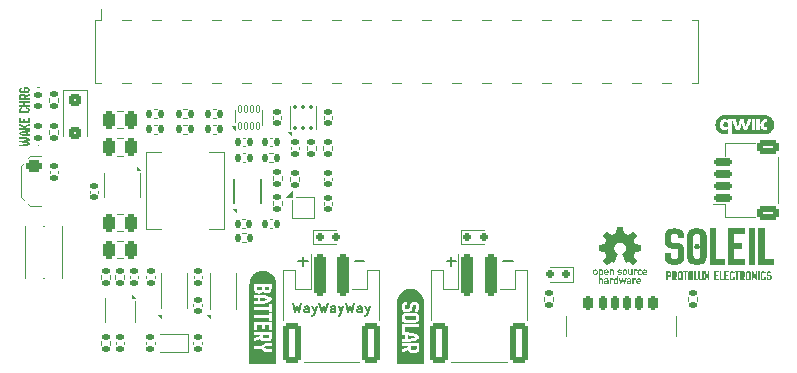
<source format=gbr>
%TF.GenerationSoftware,KiCad,Pcbnew,8.0.6*%
%TF.CreationDate,2025-01-23T17:56:30+01:00*%
%TF.ProjectId,soleil,736f6c65-696c-42e6-9b69-6361645f7063,rev?*%
%TF.SameCoordinates,Original*%
%TF.FileFunction,Legend,Top*%
%TF.FilePolarity,Positive*%
%FSLAX46Y46*%
G04 Gerber Fmt 4.6, Leading zero omitted, Abs format (unit mm)*
G04 Created by KiCad (PCBNEW 8.0.6) date 2025-01-23 17:56:30*
%MOMM*%
%LPD*%
G01*
G04 APERTURE LIST*
G04 Aperture macros list*
%AMRoundRect*
0 Rectangle with rounded corners*
0 $1 Rounding radius*
0 $2 $3 $4 $5 $6 $7 $8 $9 X,Y pos of 4 corners*
0 Add a 4 corners polygon primitive as box body*
4,1,4,$2,$3,$4,$5,$6,$7,$8,$9,$2,$3,0*
0 Add four circle primitives for the rounded corners*
1,1,$1+$1,$2,$3*
1,1,$1+$1,$4,$5*
1,1,$1+$1,$6,$7*
1,1,$1+$1,$8,$9*
0 Add four rect primitives between the rounded corners*
20,1,$1+$1,$2,$3,$4,$5,0*
20,1,$1+$1,$4,$5,$6,$7,0*
20,1,$1+$1,$6,$7,$8,$9,0*
20,1,$1+$1,$8,$9,$2,$3,0*%
G04 Aperture macros list end*
%ADD10C,0.000000*%
%ADD11C,0.200000*%
%ADD12C,0.160000*%
%ADD13C,0.120000*%
%ADD14C,0.100000*%
%ADD15C,0.152400*%
%ADD16RoundRect,0.140000X0.170000X-0.140000X0.170000X0.140000X-0.170000X0.140000X-0.170000X-0.140000X0*%
%ADD17RoundRect,0.150000X-0.150000X-0.200000X0.150000X-0.200000X0.150000X0.200000X-0.150000X0.200000X0*%
%ADD18RoundRect,0.249900X-0.400100X0.275100X-0.400100X-0.275100X0.400100X-0.275100X0.400100X0.275100X0*%
%ADD19O,1.300000X1.050000*%
%ADD20RoundRect,0.140000X-0.170000X0.140000X-0.170000X-0.140000X0.170000X-0.140000X0.170000X0.140000X0*%
%ADD21RoundRect,0.140000X-0.140000X-0.170000X0.140000X-0.170000X0.140000X0.170000X-0.140000X0.170000X0*%
%ADD22RoundRect,0.147500X0.172500X-0.147500X0.172500X0.147500X-0.172500X0.147500X-0.172500X-0.147500X0*%
%ADD23RoundRect,0.250000X-0.250000X-0.475000X0.250000X-0.475000X0.250000X0.475000X-0.250000X0.475000X0*%
%ADD24RoundRect,0.135000X-0.185000X0.135000X-0.185000X-0.135000X0.185000X-0.135000X0.185000X0.135000X0*%
%ADD25C,0.970000*%
%ADD26C,1.780000*%
%ADD27R,1.270000X1.680000*%
%ADD28R,1.270000X1.500000*%
%ADD29R,0.300000X0.750000*%
%ADD30R,1.460000X1.360000*%
%ADD31RoundRect,0.135000X-0.135000X-0.185000X0.135000X-0.185000X0.135000X0.185000X-0.135000X0.185000X0*%
%ADD32RoundRect,0.250000X-0.300000X0.300000X-0.300000X-0.300000X0.300000X-0.300000X0.300000X0.300000X0*%
%ADD33RoundRect,0.250000X0.250000X0.475000X-0.250000X0.475000X-0.250000X-0.475000X0.250000X-0.475000X0*%
%ADD34R,3.429000X2.413000*%
%ADD35RoundRect,0.150000X0.150000X0.200000X-0.150000X0.200000X-0.150000X-0.200000X0.150000X-0.200000X0*%
%ADD36RoundRect,0.050000X0.100000X-0.285000X0.100000X0.285000X-0.100000X0.285000X-0.100000X-0.285000X0*%
%ADD37RoundRect,0.093750X0.106250X-0.093750X0.106250X0.093750X-0.106250X0.093750X-0.106250X-0.093750X0*%
%ADD38R,1.600000X1.000000*%
%ADD39RoundRect,0.135000X0.135000X0.185000X-0.135000X0.185000X-0.135000X-0.185000X0.135000X-0.185000X0*%
%ADD40C,5.100000*%
%ADD41R,1.500000X1.300000*%
%ADD42RoundRect,0.135000X0.185000X-0.135000X0.185000X0.135000X-0.185000X0.135000X-0.185000X-0.135000X0*%
%ADD43RoundRect,0.250000X-0.250000X-1.500000X0.250000X-1.500000X0.250000X1.500000X-0.250000X1.500000X0*%
%ADD44RoundRect,0.250001X-0.499999X-1.449999X0.499999X-1.449999X0.499999X1.449999X-0.499999X1.449999X0*%
%ADD45R,0.304800X0.254000*%
%ADD46R,1.800000X1.040000*%
%ADD47R,0.254000X0.711200*%
%ADD48R,0.711200X0.254000*%
%ADD49R,0.250000X0.700000*%
%ADD50RoundRect,0.147500X-0.172500X0.147500X-0.172500X-0.147500X0.172500X-0.147500X0.172500X0.147500X0*%
%ADD51R,1.000000X0.900000*%
%ADD52C,0.345000*%
%ADD53R,0.600000X1.100000*%
%ADD54RoundRect,0.175000X-0.175000X-0.425000X0.175000X-0.425000X0.175000X0.425000X-0.175000X0.425000X0*%
%ADD55RoundRect,0.190000X0.190000X0.410000X-0.190000X0.410000X-0.190000X-0.410000X0.190000X-0.410000X0*%
%ADD56RoundRect,0.200000X0.200000X0.400000X-0.200000X0.400000X-0.200000X-0.400000X0.200000X-0.400000X0*%
%ADD57RoundRect,0.175000X0.175000X0.425000X-0.175000X0.425000X-0.175000X-0.425000X0.175000X-0.425000X0*%
%ADD58RoundRect,0.190000X-0.190000X-0.410000X0.190000X-0.410000X0.190000X0.410000X-0.190000X0.410000X0*%
%ADD59RoundRect,0.200000X-0.200000X-0.400000X0.200000X-0.400000X0.200000X0.400000X-0.200000X0.400000X0*%
%ADD60O,1.100000X1.700000*%
%ADD61RoundRect,0.150000X0.625000X-0.150000X0.625000X0.150000X-0.625000X0.150000X-0.625000X-0.150000X0*%
%ADD62RoundRect,0.250000X0.650000X-0.350000X0.650000X0.350000X-0.650000X0.350000X-0.650000X-0.350000X0*%
%ADD63R,0.203200X0.660400*%
%ADD64R,1.500000X0.900000*%
G04 APERTURE END LIST*
D10*
G36*
X167782958Y-96969120D02*
G01*
X167792656Y-96969797D01*
X167802243Y-96970917D01*
X167811706Y-96972474D01*
X167821030Y-96974464D01*
X167830201Y-96976879D01*
X167839206Y-96979714D01*
X167848030Y-96982962D01*
X167856659Y-96986618D01*
X167865079Y-96990676D01*
X167873276Y-96995130D01*
X167881236Y-96999973D01*
X167888944Y-97005200D01*
X167896388Y-97010804D01*
X167903552Y-97016781D01*
X167910423Y-97023123D01*
X167916987Y-97029825D01*
X167923229Y-97036880D01*
X167929135Y-97044284D01*
X167934692Y-97052029D01*
X167939885Y-97060110D01*
X167944701Y-97068521D01*
X167949124Y-97077255D01*
X167953142Y-97086308D01*
X167956740Y-97095672D01*
X167959903Y-97105342D01*
X167962619Y-97115311D01*
X167964872Y-97125575D01*
X167966649Y-97136126D01*
X167967936Y-97146960D01*
X167968718Y-97158069D01*
X167968982Y-97169448D01*
X167968982Y-97248161D01*
X167672887Y-97248161D01*
X167673026Y-97255341D01*
X167673440Y-97262295D01*
X167674122Y-97269025D01*
X167675068Y-97275528D01*
X167676273Y-97281806D01*
X167677729Y-97287858D01*
X167679433Y-97293684D01*
X167681378Y-97299283D01*
X167683560Y-97304656D01*
X167685972Y-97309802D01*
X167688609Y-97314721D01*
X167691466Y-97319414D01*
X167694537Y-97323879D01*
X167697817Y-97328117D01*
X167701300Y-97332127D01*
X167704981Y-97335910D01*
X167708854Y-97339464D01*
X167712914Y-97342791D01*
X167717155Y-97345889D01*
X167721571Y-97348759D01*
X167726158Y-97351400D01*
X167730910Y-97353813D01*
X167735822Y-97355997D01*
X167740887Y-97357951D01*
X167746100Y-97359676D01*
X167751456Y-97361172D01*
X167756950Y-97362438D01*
X167762576Y-97363475D01*
X167768328Y-97364281D01*
X167774201Y-97364857D01*
X167780189Y-97365203D01*
X167786287Y-97365318D01*
X167793168Y-97365121D01*
X167800094Y-97364536D01*
X167807044Y-97363569D01*
X167813998Y-97362227D01*
X167820936Y-97360517D01*
X167827836Y-97358445D01*
X167834679Y-97356020D01*
X167841443Y-97353247D01*
X167848109Y-97350133D01*
X167854655Y-97346686D01*
X167861060Y-97342913D01*
X167867306Y-97338819D01*
X167873370Y-97334413D01*
X167879232Y-97329701D01*
X167884872Y-97324690D01*
X167890269Y-97319387D01*
X167959616Y-97378389D01*
X167950669Y-97388208D01*
X167941409Y-97397293D01*
X167931853Y-97405660D01*
X167922018Y-97413321D01*
X167911919Y-97420291D01*
X167901574Y-97426582D01*
X167890998Y-97432209D01*
X167880208Y-97437186D01*
X167869220Y-97441525D01*
X167858051Y-97445242D01*
X167846716Y-97448349D01*
X167835233Y-97450861D01*
X167823617Y-97452790D01*
X167811886Y-97454151D01*
X167800054Y-97454958D01*
X167788139Y-97455224D01*
X167769713Y-97454650D01*
X167751103Y-97452829D01*
X167732499Y-97449612D01*
X167714089Y-97444853D01*
X167696063Y-97438403D01*
X167687254Y-97434497D01*
X167678612Y-97430113D01*
X167670160Y-97425232D01*
X167661923Y-97419836D01*
X167653924Y-97413906D01*
X167646187Y-97407424D01*
X167638736Y-97400370D01*
X167631593Y-97392727D01*
X167624784Y-97384477D01*
X167618331Y-97375600D01*
X167612258Y-97366077D01*
X167606589Y-97355892D01*
X167601347Y-97345024D01*
X167596557Y-97333456D01*
X167592241Y-97321170D01*
X167588425Y-97308145D01*
X167585130Y-97294365D01*
X167582381Y-97279810D01*
X167580202Y-97264462D01*
X167578617Y-97248302D01*
X167577648Y-97231312D01*
X167577320Y-97213474D01*
X167577621Y-97196533D01*
X167578510Y-97180311D01*
X167579526Y-97169474D01*
X167672887Y-97169474D01*
X167873415Y-97169474D01*
X167873040Y-97162804D01*
X167872444Y-97156333D01*
X167871632Y-97150062D01*
X167870608Y-97143991D01*
X167869376Y-97138122D01*
X167867940Y-97132456D01*
X167866304Y-97126992D01*
X167864474Y-97121732D01*
X167862453Y-97116678D01*
X167860245Y-97111828D01*
X167857855Y-97107186D01*
X167855287Y-97102751D01*
X167852545Y-97098523D01*
X167849634Y-97094505D01*
X167846558Y-97090697D01*
X167843322Y-97087100D01*
X167839928Y-97083714D01*
X167836383Y-97080540D01*
X167832689Y-97077580D01*
X167828852Y-97074833D01*
X167824876Y-97072302D01*
X167820764Y-97069986D01*
X167816522Y-97067887D01*
X167812153Y-97066005D01*
X167807662Y-97064342D01*
X167803054Y-97062897D01*
X167798331Y-97061673D01*
X167793499Y-97060669D01*
X167788562Y-97059887D01*
X167783525Y-97059327D01*
X167778390Y-97058991D01*
X167773164Y-97058879D01*
X167767935Y-97058991D01*
X167762793Y-97059327D01*
X167757743Y-97059887D01*
X167752790Y-97060669D01*
X167747938Y-97061673D01*
X167743193Y-97062897D01*
X167738559Y-97064342D01*
X167734041Y-97066005D01*
X167729643Y-97067887D01*
X167725371Y-97069986D01*
X167721230Y-97072302D01*
X167717223Y-97074833D01*
X167713357Y-97077580D01*
X167709635Y-97080540D01*
X167706064Y-97083714D01*
X167702646Y-97087100D01*
X167699388Y-97090697D01*
X167696293Y-97094505D01*
X167693368Y-97098523D01*
X167690616Y-97102750D01*
X167688043Y-97107186D01*
X167685653Y-97111828D01*
X167683451Y-97116677D01*
X167681441Y-97121732D01*
X167679630Y-97126992D01*
X167678021Y-97132455D01*
X167676619Y-97138122D01*
X167675429Y-97143991D01*
X167674456Y-97150062D01*
X167673705Y-97156333D01*
X167673180Y-97162804D01*
X167672887Y-97169474D01*
X167579526Y-97169474D01*
X167579966Y-97164794D01*
X167581967Y-97149972D01*
X167584492Y-97135833D01*
X167587521Y-97122364D01*
X167591031Y-97109554D01*
X167595002Y-97097392D01*
X167599412Y-97085864D01*
X167604240Y-97074960D01*
X167609464Y-97064668D01*
X167615064Y-97054976D01*
X167621018Y-97045872D01*
X167627305Y-97037344D01*
X167633904Y-97029380D01*
X167640793Y-97021969D01*
X167647951Y-97015098D01*
X167655357Y-97008757D01*
X167662990Y-97002933D01*
X167670828Y-96997613D01*
X167678850Y-96992788D01*
X167687035Y-96988444D01*
X167695362Y-96984570D01*
X167703809Y-96981153D01*
X167712354Y-96978183D01*
X167720978Y-96975648D01*
X167729659Y-96973535D01*
X167738374Y-96971832D01*
X167755826Y-96969612D01*
X167773164Y-96968893D01*
X167782958Y-96969120D01*
G37*
G36*
X181176761Y-96069062D02*
G01*
X181944857Y-96069062D01*
X181944857Y-96571643D01*
X180640990Y-96571643D01*
X180640990Y-93494518D01*
X181176761Y-93494518D01*
X181176761Y-96069062D01*
G37*
G36*
X175501774Y-93495221D02*
G01*
X175555503Y-93497333D01*
X175607121Y-93500852D01*
X175656627Y-93505778D01*
X175704022Y-93512112D01*
X175749305Y-93519854D01*
X175792477Y-93529003D01*
X175833538Y-93539560D01*
X175872487Y-93551525D01*
X175909325Y-93564897D01*
X175944052Y-93579677D01*
X175976667Y-93595864D01*
X176007171Y-93613459D01*
X176035563Y-93632461D01*
X176061844Y-93652871D01*
X176086014Y-93674688D01*
X176108981Y-93697599D01*
X176130466Y-93722472D01*
X176150469Y-93749309D01*
X176168990Y-93778109D01*
X176186029Y-93808872D01*
X176201587Y-93841598D01*
X176215662Y-93876288D01*
X176228256Y-93912941D01*
X176239369Y-93951557D01*
X176248999Y-93992136D01*
X176257148Y-94034678D01*
X176263815Y-94079184D01*
X176269000Y-94125652D01*
X176272704Y-94174084D01*
X176274927Y-94224479D01*
X176275667Y-94276838D01*
X176275667Y-95637600D01*
X176275297Y-95693681D01*
X176274185Y-95748132D01*
X176272332Y-95800952D01*
X176269738Y-95852143D01*
X176266404Y-95901705D01*
X176262330Y-95949637D01*
X176257515Y-95995940D01*
X176251961Y-96040614D01*
X176248757Y-96062321D01*
X176245073Y-96083584D01*
X176240906Y-96104401D01*
X176236257Y-96124774D01*
X176231127Y-96144702D01*
X176225515Y-96164186D01*
X176219422Y-96183225D01*
X176212847Y-96201819D01*
X176205790Y-96219969D01*
X176198252Y-96237674D01*
X176190232Y-96254935D01*
X176181730Y-96271752D01*
X176172748Y-96288124D01*
X176163283Y-96304052D01*
X176153337Y-96319536D01*
X176142910Y-96334576D01*
X176132502Y-96349172D01*
X176121427Y-96363322D01*
X176109685Y-96377028D01*
X176097277Y-96390289D01*
X176084201Y-96403105D01*
X176070458Y-96415476D01*
X176056048Y-96427403D01*
X176040971Y-96438886D01*
X176025228Y-96449923D01*
X176008818Y-96460517D01*
X175991742Y-96470666D01*
X175973998Y-96480370D01*
X175955589Y-96489631D01*
X175936512Y-96498447D01*
X175916770Y-96506819D01*
X175896361Y-96514747D01*
X175875155Y-96521637D01*
X175853024Y-96528082D01*
X175829966Y-96534083D01*
X175805982Y-96539639D01*
X175781071Y-96544751D01*
X175755235Y-96549418D01*
X175728472Y-96553641D01*
X175700783Y-96557419D01*
X175672168Y-96560753D01*
X175642627Y-96563642D01*
X175580767Y-96568087D01*
X175515202Y-96570754D01*
X175445934Y-96571643D01*
X175389519Y-96570939D01*
X175335252Y-96568828D01*
X175283134Y-96565308D01*
X175233164Y-96560381D01*
X175185343Y-96554047D01*
X175139671Y-96546305D01*
X175096147Y-96537155D01*
X175054772Y-96526598D01*
X175015545Y-96514633D01*
X174978467Y-96501261D01*
X174943537Y-96486482D01*
X174910755Y-96470295D01*
X174880122Y-96452700D01*
X174851637Y-96433698D01*
X174825301Y-96413289D01*
X174801113Y-96391472D01*
X174779296Y-96367451D01*
X174758887Y-96341615D01*
X174739885Y-96313963D01*
X174722291Y-96284497D01*
X174706104Y-96253216D01*
X174691324Y-96220119D01*
X174677952Y-96185208D01*
X174665987Y-96148481D01*
X174655430Y-96109940D01*
X174646280Y-96069583D01*
X174638538Y-96027411D01*
X174632204Y-95983424D01*
X174627277Y-95937622D01*
X174623758Y-95890004D01*
X174621646Y-95840571D01*
X174620942Y-95789323D01*
X174620942Y-94276838D01*
X175142489Y-94276838D01*
X175151971Y-95661307D01*
X175152268Y-95700425D01*
X175153156Y-95737171D01*
X175154637Y-95771546D01*
X175156710Y-95803549D01*
X175159377Y-95833182D01*
X175162637Y-95860444D01*
X175166490Y-95885335D01*
X175170937Y-95907856D01*
X175173494Y-95918320D01*
X175176421Y-95928377D01*
X175179718Y-95938026D01*
X175183386Y-95947268D01*
X175187424Y-95956102D01*
X175191833Y-95964528D01*
X175196611Y-95972548D01*
X175201760Y-95980159D01*
X175207279Y-95987364D01*
X175213169Y-95994161D01*
X175219428Y-96000550D01*
X175226058Y-96006533D01*
X175233058Y-96012108D01*
X175240429Y-96017276D01*
X175248170Y-96022036D01*
X175256281Y-96026390D01*
X175264836Y-96030410D01*
X175273911Y-96034170D01*
X175283504Y-96037671D01*
X175293615Y-96040913D01*
X175304246Y-96043895D01*
X175315395Y-96046617D01*
X175327063Y-96049080D01*
X175339249Y-96051284D01*
X175351955Y-96053228D01*
X175365179Y-96054914D01*
X175378922Y-96056339D01*
X175393183Y-96057506D01*
X175407963Y-96058413D01*
X175423262Y-96059061D01*
X175439080Y-96059450D01*
X175455417Y-96059579D01*
X175480826Y-96059190D01*
X175504903Y-96058023D01*
X175527646Y-96056079D01*
X175549056Y-96053356D01*
X175569133Y-96049856D01*
X175587877Y-96045577D01*
X175605287Y-96040521D01*
X175621363Y-96034687D01*
X175636106Y-96028075D01*
X175649516Y-96020685D01*
X175661592Y-96012518D01*
X175672334Y-96003572D01*
X175681743Y-95993849D01*
X175689818Y-95983347D01*
X175696559Y-95972068D01*
X175701966Y-95960011D01*
X175707133Y-95946527D01*
X175711967Y-95932154D01*
X175716468Y-95916893D01*
X175720635Y-95900743D01*
X175724469Y-95883704D01*
X175727969Y-95865776D01*
X175731136Y-95846959D01*
X175733970Y-95827254D01*
X175736470Y-95806659D01*
X175738637Y-95785176D01*
X175740471Y-95762803D01*
X175741971Y-95739541D01*
X175743138Y-95715390D01*
X175743971Y-95690349D01*
X175744638Y-95637600D01*
X175744638Y-94276838D01*
X175744342Y-94243723D01*
X175743454Y-94213126D01*
X175741973Y-94185049D01*
X175739899Y-94159490D01*
X175737232Y-94136450D01*
X175733973Y-94115929D01*
X175730120Y-94097927D01*
X175727970Y-94089870D01*
X175725673Y-94082443D01*
X175723710Y-94074942D01*
X175721376Y-94067849D01*
X175718672Y-94061162D01*
X175715598Y-94054884D01*
X175713922Y-94051897D01*
X175712154Y-94049013D01*
X175710293Y-94046230D01*
X175708339Y-94043549D01*
X175706292Y-94040970D01*
X175704153Y-94038493D01*
X175701922Y-94036117D01*
X175699598Y-94033844D01*
X175697181Y-94031672D01*
X175694671Y-94029603D01*
X175692069Y-94027635D01*
X175689375Y-94025769D01*
X175686587Y-94024005D01*
X175683707Y-94022343D01*
X175680735Y-94020782D01*
X175677669Y-94019324D01*
X175671261Y-94016712D01*
X175664482Y-94014509D01*
X175657332Y-94012712D01*
X175649811Y-94011323D01*
X175641791Y-94009601D01*
X175633141Y-94007989D01*
X175613952Y-94005100D01*
X175592246Y-94002655D01*
X175568021Y-94000655D01*
X175541278Y-93999099D01*
X175512016Y-93997988D01*
X175480234Y-93997321D01*
X175445934Y-93997099D01*
X175411559Y-93997470D01*
X175379555Y-93998581D01*
X175349920Y-94000433D01*
X175322657Y-94003026D01*
X175297765Y-94006360D01*
X175275243Y-94010434D01*
X175255094Y-94015250D01*
X175245908Y-94017935D01*
X175237315Y-94020806D01*
X175229776Y-94023343D01*
X175222571Y-94026214D01*
X175215700Y-94029418D01*
X175209162Y-94032956D01*
X175202958Y-94036826D01*
X175197087Y-94041031D01*
X175191550Y-94045568D01*
X175186346Y-94050439D01*
X175181476Y-94055643D01*
X175176939Y-94061181D01*
X175172735Y-94067052D01*
X175168864Y-94073257D01*
X175165327Y-94079794D01*
X175162122Y-94086666D01*
X175159251Y-94093870D01*
X175156713Y-94101408D01*
X175154990Y-94108761D01*
X175153379Y-94116596D01*
X175150490Y-94133709D01*
X175148045Y-94152748D01*
X175146045Y-94173714D01*
X175144489Y-94196605D01*
X175143378Y-94221423D01*
X175142711Y-94248167D01*
X175142489Y-94276838D01*
X174620942Y-94276838D01*
X174621646Y-94225035D01*
X174623758Y-94175122D01*
X174627277Y-94127097D01*
X174632204Y-94080962D01*
X174638538Y-94036715D01*
X174646280Y-93994358D01*
X174655430Y-93953890D01*
X174665987Y-93915311D01*
X174677952Y-93878621D01*
X174691324Y-93843821D01*
X174706104Y-93810909D01*
X174722291Y-93779887D01*
X174739885Y-93750753D01*
X174758887Y-93723509D01*
X174779296Y-93698154D01*
X174801113Y-93674688D01*
X174825301Y-93652871D01*
X174851637Y-93632461D01*
X174880122Y-93613459D01*
X174910755Y-93595864D01*
X174943537Y-93579677D01*
X174978467Y-93564897D01*
X175015545Y-93551525D01*
X175054772Y-93539560D01*
X175096147Y-93529003D01*
X175139671Y-93519854D01*
X175185343Y-93512112D01*
X175233164Y-93505778D01*
X175283134Y-93500852D01*
X175335252Y-93497333D01*
X175389519Y-93495221D01*
X175445934Y-93494518D01*
X175501774Y-93495221D01*
G37*
G36*
X168769029Y-98200000D02*
G01*
X168673462Y-98200000D01*
X168673462Y-98150337D01*
X168667678Y-98156356D01*
X168661579Y-98162118D01*
X168655177Y-98167604D01*
X168648486Y-98172796D01*
X168641521Y-98177677D01*
X168634295Y-98182228D01*
X168626821Y-98186432D01*
X168619113Y-98190270D01*
X168611186Y-98193723D01*
X168603053Y-98196775D01*
X168594727Y-98199407D01*
X168586223Y-98201601D01*
X168577554Y-98203339D01*
X168568733Y-98204603D01*
X168559776Y-98205374D01*
X168550695Y-98205635D01*
X168545295Y-98205559D01*
X168539988Y-98205332D01*
X168534774Y-98204957D01*
X168529653Y-98204438D01*
X168524624Y-98203777D01*
X168519689Y-98202978D01*
X168514846Y-98202044D01*
X168510094Y-98200978D01*
X168505435Y-98199782D01*
X168500868Y-98198461D01*
X168496393Y-98197017D01*
X168492009Y-98195453D01*
X168487716Y-98193772D01*
X168483515Y-98191978D01*
X168475385Y-98188060D01*
X168467617Y-98183726D01*
X168460211Y-98178999D01*
X168453163Y-98173904D01*
X168446475Y-98168466D01*
X168440142Y-98162709D01*
X168434165Y-98156659D01*
X168428542Y-98150339D01*
X168423272Y-98143776D01*
X168418568Y-98137462D01*
X168414287Y-98131084D01*
X168410412Y-98124512D01*
X168406928Y-98117615D01*
X168403817Y-98110262D01*
X168401064Y-98102324D01*
X168398651Y-98093669D01*
X168396562Y-98084168D01*
X168394781Y-98073690D01*
X168393291Y-98062105D01*
X168392075Y-98049282D01*
X168391117Y-98035090D01*
X168389910Y-98002081D01*
X168389537Y-97962034D01*
X168485105Y-97962034D01*
X168485179Y-97975891D01*
X168485482Y-97989641D01*
X168486130Y-98003173D01*
X168487242Y-98016380D01*
X168488936Y-98029154D01*
X168490039Y-98035344D01*
X168491331Y-98041385D01*
X168492827Y-98047264D01*
X168494543Y-98052966D01*
X168496493Y-98058479D01*
X168498691Y-98063789D01*
X168501153Y-98068882D01*
X168503894Y-98073744D01*
X168506927Y-98078362D01*
X168510269Y-98082723D01*
X168513933Y-98086813D01*
X168517934Y-98090619D01*
X168522287Y-98094126D01*
X168527007Y-98097322D01*
X168532109Y-98100192D01*
X168537607Y-98102724D01*
X168543517Y-98104903D01*
X168549852Y-98106717D01*
X168556628Y-98108151D01*
X168563859Y-98109192D01*
X168571560Y-98109827D01*
X168579746Y-98110041D01*
X168587848Y-98109813D01*
X168595471Y-98109141D01*
X168602628Y-98108040D01*
X168609335Y-98106526D01*
X168615606Y-98104616D01*
X168621456Y-98102325D01*
X168626899Y-98099670D01*
X168631950Y-98096667D01*
X168636623Y-98093332D01*
X168640934Y-98089681D01*
X168644896Y-98085730D01*
X168648524Y-98081496D01*
X168651833Y-98076994D01*
X168654838Y-98072240D01*
X168657552Y-98067251D01*
X168659991Y-98062043D01*
X168662169Y-98056631D01*
X168664101Y-98051033D01*
X168667285Y-98039339D01*
X168669659Y-98027090D01*
X168671339Y-98014416D01*
X168672443Y-98001444D01*
X168673087Y-97988304D01*
X168673462Y-97962034D01*
X168673388Y-97949105D01*
X168673087Y-97936065D01*
X168672443Y-97923043D01*
X168671339Y-97910170D01*
X168669659Y-97897577D01*
X168668566Y-97891427D01*
X168667285Y-97885395D01*
X168665802Y-97879498D01*
X168664101Y-97873753D01*
X168662169Y-97868175D01*
X168659991Y-97862782D01*
X168657552Y-97857589D01*
X168654838Y-97852613D01*
X168651833Y-97847870D01*
X168648524Y-97843376D01*
X168644896Y-97839148D01*
X168640934Y-97835203D01*
X168636623Y-97831555D01*
X168631950Y-97828222D01*
X168626899Y-97825220D01*
X168621456Y-97822566D01*
X168615606Y-97820275D01*
X168609335Y-97818364D01*
X168602628Y-97816849D01*
X168595471Y-97815747D01*
X168587848Y-97815074D01*
X168579746Y-97814846D01*
X168571560Y-97815061D01*
X168563859Y-97815695D01*
X168556628Y-97816737D01*
X168549852Y-97818171D01*
X168543517Y-97819984D01*
X168537607Y-97822162D01*
X168532109Y-97824692D01*
X168527007Y-97827560D01*
X168522287Y-97830752D01*
X168517934Y-97834254D01*
X168513933Y-97838053D01*
X168510269Y-97842134D01*
X168506927Y-97846485D01*
X168503894Y-97851092D01*
X168501153Y-97855940D01*
X168498691Y-97861016D01*
X168496493Y-97866306D01*
X168494543Y-97871797D01*
X168491331Y-97883325D01*
X168488936Y-97895490D01*
X168487242Y-97908183D01*
X168486130Y-97921294D01*
X168485482Y-97934713D01*
X168485105Y-97962034D01*
X168389537Y-97962034D01*
X168389628Y-97941209D01*
X168389910Y-97922257D01*
X168390401Y-97905048D01*
X168391117Y-97889452D01*
X168392075Y-97875341D01*
X168393291Y-97862585D01*
X168394781Y-97851055D01*
X168396562Y-97840623D01*
X168398651Y-97831159D01*
X168399816Y-97826749D01*
X168401064Y-97822533D01*
X168402397Y-97818494D01*
X168403817Y-97814617D01*
X168405327Y-97810885D01*
X168406928Y-97807282D01*
X168410412Y-97800398D01*
X168414287Y-97793837D01*
X168418568Y-97787469D01*
X168423272Y-97781164D01*
X168428542Y-97774592D01*
X168434165Y-97768266D01*
X168440142Y-97762212D01*
X168446475Y-97756452D01*
X168453163Y-97751013D01*
X168460211Y-97745918D01*
X168467617Y-97741192D01*
X168475385Y-97736860D01*
X168483515Y-97732946D01*
X168492009Y-97729474D01*
X168500868Y-97726469D01*
X168510094Y-97723955D01*
X168519689Y-97721957D01*
X168529653Y-97720500D01*
X168539988Y-97719608D01*
X168550695Y-97719305D01*
X168559714Y-97719566D01*
X168568502Y-97720337D01*
X168577071Y-97721603D01*
X168585430Y-97723346D01*
X168593592Y-97725551D01*
X168601567Y-97728200D01*
X168609366Y-97731277D01*
X168617000Y-97734767D01*
X168624480Y-97738651D01*
X168631818Y-97742915D01*
X168639024Y-97747541D01*
X168646109Y-97752512D01*
X168653084Y-97757814D01*
X168659961Y-97763428D01*
X168666750Y-97769338D01*
X168673462Y-97775529D01*
X168673462Y-97532800D01*
X168769029Y-97532800D01*
X168769029Y-98200000D01*
G37*
G36*
X173600000Y-93500000D02*
G01*
X173654747Y-93502222D01*
X173707272Y-93505927D01*
X173757575Y-93511112D01*
X173805655Y-93517780D01*
X173851512Y-93525929D01*
X173895148Y-93535560D01*
X173936560Y-93546672D01*
X173975750Y-93559267D01*
X174012718Y-93573342D01*
X174047463Y-93588900D01*
X174079986Y-93605939D01*
X174110286Y-93624460D01*
X174138363Y-93644462D01*
X174164218Y-93665947D01*
X174187851Y-93688912D01*
X174210243Y-93712971D01*
X174231190Y-93738919D01*
X174250692Y-93766756D01*
X174268750Y-93796481D01*
X174285363Y-93828097D01*
X174300532Y-93861601D01*
X174314256Y-93896994D01*
X174326535Y-93934276D01*
X174337370Y-93973448D01*
X174346760Y-94014509D01*
X174354705Y-94057459D01*
X174361206Y-94102297D01*
X174366262Y-94149026D01*
X174369874Y-94197643D01*
X174372041Y-94248149D01*
X174372763Y-94300544D01*
X173841734Y-94300544D01*
X173841511Y-94264022D01*
X173840845Y-94230314D01*
X173839733Y-94199421D01*
X173838178Y-94171344D01*
X173836177Y-94146081D01*
X173833733Y-94123634D01*
X173830843Y-94104002D01*
X173827510Y-94087184D01*
X173825528Y-94079109D01*
X173823139Y-94071479D01*
X173820342Y-94064293D01*
X173818791Y-94060867D01*
X173817138Y-94057551D01*
X173815383Y-94054347D01*
X173813526Y-94051254D01*
X173811568Y-94048272D01*
X173809507Y-94045402D01*
X173807345Y-94042642D01*
X173805081Y-94039993D01*
X173802715Y-94037456D01*
X173800247Y-94035030D01*
X173797677Y-94032715D01*
X173795005Y-94030511D01*
X173792232Y-94028418D01*
X173789356Y-94026436D01*
X173786379Y-94024565D01*
X173783300Y-94022806D01*
X173780119Y-94021158D01*
X173776836Y-94019620D01*
X173773452Y-94018194D01*
X173769965Y-94016879D01*
X173762687Y-94014583D01*
X173755000Y-94012731D01*
X173746907Y-94011323D01*
X173738887Y-94009601D01*
X173730238Y-94007989D01*
X173711050Y-94005100D01*
X173689344Y-94002655D01*
X173665119Y-94000655D01*
X173638375Y-93999099D01*
X173609112Y-93997988D01*
X173577330Y-93997321D01*
X173543030Y-93997099D01*
X173508655Y-93997321D01*
X173476651Y-93997988D01*
X173447017Y-93999099D01*
X173419755Y-94000655D01*
X173394863Y-94002655D01*
X173372341Y-94005100D01*
X173352191Y-94007989D01*
X173334411Y-94011323D01*
X173326873Y-94013286D01*
X173319668Y-94015620D01*
X173312797Y-94018324D01*
X173306259Y-94021398D01*
X173300055Y-94024843D01*
X173294184Y-94028658D01*
X173288646Y-94032844D01*
X173283442Y-94037400D01*
X173278571Y-94042327D01*
X173274033Y-94047624D01*
X173269829Y-94053291D01*
X173265958Y-94059329D01*
X173262421Y-94065737D01*
X173259217Y-94072516D01*
X173256346Y-94079665D01*
X173253808Y-94087184D01*
X173252086Y-94094593D01*
X173250475Y-94102594D01*
X173248974Y-94111187D01*
X173247585Y-94120374D01*
X173245141Y-94140524D01*
X173243140Y-94163046D01*
X173241585Y-94187938D01*
X173240473Y-94215200D01*
X173239807Y-94244834D01*
X173239584Y-94276838D01*
X173239584Y-94352699D01*
X173234843Y-94461750D01*
X173234843Y-94542352D01*
X173236325Y-94555613D01*
X173238399Y-94569319D01*
X173241066Y-94583469D01*
X173244326Y-94598063D01*
X173248178Y-94613102D01*
X173252623Y-94628586D01*
X173257661Y-94644514D01*
X173263291Y-94660886D01*
X173263652Y-94661779D01*
X173264143Y-94662682D01*
X173264764Y-94663594D01*
X173265514Y-94664516D01*
X173266393Y-94665447D01*
X173267403Y-94666386D01*
X173268542Y-94667336D01*
X173269811Y-94668294D01*
X173271209Y-94669262D01*
X173272737Y-94670239D01*
X173276182Y-94672220D01*
X173280145Y-94674239D01*
X173284627Y-94676295D01*
X173289628Y-94678388D01*
X173295147Y-94680518D01*
X173301185Y-94682685D01*
X173307741Y-94684889D01*
X173314816Y-94687130D01*
X173322409Y-94689408D01*
X173330522Y-94691723D01*
X173339152Y-94694075D01*
X173358933Y-94697409D01*
X173380343Y-94700298D01*
X173403383Y-94702743D01*
X173428053Y-94704743D01*
X173454352Y-94706299D01*
X173482281Y-94707410D01*
X173511841Y-94708077D01*
X173543030Y-94708299D01*
X173619039Y-94709484D01*
X173690604Y-94713040D01*
X173757723Y-94718967D01*
X173820398Y-94727264D01*
X173850068Y-94732302D01*
X173878627Y-94737932D01*
X173906075Y-94744155D01*
X173932412Y-94750971D01*
X173957637Y-94758379D01*
X173981751Y-94766380D01*
X174004754Y-94774974D01*
X174026645Y-94784160D01*
X174047593Y-94793291D01*
X174067762Y-94802903D01*
X174087153Y-94812997D01*
X174105767Y-94823573D01*
X174123602Y-94834630D01*
X174140660Y-94846168D01*
X174156940Y-94858188D01*
X174172442Y-94870690D01*
X174187166Y-94883673D01*
X174201112Y-94897137D01*
X174214280Y-94911083D01*
X174226671Y-94925511D01*
X174238283Y-94940421D01*
X174249118Y-94955811D01*
X174259175Y-94971684D01*
X174268454Y-94988038D01*
X174277696Y-95004244D01*
X174286456Y-95020857D01*
X174294735Y-95037877D01*
X174302532Y-95055305D01*
X174309848Y-95073141D01*
X174316682Y-95091384D01*
X174323035Y-95110035D01*
X174328906Y-95129093D01*
X174334295Y-95148558D01*
X174339203Y-95168431D01*
X174343630Y-95188711D01*
X174347575Y-95209399D01*
X174351038Y-95230494D01*
X174354020Y-95251997D01*
X174356520Y-95273907D01*
X174358539Y-95296224D01*
X174361873Y-95340676D01*
X174364762Y-95386312D01*
X174367207Y-95433133D01*
X174369207Y-95481139D01*
X174371874Y-95580705D01*
X174372763Y-95685014D01*
X174372763Y-95789323D01*
X174372041Y-95841700D01*
X174369874Y-95892151D01*
X174366262Y-95940676D01*
X174361206Y-95987275D01*
X174354705Y-96031947D01*
X174346760Y-96074694D01*
X174337370Y-96115514D01*
X174326535Y-96154408D01*
X174314256Y-96191376D01*
X174300532Y-96226417D01*
X174285363Y-96259533D01*
X174268750Y-96290722D01*
X174250692Y-96319984D01*
X174231190Y-96347320D01*
X174210243Y-96372730D01*
X174187851Y-96396214D01*
X174164218Y-96417458D01*
X174138363Y-96437332D01*
X174110286Y-96455834D01*
X174079986Y-96472967D01*
X174047463Y-96488728D01*
X174012718Y-96503119D01*
X173975750Y-96516139D01*
X173936560Y-96527788D01*
X173895148Y-96538067D01*
X173851512Y-96546975D01*
X173805655Y-96554512D01*
X173757575Y-96560679D01*
X173707272Y-96565476D01*
X173654747Y-96568902D01*
X173600000Y-96570958D01*
X173543030Y-96571643D01*
X173472576Y-96570680D01*
X173405827Y-96567792D01*
X173342782Y-96562977D01*
X173283441Y-96556236D01*
X173227805Y-96547569D01*
X173175873Y-96536975D01*
X173151295Y-96530955D01*
X173127644Y-96524454D01*
X173104919Y-96517471D01*
X173083120Y-96510006D01*
X173062710Y-96501506D01*
X173042967Y-96492598D01*
X173023891Y-96483283D01*
X173005481Y-96473560D01*
X172987738Y-96463430D01*
X172970662Y-96452892D01*
X172954253Y-96441946D01*
X172938510Y-96430593D01*
X172923434Y-96418832D01*
X172909025Y-96406664D01*
X172895282Y-96394088D01*
X172882206Y-96381104D01*
X172869797Y-96367713D01*
X172858055Y-96353914D01*
X172846980Y-96339708D01*
X172836571Y-96325094D01*
X172826718Y-96309463D01*
X172817309Y-96293388D01*
X172808345Y-96276867D01*
X172799826Y-96259902D01*
X172791751Y-96242492D01*
X172784120Y-96224638D01*
X172776934Y-96206339D01*
X172770192Y-96187595D01*
X172763895Y-96168407D01*
X172758043Y-96148774D01*
X172752635Y-96128697D01*
X172747671Y-96108176D01*
X172743152Y-96087210D01*
X172739077Y-96065801D01*
X172735447Y-96043947D01*
X172732262Y-96021649D01*
X172727817Y-95975867D01*
X172723964Y-95928602D01*
X172720705Y-95879856D01*
X172718038Y-95829627D01*
X172715963Y-95777916D01*
X172714482Y-95724723D01*
X172713593Y-95670049D01*
X172713296Y-95613894D01*
X173239584Y-95613894D01*
X173239584Y-95703979D01*
X173234843Y-95789323D01*
X173234843Y-95865184D01*
X173235010Y-95879706D01*
X173235510Y-95893634D01*
X173236343Y-95906970D01*
X173237510Y-95919712D01*
X173239010Y-95931862D01*
X173240844Y-95943419D01*
X173243011Y-95954383D01*
X173245511Y-95964755D01*
X173248345Y-95974533D01*
X173251512Y-95983719D01*
X173255012Y-95992313D01*
X173258846Y-96000313D01*
X173263013Y-96007721D01*
X173267514Y-96014537D01*
X173272348Y-96020759D01*
X173277515Y-96026390D01*
X173280321Y-96029015D01*
X173283405Y-96031557D01*
X173286766Y-96034016D01*
X173290405Y-96036391D01*
X173298518Y-96040891D01*
X173307741Y-96045059D01*
X173318076Y-96048892D01*
X173329521Y-96052393D01*
X173342079Y-96055560D01*
X173355747Y-96058394D01*
X173370527Y-96060894D01*
X173386417Y-96063061D01*
X173403420Y-96064894D01*
X173421533Y-96066395D01*
X173440758Y-96067561D01*
X173461093Y-96068395D01*
X173482541Y-96068895D01*
X173505099Y-96069062D01*
X173585702Y-96069062D01*
X173640820Y-96064322D01*
X173687641Y-96059579D01*
X173726164Y-96054836D01*
X173742314Y-96052466D01*
X173756390Y-96050096D01*
X173763335Y-96048207D01*
X173769947Y-96046096D01*
X173776225Y-96043762D01*
X173782171Y-96041206D01*
X173787782Y-96038428D01*
X173793061Y-96035428D01*
X173798006Y-96032205D01*
X173802618Y-96028760D01*
X173806896Y-96025093D01*
X173810841Y-96021204D01*
X173814452Y-96017092D01*
X173817731Y-96012759D01*
X173820675Y-96008202D01*
X173823287Y-96003424D01*
X173825565Y-95998423D01*
X173827510Y-95993201D01*
X173829232Y-95987051D01*
X173830843Y-95980457D01*
X173832344Y-95973419D01*
X173833733Y-95965936D01*
X173835011Y-95958009D01*
X173836177Y-95949638D01*
X173838178Y-95931563D01*
X173839733Y-95911710D01*
X173840845Y-95890078D01*
X173841511Y-95866668D01*
X173841734Y-95841478D01*
X173841734Y-95789323D01*
X173846475Y-95727686D01*
X173846475Y-95661307D01*
X173851216Y-95538032D01*
X173851142Y-95529214D01*
X173850920Y-95519360D01*
X173850031Y-95496541D01*
X173848550Y-95469576D01*
X173846475Y-95438464D01*
X173846179Y-95421427D01*
X173845290Y-95403499D01*
X173843808Y-95384681D01*
X173841734Y-95364974D01*
X173839067Y-95344377D01*
X173835807Y-95322893D01*
X173831955Y-95300520D01*
X173827510Y-95277259D01*
X173826255Y-95274625D01*
X173824861Y-95272055D01*
X173823328Y-95269550D01*
X173821657Y-95267110D01*
X173819846Y-95264734D01*
X173817897Y-95262424D01*
X173815809Y-95260178D01*
X173813582Y-95257997D01*
X173811216Y-95255881D01*
X173808711Y-95253830D01*
X173806067Y-95251844D01*
X173803284Y-95249922D01*
X173800363Y-95248065D01*
X173797302Y-95246273D01*
X173794103Y-95244546D01*
X173790764Y-95242884D01*
X173787287Y-95241287D01*
X173783671Y-95239754D01*
X173779916Y-95238286D01*
X173776022Y-95236883D01*
X173771989Y-95235545D01*
X173767817Y-95234272D01*
X173763506Y-95233063D01*
X173759057Y-95231920D01*
X173749741Y-95229827D01*
X173739869Y-95227993D01*
X173729442Y-95226419D01*
X173718459Y-95225104D01*
X173697345Y-95221771D01*
X173676676Y-95218881D01*
X173656451Y-95216437D01*
X173636671Y-95214436D01*
X173617335Y-95212881D01*
X173598444Y-95211769D01*
X173579997Y-95211103D01*
X173561995Y-95210880D01*
X173543030Y-95210880D01*
X173472576Y-95209917D01*
X173405827Y-95207028D01*
X173342782Y-95202213D01*
X173283441Y-95195471D01*
X173227805Y-95186804D01*
X173175873Y-95176210D01*
X173151295Y-95170190D01*
X173127644Y-95163689D01*
X173104919Y-95156707D01*
X173083120Y-95149243D01*
X173062710Y-95141316D01*
X173042967Y-95132945D01*
X173023891Y-95124129D01*
X173005481Y-95114868D01*
X172987738Y-95105163D01*
X172970662Y-95095014D01*
X172954253Y-95084420D01*
X172938510Y-95073382D01*
X172923434Y-95061899D01*
X172909025Y-95049972D01*
X172895282Y-95037600D01*
X172882206Y-95024783D01*
X172869797Y-95011522D01*
X172858055Y-94997817D01*
X172846980Y-94983667D01*
X172836571Y-94969072D01*
X172826718Y-94954052D01*
X172817309Y-94938624D01*
X172808345Y-94922789D01*
X172799826Y-94906546D01*
X172791751Y-94889896D01*
X172784120Y-94872838D01*
X172776934Y-94855373D01*
X172770192Y-94837500D01*
X172763895Y-94819220D01*
X172758043Y-94800533D01*
X172752635Y-94781438D01*
X172747671Y-94761935D01*
X172743152Y-94742026D01*
X172739077Y-94721708D01*
X172735447Y-94700983D01*
X172732262Y-94679851D01*
X172727817Y-94635179D01*
X172723964Y-94588877D01*
X172720705Y-94540945D01*
X172718038Y-94491383D01*
X172715963Y-94440191D01*
X172714482Y-94387370D01*
X172713593Y-94332919D01*
X172713296Y-94276838D01*
X172714019Y-94225054D01*
X172716186Y-94175196D01*
X172719797Y-94127264D01*
X172724853Y-94081258D01*
X172731354Y-94037179D01*
X172739300Y-93995025D01*
X172748690Y-93954798D01*
X172759524Y-93916497D01*
X172771804Y-93880122D01*
X172785528Y-93845673D01*
X172800696Y-93813151D01*
X172817309Y-93782554D01*
X172835367Y-93753884D01*
X172854870Y-93727140D01*
X172875817Y-93702322D01*
X172898208Y-93679430D01*
X172922397Y-93657612D01*
X172948733Y-93637202D01*
X172977218Y-93618200D01*
X173007852Y-93600605D01*
X173040633Y-93584418D01*
X173075564Y-93569638D01*
X173112642Y-93556266D01*
X173151869Y-93544302D01*
X173193245Y-93533745D01*
X173236769Y-93524596D01*
X173282441Y-93516854D01*
X173330262Y-93510520D01*
X173380231Y-93505593D01*
X173432349Y-93502074D01*
X173486615Y-93499963D01*
X173543030Y-93499259D01*
X173600000Y-93500000D01*
G37*
G36*
X169012261Y-98057574D02*
G01*
X169014139Y-98057574D01*
X169121878Y-97724940D01*
X169191225Y-97724940D01*
X169298963Y-98057574D01*
X169300895Y-98057574D01*
X169391726Y-97724940D01*
X169492956Y-97724940D01*
X169341191Y-98200000D01*
X169256815Y-98200000D01*
X169157490Y-97867339D01*
X169155612Y-97867339D01*
X169056288Y-98200000D01*
X168971965Y-98200000D01*
X168820173Y-97724940D01*
X168921350Y-97724940D01*
X169012261Y-98057574D01*
G37*
G36*
X177097548Y-96069062D02*
G01*
X177865644Y-96069062D01*
X177865644Y-96571643D01*
X176561777Y-96571643D01*
X176561777Y-93494518D01*
X177097548Y-93494518D01*
X177097548Y-96069062D01*
G37*
G36*
X180356770Y-96571643D02*
G01*
X179820999Y-96571643D01*
X179820999Y-93504001D01*
X180356770Y-93504001D01*
X180356770Y-96571643D01*
G37*
G36*
X179550632Y-93992358D02*
G01*
X178583400Y-93992358D01*
X178583400Y-94708299D01*
X179266152Y-94708299D01*
X179266152Y-95210880D01*
X178583400Y-95210880D01*
X178583400Y-96069062D01*
X179550632Y-96069062D01*
X179550632Y-96571643D01*
X178052371Y-96571643D01*
X178052371Y-93494518D01*
X179550632Y-93494518D01*
X179550632Y-93992358D01*
G37*
G36*
X169351247Y-96968986D02*
G01*
X169357929Y-96969259D01*
X169364439Y-96969706D01*
X169370780Y-96970320D01*
X169376954Y-96971096D01*
X169382963Y-96972027D01*
X169388809Y-96973107D01*
X169394496Y-96974329D01*
X169400024Y-96975687D01*
X169405397Y-96977175D01*
X169410616Y-96978786D01*
X169415683Y-96980513D01*
X169420602Y-96982352D01*
X169425374Y-96984294D01*
X169430001Y-96986334D01*
X169434486Y-96988466D01*
X169443038Y-96992979D01*
X169451048Y-96997781D01*
X169458533Y-97002821D01*
X169465512Y-97008050D01*
X169472003Y-97013416D01*
X169478023Y-97018868D01*
X169483590Y-97024355D01*
X169488723Y-97029827D01*
X169495322Y-97037387D01*
X169501427Y-97045018D01*
X169507045Y-97052813D01*
X169512186Y-97060867D01*
X169516861Y-97069271D01*
X169521079Y-97078121D01*
X169524849Y-97087508D01*
X169528182Y-97097527D01*
X169531086Y-97108271D01*
X169533572Y-97119833D01*
X169535648Y-97132307D01*
X169537326Y-97145786D01*
X169538614Y-97160364D01*
X169539522Y-97176134D01*
X169540060Y-97193189D01*
X169540237Y-97211622D01*
X169540060Y-97230210D01*
X169539522Y-97247402D01*
X169538614Y-97263290D01*
X169537326Y-97277971D01*
X169535648Y-97291539D01*
X169533572Y-97304088D01*
X169531086Y-97315713D01*
X169528182Y-97326508D01*
X169524849Y-97336568D01*
X169521079Y-97345987D01*
X169516861Y-97354861D01*
X169512186Y-97363282D01*
X169507045Y-97371347D01*
X169501427Y-97379149D01*
X169495322Y-97386783D01*
X169488723Y-97394344D01*
X169483590Y-97399815D01*
X169478023Y-97405300D01*
X169472003Y-97410750D01*
X169465512Y-97416112D01*
X169458533Y-97421337D01*
X169451048Y-97426373D01*
X169443038Y-97431170D01*
X169434486Y-97435678D01*
X169425374Y-97439845D01*
X169415683Y-97443621D01*
X169405396Y-97446955D01*
X169394496Y-97449797D01*
X169382963Y-97452095D01*
X169370780Y-97453800D01*
X169357929Y-97454860D01*
X169344392Y-97455224D01*
X169337542Y-97455132D01*
X169330865Y-97454860D01*
X169324359Y-97454413D01*
X169318022Y-97453800D01*
X169311852Y-97453025D01*
X169305846Y-97452095D01*
X169300003Y-97451017D01*
X169294319Y-97449797D01*
X169288794Y-97448441D01*
X169283424Y-97446955D01*
X169278207Y-97445347D01*
X169273141Y-97443621D01*
X169268224Y-97441785D01*
X169263454Y-97439845D01*
X169258828Y-97437807D01*
X169254344Y-97435678D01*
X169245795Y-97431171D01*
X169237786Y-97426373D01*
X169230302Y-97421337D01*
X169223324Y-97416112D01*
X169216834Y-97410750D01*
X169210815Y-97405301D01*
X169205247Y-97399815D01*
X169200115Y-97394344D01*
X169193514Y-97386783D01*
X169187408Y-97379150D01*
X169181788Y-97371349D01*
X169176643Y-97363286D01*
X169171964Y-97354866D01*
X169167742Y-97345994D01*
X169163967Y-97336576D01*
X169160629Y-97326518D01*
X169157720Y-97315724D01*
X169155230Y-97304100D01*
X169153148Y-97291551D01*
X169151467Y-97277982D01*
X169150175Y-97263300D01*
X169149265Y-97247409D01*
X169148725Y-97230215D01*
X169148548Y-97211622D01*
X169244141Y-97211622D01*
X169244209Y-97224046D01*
X169244418Y-97235366D01*
X169244779Y-97245667D01*
X169245301Y-97255032D01*
X169245993Y-97263547D01*
X169246865Y-97271293D01*
X169247927Y-97278356D01*
X169249188Y-97284819D01*
X169250659Y-97290767D01*
X169252348Y-97296282D01*
X169254265Y-97301449D01*
X169256420Y-97306351D01*
X169258822Y-97311074D01*
X169261482Y-97315699D01*
X169264408Y-97320312D01*
X169267610Y-97324996D01*
X169270419Y-97328634D01*
X169273584Y-97332146D01*
X169277086Y-97335517D01*
X169280906Y-97338732D01*
X169285023Y-97341776D01*
X169289418Y-97344634D01*
X169294073Y-97347291D01*
X169298966Y-97349732D01*
X169304080Y-97351942D01*
X169309394Y-97353906D01*
X169314888Y-97355609D01*
X169320544Y-97357036D01*
X169326342Y-97358172D01*
X169332262Y-97359001D01*
X169338286Y-97359510D01*
X169344392Y-97359683D01*
X169350507Y-97359510D01*
X169356537Y-97359000D01*
X169362462Y-97358169D01*
X169368263Y-97357032D01*
X169373921Y-97355603D01*
X169379416Y-97353899D01*
X169384731Y-97351933D01*
X169389844Y-97349722D01*
X169394738Y-97347280D01*
X169399393Y-97344622D01*
X169403789Y-97341764D01*
X169407908Y-97338721D01*
X169411731Y-97335507D01*
X169415237Y-97332139D01*
X169418409Y-97328630D01*
X169419864Y-97326828D01*
X169421227Y-97324996D01*
X169424429Y-97320313D01*
X169427353Y-97315701D01*
X169430010Y-97311080D01*
X169432409Y-97306366D01*
X169434560Y-97301477D01*
X169436473Y-97296331D01*
X169438157Y-97290844D01*
X169439622Y-97284935D01*
X169440879Y-97278521D01*
X169441936Y-97271519D01*
X169442804Y-97263848D01*
X169443492Y-97255423D01*
X169444010Y-97246163D01*
X169444368Y-97235986D01*
X169444643Y-97212549D01*
X169444576Y-97200125D01*
X169444368Y-97188803D01*
X169444010Y-97178500D01*
X169443492Y-97169131D01*
X169442804Y-97160614D01*
X169441936Y-97152864D01*
X169440879Y-97145798D01*
X169439622Y-97139332D01*
X169438157Y-97133382D01*
X169436473Y-97127866D01*
X169434560Y-97122699D01*
X169432409Y-97117797D01*
X169430010Y-97113077D01*
X169427353Y-97108456D01*
X169424429Y-97103850D01*
X169421227Y-97099174D01*
X169418409Y-97095536D01*
X169415237Y-97092024D01*
X169411731Y-97088654D01*
X169407908Y-97085439D01*
X169403789Y-97082395D01*
X169399393Y-97079537D01*
X169394738Y-97076880D01*
X169389844Y-97074439D01*
X169384731Y-97072229D01*
X169379416Y-97070265D01*
X169373921Y-97068562D01*
X169368263Y-97067135D01*
X169362462Y-97065999D01*
X169356537Y-97065169D01*
X169350507Y-97064660D01*
X169344392Y-97064487D01*
X169338286Y-97064661D01*
X169332262Y-97065170D01*
X169326342Y-97066002D01*
X169320544Y-97067139D01*
X169314888Y-97068568D01*
X169309394Y-97070272D01*
X169304080Y-97072238D01*
X169298966Y-97074449D01*
X169294073Y-97076891D01*
X169289418Y-97079549D01*
X169285023Y-97082407D01*
X169280906Y-97085450D01*
X169277086Y-97088663D01*
X169273584Y-97092032D01*
X169270419Y-97095541D01*
X169268969Y-97097343D01*
X169267610Y-97099174D01*
X169264408Y-97103849D01*
X169261482Y-97108454D01*
X169258822Y-97113071D01*
X169256420Y-97117782D01*
X169254265Y-97122670D01*
X169252348Y-97127817D01*
X169250659Y-97133305D01*
X169249188Y-97139216D01*
X169247927Y-97145633D01*
X169246865Y-97152638D01*
X169245993Y-97160313D01*
X169245301Y-97168741D01*
X169244779Y-97178003D01*
X169244418Y-97188183D01*
X169244141Y-97211622D01*
X169148548Y-97211622D01*
X169148725Y-97193189D01*
X169149265Y-97176135D01*
X169150175Y-97160366D01*
X169151467Y-97145790D01*
X169153148Y-97132313D01*
X169155230Y-97119840D01*
X169157720Y-97108280D01*
X169160629Y-97097537D01*
X169163967Y-97087519D01*
X169167742Y-97078132D01*
X169171964Y-97069283D01*
X169176643Y-97060878D01*
X169181788Y-97052823D01*
X169187408Y-97045025D01*
X169193514Y-97037391D01*
X169200115Y-97029827D01*
X169205247Y-97024355D01*
X169210815Y-97018868D01*
X169216834Y-97013416D01*
X169223324Y-97008050D01*
X169230302Y-97002822D01*
X169237787Y-96997781D01*
X169245795Y-96992979D01*
X169254345Y-96988466D01*
X169263454Y-96984294D01*
X169273141Y-96980513D01*
X169283424Y-96977175D01*
X169294319Y-96974329D01*
X169305846Y-96972027D01*
X169318022Y-96970320D01*
X169330865Y-96969259D01*
X169344392Y-96968894D01*
X169351247Y-96968986D01*
G37*
G36*
X171031190Y-96969120D02*
G01*
X171040884Y-96969797D01*
X171050468Y-96970917D01*
X171059928Y-96972474D01*
X171069250Y-96974464D01*
X171078421Y-96976879D01*
X171087425Y-96979714D01*
X171096248Y-96982962D01*
X171104877Y-96986618D01*
X171113298Y-96990676D01*
X171121496Y-96995130D01*
X171129457Y-96999973D01*
X171137168Y-97005200D01*
X171144614Y-97010804D01*
X171151780Y-97016781D01*
X171158653Y-97023123D01*
X171165220Y-97029825D01*
X171171464Y-97036880D01*
X171177373Y-97044284D01*
X171182933Y-97052029D01*
X171188129Y-97060110D01*
X171192947Y-97068521D01*
X171197373Y-97077255D01*
X171201394Y-97086308D01*
X171204994Y-97095672D01*
X171208159Y-97105342D01*
X171210877Y-97115311D01*
X171213132Y-97125575D01*
X171214910Y-97136126D01*
X171216198Y-97146960D01*
X171216981Y-97158069D01*
X171217245Y-97169448D01*
X171217245Y-97248161D01*
X170921150Y-97248161D01*
X170921289Y-97255341D01*
X170921703Y-97262295D01*
X170922385Y-97269025D01*
X170923330Y-97275528D01*
X170924534Y-97281806D01*
X170925990Y-97287858D01*
X170927693Y-97293684D01*
X170929638Y-97299283D01*
X170931818Y-97304656D01*
X170934229Y-97309802D01*
X170936865Y-97314721D01*
X170939721Y-97319414D01*
X170942791Y-97323879D01*
X170946070Y-97328117D01*
X170949552Y-97332127D01*
X170953231Y-97335910D01*
X170957103Y-97339464D01*
X170961161Y-97342791D01*
X170965401Y-97345889D01*
X170969817Y-97348759D01*
X170974403Y-97351400D01*
X170979153Y-97353813D01*
X170984064Y-97355997D01*
X170989128Y-97357951D01*
X170994340Y-97359676D01*
X170999696Y-97361172D01*
X171005189Y-97362438D01*
X171010814Y-97363475D01*
X171016565Y-97364281D01*
X171022438Y-97364857D01*
X171028426Y-97365203D01*
X171034524Y-97365318D01*
X171041405Y-97365121D01*
X171048329Y-97364536D01*
X171055278Y-97363569D01*
X171062231Y-97362227D01*
X171069167Y-97360517D01*
X171076066Y-97358445D01*
X171082907Y-97356020D01*
X171089670Y-97353247D01*
X171096334Y-97350133D01*
X171102880Y-97346686D01*
X171109286Y-97342913D01*
X171115531Y-97338819D01*
X171121597Y-97334413D01*
X171127461Y-97329701D01*
X171133104Y-97324690D01*
X171138506Y-97319387D01*
X171207853Y-97378389D01*
X171198914Y-97388208D01*
X171189661Y-97397293D01*
X171180110Y-97405660D01*
X171170278Y-97413321D01*
X171160181Y-97420291D01*
X171149836Y-97426582D01*
X171139259Y-97432209D01*
X171128468Y-97437186D01*
X171117479Y-97441525D01*
X171106308Y-97445242D01*
X171094972Y-97448349D01*
X171083488Y-97450861D01*
X171071873Y-97452790D01*
X171060142Y-97454151D01*
X171048313Y-97454958D01*
X171036403Y-97455224D01*
X171017972Y-97454650D01*
X170999358Y-97452829D01*
X170980750Y-97449612D01*
X170962337Y-97444853D01*
X170944309Y-97438403D01*
X170935498Y-97434497D01*
X170926855Y-97430113D01*
X170918403Y-97425232D01*
X170910165Y-97419836D01*
X170902165Y-97413906D01*
X170894428Y-97407424D01*
X170886975Y-97400370D01*
X170879832Y-97392727D01*
X170873022Y-97384477D01*
X170866569Y-97375600D01*
X170860496Y-97366077D01*
X170854826Y-97355892D01*
X170849585Y-97345024D01*
X170844794Y-97333456D01*
X170840479Y-97321170D01*
X170836662Y-97308145D01*
X170833367Y-97294365D01*
X170830618Y-97279810D01*
X170828439Y-97264462D01*
X170826854Y-97248302D01*
X170825885Y-97231312D01*
X170825557Y-97213474D01*
X170825858Y-97196533D01*
X170826746Y-97180311D01*
X170827763Y-97169474D01*
X170921150Y-97169474D01*
X171121651Y-97169474D01*
X171121274Y-97162804D01*
X171120677Y-97156333D01*
X171119863Y-97150062D01*
X171118837Y-97143991D01*
X171117603Y-97138122D01*
X171116166Y-97132456D01*
X171114530Y-97126992D01*
X171112699Y-97121732D01*
X171110678Y-97116678D01*
X171108470Y-97111828D01*
X171106080Y-97107186D01*
X171103512Y-97102751D01*
X171100771Y-97098523D01*
X171097860Y-97094505D01*
X171094784Y-97090697D01*
X171091548Y-97087100D01*
X171088156Y-97083714D01*
X171084611Y-97080540D01*
X171080918Y-97077580D01*
X171077082Y-97074833D01*
X171073106Y-97072302D01*
X171068995Y-97069986D01*
X171064754Y-97067887D01*
X171060386Y-97066005D01*
X171055896Y-97064342D01*
X171051288Y-97062897D01*
X171046566Y-97061673D01*
X171041734Y-97060669D01*
X171036798Y-97059887D01*
X171031761Y-97059327D01*
X171026627Y-97058991D01*
X171021400Y-97058879D01*
X171016171Y-97058991D01*
X171011030Y-97059327D01*
X171005980Y-97059887D01*
X171001026Y-97060669D01*
X170996175Y-97061673D01*
X170991430Y-97062897D01*
X170986795Y-97064342D01*
X170982277Y-97066005D01*
X170977880Y-97067887D01*
X170973608Y-97069986D01*
X170969467Y-97072302D01*
X170965461Y-97074833D01*
X170961595Y-97077580D01*
X170957874Y-97080540D01*
X170954303Y-97083714D01*
X170950886Y-97087100D01*
X170947628Y-97090697D01*
X170944535Y-97094505D01*
X170941610Y-97098523D01*
X170938859Y-97102750D01*
X170936287Y-97107186D01*
X170933898Y-97111828D01*
X170931697Y-97116677D01*
X170929689Y-97121732D01*
X170927879Y-97126992D01*
X170926271Y-97132455D01*
X170924871Y-97138122D01*
X170923683Y-97143991D01*
X170922712Y-97150062D01*
X170921963Y-97156333D01*
X170921441Y-97162804D01*
X170921150Y-97169474D01*
X170827763Y-97169474D01*
X170828202Y-97164794D01*
X170830203Y-97149972D01*
X170832728Y-97135833D01*
X170835756Y-97122364D01*
X170839265Y-97109554D01*
X170843235Y-97097392D01*
X170847644Y-97085864D01*
X170852471Y-97074960D01*
X170857695Y-97064668D01*
X170863294Y-97054976D01*
X170869247Y-97045872D01*
X170875534Y-97037344D01*
X170882132Y-97029380D01*
X170889020Y-97021969D01*
X170896178Y-97015098D01*
X170903583Y-97008757D01*
X170911215Y-97002933D01*
X170919053Y-96997613D01*
X170927075Y-96992788D01*
X170935260Y-96988444D01*
X170943587Y-96984570D01*
X170952034Y-96981153D01*
X170960581Y-96978183D01*
X170969205Y-96975648D01*
X170977886Y-96973535D01*
X170986603Y-96971832D01*
X171004058Y-96969612D01*
X171021401Y-96968893D01*
X171031190Y-96969120D01*
G37*
G36*
X167785929Y-97719776D02*
G01*
X167806532Y-97721225D01*
X167826148Y-97723710D01*
X167835567Y-97725358D01*
X167844715Y-97727286D01*
X167853585Y-97729501D01*
X167862168Y-97732010D01*
X167870456Y-97734820D01*
X167878441Y-97737937D01*
X167886115Y-97741370D01*
X167893470Y-97745125D01*
X167900499Y-97749208D01*
X167907192Y-97753628D01*
X167913542Y-97758391D01*
X167919541Y-97763504D01*
X167925181Y-97768974D01*
X167930453Y-97774808D01*
X167935350Y-97781014D01*
X167939863Y-97787597D01*
X167943985Y-97794566D01*
X167947707Y-97801927D01*
X167951021Y-97809687D01*
X167953920Y-97817854D01*
X167956395Y-97826434D01*
X167958438Y-97835434D01*
X167960041Y-97844862D01*
X167961196Y-97854724D01*
X167961895Y-97865028D01*
X167962129Y-97875780D01*
X167962129Y-98200000D01*
X167866536Y-98200000D01*
X167866536Y-98157825D01*
X167864657Y-98157825D01*
X167860812Y-98163773D01*
X167856632Y-98169307D01*
X167852089Y-98174431D01*
X167847155Y-98179148D01*
X167841804Y-98183464D01*
X167836007Y-98187382D01*
X167829738Y-98190908D01*
X167822969Y-98194044D01*
X167815672Y-98196795D01*
X167807821Y-98199166D01*
X167799387Y-98201160D01*
X167790343Y-98202783D01*
X167780663Y-98204037D01*
X167770318Y-98204928D01*
X167759282Y-98205459D01*
X167747526Y-98205636D01*
X167737729Y-98205453D01*
X167728193Y-98204910D01*
X167718922Y-98204016D01*
X167709918Y-98202777D01*
X167701186Y-98201202D01*
X167692728Y-98199298D01*
X167684548Y-98197074D01*
X167676649Y-98194537D01*
X167669034Y-98191695D01*
X167661706Y-98188557D01*
X167654670Y-98185129D01*
X167647927Y-98181421D01*
X167641481Y-98177439D01*
X167635335Y-98173192D01*
X167629494Y-98168688D01*
X167623959Y-98163934D01*
X167618735Y-98158939D01*
X167613823Y-98153710D01*
X167609229Y-98148255D01*
X167604955Y-98142582D01*
X167601004Y-98136699D01*
X167597379Y-98130613D01*
X167594084Y-98124334D01*
X167591123Y-98117868D01*
X167588497Y-98111224D01*
X167586211Y-98104409D01*
X167584268Y-98097432D01*
X167582670Y-98090299D01*
X167581422Y-98083020D01*
X167580527Y-98075602D01*
X167579987Y-98068052D01*
X167579807Y-98060380D01*
X167579908Y-98055696D01*
X167669739Y-98055696D01*
X167670039Y-98061615D01*
X167670953Y-98067411D01*
X167672501Y-98073048D01*
X167674705Y-98078492D01*
X167676059Y-98081130D01*
X167677585Y-98083706D01*
X167679284Y-98086215D01*
X167681160Y-98088654D01*
X167683215Y-98091017D01*
X167685452Y-98093300D01*
X167687874Y-98095499D01*
X167690482Y-98097609D01*
X167693279Y-98099626D01*
X167696269Y-98101546D01*
X167699453Y-98103363D01*
X167702835Y-98105073D01*
X167706416Y-98106673D01*
X167710199Y-98108156D01*
X167714187Y-98109520D01*
X167718383Y-98110759D01*
X167727407Y-98112845D01*
X167737291Y-98114380D01*
X167748056Y-98115327D01*
X167759723Y-98115651D01*
X167774047Y-98115538D01*
X167787178Y-98115145D01*
X167799154Y-98114386D01*
X167810011Y-98113179D01*
X167815031Y-98112381D01*
X167819786Y-98111439D01*
X167824280Y-98110343D01*
X167828517Y-98109083D01*
X167832503Y-98107648D01*
X167836241Y-98106027D01*
X167839737Y-98104210D01*
X167842994Y-98102187D01*
X167846019Y-98099946D01*
X167848814Y-98097478D01*
X167851386Y-98094773D01*
X167853738Y-98091819D01*
X167855876Y-98088606D01*
X167857803Y-98085123D01*
X167859525Y-98081361D01*
X167861046Y-98077309D01*
X167862370Y-98072955D01*
X167863503Y-98068291D01*
X167864449Y-98063304D01*
X167865212Y-98057986D01*
X167865798Y-98052325D01*
X167866211Y-98046310D01*
X167866455Y-98039932D01*
X167866536Y-98033180D01*
X167866536Y-97998493D01*
X167752236Y-97998493D01*
X167747050Y-97998559D01*
X167742039Y-97998754D01*
X167737203Y-97999078D01*
X167732541Y-97999528D01*
X167728051Y-98000103D01*
X167723734Y-98000800D01*
X167719589Y-98001617D01*
X167715615Y-98002553D01*
X167711811Y-98003606D01*
X167708176Y-98004774D01*
X167704711Y-98006055D01*
X167701414Y-98007446D01*
X167698284Y-98008947D01*
X167695321Y-98010556D01*
X167692524Y-98012270D01*
X167689893Y-98014087D01*
X167687427Y-98016006D01*
X167685124Y-98018024D01*
X167682986Y-98020141D01*
X167681009Y-98022353D01*
X167679195Y-98024660D01*
X167677543Y-98027058D01*
X167676051Y-98029547D01*
X167674718Y-98032124D01*
X167673546Y-98034788D01*
X167672531Y-98037536D01*
X167671675Y-98040367D01*
X167670976Y-98043279D01*
X167670434Y-98046270D01*
X167670047Y-98049337D01*
X167669816Y-98052480D01*
X167669739Y-98055696D01*
X167579908Y-98055696D01*
X167579960Y-98053300D01*
X167580421Y-98046296D01*
X167581188Y-98039377D01*
X167582261Y-98032553D01*
X167583639Y-98025833D01*
X167585322Y-98019229D01*
X167587309Y-98012748D01*
X167589600Y-98006402D01*
X167592195Y-98000200D01*
X167595092Y-97994151D01*
X167598292Y-97988266D01*
X167601793Y-97982554D01*
X167605596Y-97977026D01*
X167609699Y-97971690D01*
X167614103Y-97966557D01*
X167618806Y-97961637D01*
X167623809Y-97956939D01*
X167629110Y-97952473D01*
X167634709Y-97948249D01*
X167640607Y-97944276D01*
X167646801Y-97940565D01*
X167653292Y-97937126D01*
X167660079Y-97933967D01*
X167667161Y-97931100D01*
X167674539Y-97928533D01*
X167682211Y-97926276D01*
X167690178Y-97924340D01*
X167698438Y-97922734D01*
X167706991Y-97921468D01*
X167715836Y-97920551D01*
X167724974Y-97919994D01*
X167734403Y-97919806D01*
X167866536Y-97919806D01*
X167866536Y-97870144D01*
X167866193Y-97862052D01*
X167865761Y-97858254D01*
X167865154Y-97854620D01*
X167864369Y-97851145D01*
X167863404Y-97847828D01*
X167862257Y-97844667D01*
X167860928Y-97841659D01*
X167859413Y-97838802D01*
X167857710Y-97836092D01*
X167855819Y-97833529D01*
X167853737Y-97831110D01*
X167851462Y-97828832D01*
X167848992Y-97826692D01*
X167846326Y-97824689D01*
X167843461Y-97822820D01*
X167840395Y-97821083D01*
X167837128Y-97819475D01*
X167829978Y-97816638D01*
X167821997Y-97814289D01*
X167813170Y-97812410D01*
X167803480Y-97810982D01*
X167792913Y-97809985D01*
X167781455Y-97809401D01*
X167769090Y-97809210D01*
X167760080Y-97809323D01*
X167751657Y-97809668D01*
X167743791Y-97810259D01*
X167736452Y-97811107D01*
X167732972Y-97811631D01*
X167729614Y-97812224D01*
X167726373Y-97812888D01*
X167723246Y-97813624D01*
X167720229Y-97814433D01*
X167717320Y-97815317D01*
X167714514Y-97816278D01*
X167711807Y-97817317D01*
X167709197Y-97818435D01*
X167706679Y-97819635D01*
X167704250Y-97820917D01*
X167701907Y-97822283D01*
X167699645Y-97823735D01*
X167697461Y-97825275D01*
X167695352Y-97826903D01*
X167693314Y-97828621D01*
X167691343Y-97830432D01*
X167689436Y-97832335D01*
X167687589Y-97834334D01*
X167685799Y-97836429D01*
X167684061Y-97838621D01*
X167682373Y-97840914D01*
X167680731Y-97843307D01*
X167679131Y-97845803D01*
X167604175Y-97788652D01*
X167611213Y-97779528D01*
X167618629Y-97771133D01*
X167626426Y-97763448D01*
X167634610Y-97756452D01*
X167643183Y-97750128D01*
X167652150Y-97744456D01*
X167661515Y-97739416D01*
X167671283Y-97734988D01*
X167681457Y-97731154D01*
X167692042Y-97727894D01*
X167703042Y-97725189D01*
X167714460Y-97723019D01*
X167726302Y-97721365D01*
X167738570Y-97720208D01*
X167751271Y-97719527D01*
X167764406Y-97719305D01*
X167785929Y-97719776D01*
G37*
G36*
X175543042Y-94824833D02*
G01*
X175548653Y-94825349D01*
X175554193Y-94826199D01*
X175559647Y-94827378D01*
X175565001Y-94828877D01*
X175570243Y-94830690D01*
X175575359Y-94832810D01*
X175580335Y-94835229D01*
X175585158Y-94837941D01*
X175589814Y-94840939D01*
X175594290Y-94844215D01*
X175598572Y-94847763D01*
X175602647Y-94851575D01*
X175606501Y-94855644D01*
X175610120Y-94859963D01*
X175613492Y-94864526D01*
X175688242Y-94972415D01*
X175692106Y-94978479D01*
X175695456Y-94984755D01*
X175698290Y-94991211D01*
X175700608Y-94997819D01*
X175702412Y-95004547D01*
X175703700Y-95011365D01*
X175704473Y-95018244D01*
X175704730Y-95025153D01*
X175704473Y-95032063D01*
X175703700Y-95038942D01*
X175702412Y-95045760D01*
X175700608Y-95052488D01*
X175698290Y-95059096D01*
X175695456Y-95065552D01*
X175692106Y-95071828D01*
X175688242Y-95077892D01*
X175613492Y-95185781D01*
X175610120Y-95190344D01*
X175606501Y-95194663D01*
X175602647Y-95198732D01*
X175598572Y-95202544D01*
X175594290Y-95206092D01*
X175589814Y-95209368D01*
X175585158Y-95212366D01*
X175580335Y-95215078D01*
X175575359Y-95217497D01*
X175570243Y-95219617D01*
X175565001Y-95221430D01*
X175559647Y-95222929D01*
X175554193Y-95224108D01*
X175548653Y-95224958D01*
X175543042Y-95225474D01*
X175537371Y-95225647D01*
X175356571Y-95225647D01*
X175350901Y-95225474D01*
X175345289Y-95224958D01*
X175339750Y-95224108D01*
X175334296Y-95222929D01*
X175328941Y-95221430D01*
X175323699Y-95219617D01*
X175318583Y-95217497D01*
X175313607Y-95215078D01*
X175308784Y-95212366D01*
X175304128Y-95209368D01*
X175299653Y-95206092D01*
X175295371Y-95202544D01*
X175291296Y-95198732D01*
X175287442Y-95194663D01*
X175283822Y-95190344D01*
X175280451Y-95185781D01*
X175205700Y-95077892D01*
X175201836Y-95071828D01*
X175198487Y-95065552D01*
X175195653Y-95059096D01*
X175193334Y-95052488D01*
X175191531Y-95045760D01*
X175190243Y-95038942D01*
X175189470Y-95032063D01*
X175189212Y-95025153D01*
X175189470Y-95018244D01*
X175190243Y-95011365D01*
X175191531Y-95004547D01*
X175193334Y-94997819D01*
X175195653Y-94991211D01*
X175198487Y-94984755D01*
X175201836Y-94978479D01*
X175205700Y-94972415D01*
X175280451Y-94864526D01*
X175283822Y-94859963D01*
X175287442Y-94855644D01*
X175291296Y-94851575D01*
X175295371Y-94847763D01*
X175299653Y-94844215D01*
X175304128Y-94840939D01*
X175308784Y-94837941D01*
X175313607Y-94835229D01*
X175318583Y-94832810D01*
X175323699Y-94830690D01*
X175328941Y-94828877D01*
X175334296Y-94827378D01*
X175339750Y-94826199D01*
X175345289Y-94825349D01*
X175350901Y-94824833D01*
X175356571Y-94824660D01*
X175537371Y-94824660D01*
X175543042Y-94824833D01*
G37*
G36*
X170515575Y-97719505D02*
G01*
X170525272Y-97720181D01*
X170534859Y-97721301D01*
X170544321Y-97722859D01*
X170553645Y-97724849D01*
X170562815Y-97727263D01*
X170571819Y-97730098D01*
X170580642Y-97733346D01*
X170589270Y-97737002D01*
X170597689Y-97741059D01*
X170605885Y-97745512D01*
X170613844Y-97750355D01*
X170621551Y-97755581D01*
X170628994Y-97761185D01*
X170636157Y-97767160D01*
X170643027Y-97773501D01*
X170649589Y-97780202D01*
X170655830Y-97787256D01*
X170661735Y-97794658D01*
X170667291Y-97802401D01*
X170672483Y-97810480D01*
X170677297Y-97818888D01*
X170681720Y-97827620D01*
X170685736Y-97836670D01*
X170689333Y-97846031D01*
X170692496Y-97855698D01*
X170695211Y-97865664D01*
X170697463Y-97875924D01*
X170699240Y-97886472D01*
X170700526Y-97897301D01*
X170701309Y-97908405D01*
X170701572Y-97919779D01*
X170701572Y-97998546D01*
X170405530Y-97998546D01*
X170405669Y-98005721D01*
X170406082Y-98012671D01*
X170406765Y-98019396D01*
X170407710Y-98025896D01*
X170408914Y-98032170D01*
X170410370Y-98038219D01*
X170412073Y-98044041D01*
X170414018Y-98049638D01*
X170416198Y-98055008D01*
X170418609Y-98060152D01*
X170421245Y-98065069D01*
X170424101Y-98069759D01*
X170427171Y-98074223D01*
X170430450Y-98078459D01*
X170433932Y-98082468D01*
X170437611Y-98086249D01*
X170441483Y-98089802D01*
X170445541Y-98093128D01*
X170449781Y-98096225D01*
X170454197Y-98099094D01*
X170458783Y-98101735D01*
X170463533Y-98104147D01*
X170468443Y-98106330D01*
X170473508Y-98108285D01*
X170478720Y-98110010D01*
X170484076Y-98111505D01*
X170489569Y-98112771D01*
X170495193Y-98113807D01*
X170500945Y-98114614D01*
X170506818Y-98115190D01*
X170512806Y-98115535D01*
X170518904Y-98115651D01*
X170525776Y-98115455D01*
X170532694Y-98114871D01*
X170539638Y-98113906D01*
X170546589Y-98112567D01*
X170553523Y-98110860D01*
X170560422Y-98108792D01*
X170567265Y-98106369D01*
X170574030Y-98103599D01*
X170580697Y-98100488D01*
X170587246Y-98097042D01*
X170593655Y-98093269D01*
X170599904Y-98089174D01*
X170605972Y-98084765D01*
X170611839Y-98080049D01*
X170617483Y-98075031D01*
X170622885Y-98069719D01*
X170692232Y-98128774D01*
X170683285Y-98138593D01*
X170674025Y-98147679D01*
X170664470Y-98156045D01*
X170654635Y-98163707D01*
X170644537Y-98170676D01*
X170634192Y-98176967D01*
X170623617Y-98182595D01*
X170612828Y-98187571D01*
X170601841Y-98191911D01*
X170590674Y-98195628D01*
X170579341Y-98198735D01*
X170567861Y-98201246D01*
X170556248Y-98203176D01*
X170544520Y-98204537D01*
X170532693Y-98205344D01*
X170520783Y-98205609D01*
X170502352Y-98205035D01*
X170483738Y-98203214D01*
X170465130Y-98199998D01*
X170446717Y-98195238D01*
X170428689Y-98188787D01*
X170419878Y-98184881D01*
X170411235Y-98180496D01*
X170402783Y-98175614D01*
X170394545Y-98170217D01*
X170386545Y-98164286D01*
X170378807Y-98157802D01*
X170371355Y-98150748D01*
X170364212Y-98143103D01*
X170357402Y-98134851D01*
X170350949Y-98125972D01*
X170344876Y-98116448D01*
X170339206Y-98106260D01*
X170333965Y-98095390D01*
X170329174Y-98083819D01*
X170324859Y-98071529D01*
X170321042Y-98058502D01*
X170317747Y-98044718D01*
X170314998Y-98030159D01*
X170312819Y-98014807D01*
X170311234Y-97998643D01*
X170310265Y-97981649D01*
X170309936Y-97963806D01*
X170310238Y-97946866D01*
X170311127Y-97930643D01*
X170312144Y-97919806D01*
X170405530Y-97919806D01*
X170606031Y-97919806D01*
X170605659Y-97913140D01*
X170605065Y-97906673D01*
X170604255Y-97900406D01*
X170603232Y-97894338D01*
X170602001Y-97888472D01*
X170600566Y-97882807D01*
X170598932Y-97877345D01*
X170597102Y-97872086D01*
X170595081Y-97867032D01*
X170592873Y-97862183D01*
X170590483Y-97857541D01*
X170587915Y-97853105D01*
X170585174Y-97848878D01*
X170582262Y-97844859D01*
X170579186Y-97841050D01*
X170575948Y-97837451D01*
X170572554Y-97834064D01*
X170569008Y-97830889D01*
X170565314Y-97827927D01*
X170561476Y-97825179D01*
X170557499Y-97822646D01*
X170553386Y-97820328D01*
X170549143Y-97818228D01*
X170544774Y-97816344D01*
X170540282Y-97814679D01*
X170535672Y-97813233D01*
X170530949Y-97812008D01*
X170526117Y-97811003D01*
X170521180Y-97810220D01*
X170516142Y-97809659D01*
X170511007Y-97809323D01*
X170505781Y-97809210D01*
X170500552Y-97809323D01*
X170495410Y-97809659D01*
X170490360Y-97810220D01*
X170485407Y-97811003D01*
X170480555Y-97812008D01*
X170475810Y-97813233D01*
X170471176Y-97814679D01*
X170466658Y-97816344D01*
X170462260Y-97818228D01*
X170457989Y-97820328D01*
X170453847Y-97822646D01*
X170449841Y-97825179D01*
X170445975Y-97827927D01*
X170442254Y-97830889D01*
X170438683Y-97834064D01*
X170435266Y-97837451D01*
X170432008Y-97841050D01*
X170428915Y-97844859D01*
X170425990Y-97848878D01*
X170423239Y-97853105D01*
X170420667Y-97857541D01*
X170418278Y-97862183D01*
X170416077Y-97867032D01*
X170414069Y-97872086D01*
X170412259Y-97877345D01*
X170410652Y-97882807D01*
X170409251Y-97888471D01*
X170408064Y-97894338D01*
X170407093Y-97900406D01*
X170406344Y-97906673D01*
X170405821Y-97913140D01*
X170405530Y-97919806D01*
X170312144Y-97919806D01*
X170312583Y-97915128D01*
X170314585Y-97900307D01*
X170317111Y-97886168D01*
X170320140Y-97872701D01*
X170323651Y-97859893D01*
X170327623Y-97847732D01*
X170332033Y-97836207D01*
X170336862Y-97825305D01*
X170342087Y-97815015D01*
X170347688Y-97805325D01*
X170353643Y-97796223D01*
X170359931Y-97787697D01*
X170366530Y-97779736D01*
X170373420Y-97772327D01*
X170380579Y-97765459D01*
X170387985Y-97759120D01*
X170395618Y-97753298D01*
X170403457Y-97747982D01*
X170411479Y-97743158D01*
X170419664Y-97738816D01*
X170427990Y-97734944D01*
X170436437Y-97731530D01*
X170444982Y-97728562D01*
X170453605Y-97726028D01*
X170462284Y-97723916D01*
X170470998Y-97722215D01*
X170488447Y-97719997D01*
X170505781Y-97719278D01*
X170515575Y-97719505D01*
G37*
D11*
X146500000Y-96300000D02*
X147300000Y-96300000D01*
D10*
G36*
X170637435Y-96968994D02*
G01*
X170644065Y-96969294D01*
X170650608Y-96969789D01*
X170657062Y-96970476D01*
X170669706Y-96972407D01*
X170681996Y-96975056D01*
X170693929Y-96978391D01*
X170705505Y-96982381D01*
X170716722Y-96986995D01*
X170727577Y-96992200D01*
X170738071Y-96997965D01*
X170748200Y-97004259D01*
X170757963Y-97011051D01*
X170767360Y-97018308D01*
X170776387Y-97025999D01*
X170785044Y-97034094D01*
X170793329Y-97042559D01*
X170801241Y-97051364D01*
X170730967Y-97114150D01*
X170726461Y-97108804D01*
X170721720Y-97103675D01*
X170716749Y-97098779D01*
X170711556Y-97094134D01*
X170706148Y-97089758D01*
X170700533Y-97085670D01*
X170694717Y-97081886D01*
X170688707Y-97078424D01*
X170682510Y-97075303D01*
X170676134Y-97072541D01*
X170669585Y-97070154D01*
X170662871Y-97068162D01*
X170655998Y-97066581D01*
X170648974Y-97065430D01*
X170641806Y-97064726D01*
X170634500Y-97064487D01*
X170620292Y-97065007D01*
X170606851Y-97066582D01*
X170600424Y-97067773D01*
X170594197Y-97069236D01*
X170588173Y-97070974D01*
X170582353Y-97072991D01*
X170576740Y-97075289D01*
X170571337Y-97077872D01*
X170566146Y-97080741D01*
X170561171Y-97083901D01*
X170556413Y-97087354D01*
X170551875Y-97091102D01*
X170547560Y-97095149D01*
X170543471Y-97099498D01*
X170539609Y-97104152D01*
X170535977Y-97109113D01*
X170532579Y-97114385D01*
X170529416Y-97119970D01*
X170526492Y-97125871D01*
X170523808Y-97132092D01*
X170521368Y-97138634D01*
X170519174Y-97145502D01*
X170517228Y-97152698D01*
X170515533Y-97160224D01*
X170514092Y-97168085D01*
X170512907Y-97176282D01*
X170511316Y-97193698D01*
X170510781Y-97212495D01*
X170510916Y-97221989D01*
X170511317Y-97231140D01*
X170511982Y-97239950D01*
X170512908Y-97248423D01*
X170514093Y-97256561D01*
X170515535Y-97264366D01*
X170517231Y-97271843D01*
X170519177Y-97278992D01*
X170521373Y-97285818D01*
X170523814Y-97292322D01*
X170526498Y-97298508D01*
X170529423Y-97304378D01*
X170532587Y-97309935D01*
X170535986Y-97315181D01*
X170539618Y-97320120D01*
X170543481Y-97324755D01*
X170547571Y-97329087D01*
X170551886Y-97333120D01*
X170556424Y-97336856D01*
X170561183Y-97340299D01*
X170566158Y-97343450D01*
X170571349Y-97346313D01*
X170576751Y-97348890D01*
X170582364Y-97351185D01*
X170588183Y-97353199D01*
X170594207Y-97354936D01*
X170600433Y-97356398D01*
X170606858Y-97357588D01*
X170613480Y-97358508D01*
X170620296Y-97359163D01*
X170627304Y-97359553D01*
X170634500Y-97359683D01*
X170638170Y-97359623D01*
X170641806Y-97359444D01*
X170645407Y-97359150D01*
X170648973Y-97358741D01*
X170655996Y-97357589D01*
X170662867Y-97356009D01*
X170669580Y-97354016D01*
X170676127Y-97351630D01*
X170682502Y-97348867D01*
X170688697Y-97345746D01*
X170694706Y-97342285D01*
X170700521Y-97338501D01*
X170706137Y-97334412D01*
X170711545Y-97330037D01*
X170716739Y-97325392D01*
X170721712Y-97320496D01*
X170726457Y-97315366D01*
X170730967Y-97310021D01*
X170801241Y-97372806D01*
X170793334Y-97381597D01*
X170785053Y-97390051D01*
X170776399Y-97398136D01*
X170767374Y-97405820D01*
X170757980Y-97413072D01*
X170748218Y-97419859D01*
X170738090Y-97426150D01*
X170727597Y-97431914D01*
X170716741Y-97437118D01*
X170705524Y-97441731D01*
X170693946Y-97445722D01*
X170682011Y-97449058D01*
X170669718Y-97451708D01*
X170657071Y-97453640D01*
X170644070Y-97454822D01*
X170630717Y-97455224D01*
X170610232Y-97454403D01*
X170589985Y-97451907D01*
X170570124Y-97447686D01*
X170550800Y-97441687D01*
X170541385Y-97438005D01*
X170532161Y-97433859D01*
X170523146Y-97429244D01*
X170514359Y-97424153D01*
X170505817Y-97418579D01*
X170497541Y-97412516D01*
X170489549Y-97405957D01*
X170481859Y-97398897D01*
X170474490Y-97391329D01*
X170467461Y-97383246D01*
X170460790Y-97374643D01*
X170454497Y-97365512D01*
X170448600Y-97355848D01*
X170443117Y-97345643D01*
X170438068Y-97334893D01*
X170433471Y-97323589D01*
X170429345Y-97311726D01*
X170425708Y-97299298D01*
X170422579Y-97286298D01*
X170419977Y-97272720D01*
X170417921Y-97258556D01*
X170416429Y-97243802D01*
X170415520Y-97228451D01*
X170415213Y-97212495D01*
X170415520Y-97196465D01*
X170416429Y-97181043D01*
X170417921Y-97166223D01*
X170419977Y-97151998D01*
X170422579Y-97138361D01*
X170425708Y-97125307D01*
X170429345Y-97112828D01*
X170433471Y-97100919D01*
X170438068Y-97089572D01*
X170443117Y-97078781D01*
X170448600Y-97068540D01*
X170454497Y-97058841D01*
X170460790Y-97049680D01*
X170467461Y-97041048D01*
X170474490Y-97032940D01*
X170481859Y-97025349D01*
X170489549Y-97018268D01*
X170497541Y-97011692D01*
X170505817Y-97005613D01*
X170514359Y-97000024D01*
X170523146Y-96994921D01*
X170532161Y-96990295D01*
X170541385Y-96986141D01*
X170550800Y-96982452D01*
X170560385Y-96979221D01*
X170570124Y-96976442D01*
X170579997Y-96974108D01*
X170589985Y-96972213D01*
X170600069Y-96970751D01*
X170610232Y-96969715D01*
X170630717Y-96968893D01*
X170637435Y-96968994D01*
G37*
D11*
X141700000Y-96300000D02*
X142500000Y-96300000D01*
D10*
G36*
X169706509Y-97719776D02*
G01*
X169727108Y-97721225D01*
X169746722Y-97723710D01*
X169756140Y-97725358D01*
X169765288Y-97727286D01*
X169774157Y-97729501D01*
X169782740Y-97732010D01*
X169791028Y-97734820D01*
X169799013Y-97737937D01*
X169806688Y-97741370D01*
X169814043Y-97745125D01*
X169821072Y-97749208D01*
X169827766Y-97753628D01*
X169834117Y-97758391D01*
X169840116Y-97763504D01*
X169845757Y-97768974D01*
X169851030Y-97774808D01*
X169855927Y-97781014D01*
X169860441Y-97787597D01*
X169864564Y-97794566D01*
X169868287Y-97801927D01*
X169871602Y-97809687D01*
X169874501Y-97817854D01*
X169876977Y-97826434D01*
X169879020Y-97835434D01*
X169880624Y-97844862D01*
X169881779Y-97854724D01*
X169882478Y-97865028D01*
X169882713Y-97875780D01*
X169882713Y-98200000D01*
X169787093Y-98200000D01*
X169787093Y-98157825D01*
X169785241Y-98157825D01*
X169781391Y-98163773D01*
X169777206Y-98169307D01*
X169772658Y-98174431D01*
X169767720Y-98179148D01*
X169762364Y-98183464D01*
X169756564Y-98187382D01*
X169750291Y-98190908D01*
X169743519Y-98194044D01*
X169736220Y-98196795D01*
X169728368Y-98199166D01*
X169719933Y-98201160D01*
X169710890Y-98202783D01*
X169701211Y-98204037D01*
X169690868Y-98204928D01*
X169679835Y-98205459D01*
X169668083Y-98205636D01*
X169658286Y-98205453D01*
X169648750Y-98204910D01*
X169639478Y-98204016D01*
X169630475Y-98202777D01*
X169621742Y-98201202D01*
X169613283Y-98199298D01*
X169605102Y-98197074D01*
X169597202Y-98194537D01*
X169589586Y-98191695D01*
X169582258Y-98188557D01*
X169575219Y-98185129D01*
X169568475Y-98181421D01*
X169562028Y-98177439D01*
X169555882Y-98173192D01*
X169550039Y-98168688D01*
X169544503Y-98163934D01*
X169539277Y-98158939D01*
X169534365Y-98153710D01*
X169529769Y-98148255D01*
X169525494Y-98142582D01*
X169521542Y-98136699D01*
X169517916Y-98130613D01*
X169514620Y-98124334D01*
X169511657Y-98117868D01*
X169509031Y-98111224D01*
X169506744Y-98104409D01*
X169504800Y-98097432D01*
X169503202Y-98090299D01*
X169501954Y-98083020D01*
X169501058Y-98075602D01*
X169500518Y-98068052D01*
X169500337Y-98060380D01*
X169500439Y-98055696D01*
X169590349Y-98055696D01*
X169590649Y-98061615D01*
X169591563Y-98067411D01*
X169593111Y-98073048D01*
X169595315Y-98078492D01*
X169596669Y-98081130D01*
X169598194Y-98083706D01*
X169599893Y-98086215D01*
X169601769Y-98088654D01*
X169603824Y-98091017D01*
X169606060Y-98093300D01*
X169608481Y-98095499D01*
X169611089Y-98097609D01*
X169613886Y-98099626D01*
X169616874Y-98101546D01*
X169620058Y-98103363D01*
X169623438Y-98105073D01*
X169627018Y-98106673D01*
X169630801Y-98108156D01*
X169634788Y-98109520D01*
X169638982Y-98110759D01*
X169648003Y-98112845D01*
X169657883Y-98114380D01*
X169668645Y-98115327D01*
X169680307Y-98115651D01*
X169694631Y-98115538D01*
X169707762Y-98115145D01*
X169719737Y-98114386D01*
X169730594Y-98113179D01*
X169735615Y-98112381D01*
X169740370Y-98111439D01*
X169744864Y-98110343D01*
X169749101Y-98109083D01*
X169753086Y-98107648D01*
X169756825Y-98106027D01*
X169760320Y-98104210D01*
X169763578Y-98102187D01*
X169766602Y-98099946D01*
X169769398Y-98097478D01*
X169771970Y-98094773D01*
X169774322Y-98091819D01*
X169776459Y-98088606D01*
X169778387Y-98085123D01*
X169780108Y-98081361D01*
X169781629Y-98077309D01*
X169782954Y-98072955D01*
X169784087Y-98068291D01*
X169785033Y-98063304D01*
X169785796Y-98057986D01*
X169786382Y-98052325D01*
X169786795Y-98046310D01*
X169787039Y-98039932D01*
X169787119Y-98033180D01*
X169787119Y-97998493D01*
X169672819Y-97998493D01*
X169667636Y-97998559D01*
X169662627Y-97998754D01*
X169657793Y-97999078D01*
X169653133Y-97999528D01*
X169648646Y-98000103D01*
X169644330Y-98000800D01*
X169640186Y-98001617D01*
X169636214Y-98002553D01*
X169632411Y-98003606D01*
X169628778Y-98004774D01*
X169625313Y-98006055D01*
X169622017Y-98007446D01*
X169618888Y-98008947D01*
X169615926Y-98010556D01*
X169613130Y-98012270D01*
X169610500Y-98014087D01*
X169608034Y-98016006D01*
X169605732Y-98018024D01*
X169603594Y-98020141D01*
X169601618Y-98022353D01*
X169599804Y-98024660D01*
X169598152Y-98027058D01*
X169596660Y-98029547D01*
X169595328Y-98032124D01*
X169594155Y-98034788D01*
X169593141Y-98037536D01*
X169592285Y-98040367D01*
X169591586Y-98043279D01*
X169591044Y-98046270D01*
X169590657Y-98049337D01*
X169590426Y-98052480D01*
X169590349Y-98055696D01*
X169500439Y-98055696D01*
X169500491Y-98053300D01*
X169500952Y-98046296D01*
X169501720Y-98039377D01*
X169502793Y-98032553D01*
X169504173Y-98025833D01*
X169505857Y-98019229D01*
X169507846Y-98012748D01*
X169510139Y-98006402D01*
X169512735Y-98000200D01*
X169515634Y-97994151D01*
X169518836Y-97988266D01*
X169522339Y-97982554D01*
X169526144Y-97977026D01*
X169530249Y-97971690D01*
X169534655Y-97966557D01*
X169539360Y-97961637D01*
X169544364Y-97956939D01*
X169549667Y-97952473D01*
X169555268Y-97948249D01*
X169561167Y-97944276D01*
X169567362Y-97940565D01*
X169573854Y-97937126D01*
X169580642Y-97933967D01*
X169587725Y-97931100D01*
X169595104Y-97928533D01*
X169602776Y-97926276D01*
X169610742Y-97924340D01*
X169619001Y-97922734D01*
X169627553Y-97921468D01*
X169636397Y-97920551D01*
X169645533Y-97919994D01*
X169654960Y-97919806D01*
X169787093Y-97919806D01*
X169787093Y-97870144D01*
X169786750Y-97862052D01*
X169786318Y-97858254D01*
X169785711Y-97854620D01*
X169784926Y-97851145D01*
X169783961Y-97847828D01*
X169782814Y-97844667D01*
X169781485Y-97841659D01*
X169779969Y-97838802D01*
X169778267Y-97836092D01*
X169776375Y-97833529D01*
X169774293Y-97831110D01*
X169772017Y-97828832D01*
X169769547Y-97826692D01*
X169766880Y-97824689D01*
X169764015Y-97822820D01*
X169760949Y-97821083D01*
X169757680Y-97819475D01*
X169750529Y-97816638D01*
X169742546Y-97814289D01*
X169733716Y-97812410D01*
X169724023Y-97810982D01*
X169713453Y-97809985D01*
X169701991Y-97809401D01*
X169689621Y-97809210D01*
X169680612Y-97809323D01*
X169672190Y-97809668D01*
X169664326Y-97810259D01*
X169656992Y-97811107D01*
X169653514Y-97811631D01*
X169650157Y-97812224D01*
X169646918Y-97812888D01*
X169643793Y-97813624D01*
X169640779Y-97814433D01*
X169637872Y-97815317D01*
X169635069Y-97816278D01*
X169632365Y-97817317D01*
X169629757Y-97818435D01*
X169627241Y-97819635D01*
X169624815Y-97820917D01*
X169622474Y-97822283D01*
X169620214Y-97823735D01*
X169618033Y-97825275D01*
X169615925Y-97826903D01*
X169613889Y-97828621D01*
X169611920Y-97830432D01*
X169610015Y-97832335D01*
X169608169Y-97834334D01*
X169606380Y-97836429D01*
X169604644Y-97838621D01*
X169602957Y-97840914D01*
X169601315Y-97843307D01*
X169599715Y-97845803D01*
X169524732Y-97788652D01*
X169531771Y-97779528D01*
X169539189Y-97771133D01*
X169546988Y-97763448D01*
X169555175Y-97756452D01*
X169563752Y-97750128D01*
X169572723Y-97744456D01*
X169582092Y-97739416D01*
X169591863Y-97734988D01*
X169602041Y-97731154D01*
X169612629Y-97727894D01*
X169623631Y-97725189D01*
X169635051Y-97723019D01*
X169646893Y-97721365D01*
X169659161Y-97720208D01*
X169671858Y-97719527D01*
X169684990Y-97719305D01*
X169706509Y-97719776D01*
G37*
D11*
X142100000Y-95900000D02*
X142100000Y-96700000D01*
D10*
G36*
X167362413Y-96969223D02*
G01*
X167372745Y-96970117D01*
X167382708Y-96971577D01*
X167392303Y-96973577D01*
X167401531Y-96976094D01*
X167410392Y-96979103D01*
X167418889Y-96982578D01*
X167427023Y-96986495D01*
X167434794Y-96990829D01*
X167442205Y-96995557D01*
X167449256Y-97000652D01*
X167455948Y-97006090D01*
X167462284Y-97011846D01*
X167468263Y-97017897D01*
X167473888Y-97024216D01*
X167479159Y-97030779D01*
X167483859Y-97037093D01*
X167488135Y-97043471D01*
X167492006Y-97050044D01*
X167495488Y-97056941D01*
X167497087Y-97060553D01*
X167498596Y-97064295D01*
X167500015Y-97068183D01*
X167501347Y-97072234D01*
X167502594Y-97076464D01*
X167503758Y-97080890D01*
X167505846Y-97090393D01*
X167507626Y-97100874D01*
X167509115Y-97112463D01*
X167510330Y-97125290D01*
X167511287Y-97139487D01*
X167512003Y-97155183D01*
X167512494Y-97172510D01*
X167512776Y-97191597D01*
X167512867Y-97212575D01*
X167512494Y-97252319D01*
X167511287Y-97285104D01*
X167510330Y-97299209D01*
X167509115Y-97311960D01*
X167507626Y-97323488D01*
X167505846Y-97333919D01*
X167503758Y-97343384D01*
X167501347Y-97352011D01*
X167498596Y-97359929D01*
X167495487Y-97367267D01*
X167492006Y-97374153D01*
X167488135Y-97380716D01*
X167483859Y-97387086D01*
X167479159Y-97393391D01*
X167473888Y-97399954D01*
X167468263Y-97406274D01*
X167462284Y-97412324D01*
X167455948Y-97418081D01*
X167449256Y-97423519D01*
X167442205Y-97428614D01*
X167434794Y-97433341D01*
X167427023Y-97437675D01*
X167418889Y-97441593D01*
X167414686Y-97443387D01*
X167410392Y-97445068D01*
X167406007Y-97446632D01*
X167401530Y-97448076D01*
X167396963Y-97449397D01*
X167392303Y-97450593D01*
X167387552Y-97451659D01*
X167382708Y-97452593D01*
X167377773Y-97453392D01*
X167372745Y-97454053D01*
X167367625Y-97454572D01*
X167362413Y-97454947D01*
X167357107Y-97455174D01*
X167351709Y-97455250D01*
X167342690Y-97454990D01*
X167333902Y-97454218D01*
X167325334Y-97452953D01*
X167316974Y-97451209D01*
X167308813Y-97449005D01*
X167300838Y-97446356D01*
X167293039Y-97443278D01*
X167285405Y-97439789D01*
X167277924Y-97435904D01*
X167270587Y-97431641D01*
X167263381Y-97427015D01*
X167256296Y-97422043D01*
X167249320Y-97416742D01*
X167242444Y-97411128D01*
X167235655Y-97405217D01*
X167228943Y-97399026D01*
X167228599Y-97775529D01*
X167234702Y-97768723D01*
X167241064Y-97762356D01*
X167247679Y-97756428D01*
X167254540Y-97750938D01*
X167261643Y-97745887D01*
X167268982Y-97741275D01*
X167276552Y-97737101D01*
X167284346Y-97733367D01*
X167292360Y-97730072D01*
X167300589Y-97727216D01*
X167309025Y-97724799D01*
X167317665Y-97722821D01*
X167326502Y-97721283D01*
X167335531Y-97720184D01*
X167344747Y-97719524D01*
X167354143Y-97719304D01*
X167361111Y-97719472D01*
X167368122Y-97719973D01*
X167375158Y-97720806D01*
X167382202Y-97721971D01*
X167389238Y-97723465D01*
X167396247Y-97725289D01*
X167403213Y-97727440D01*
X167410118Y-97729918D01*
X167416944Y-97732721D01*
X167423675Y-97735847D01*
X167430293Y-97739297D01*
X167436780Y-97743069D01*
X167443120Y-97747161D01*
X167449295Y-97751572D01*
X167455288Y-97756301D01*
X167461081Y-97761347D01*
X167466658Y-97766709D01*
X167472000Y-97772385D01*
X167477091Y-97778374D01*
X167481912Y-97784675D01*
X167486448Y-97791287D01*
X167490680Y-97798209D01*
X167494591Y-97805440D01*
X167498164Y-97812977D01*
X167501382Y-97820821D01*
X167504227Y-97828969D01*
X167506681Y-97837421D01*
X167508729Y-97846175D01*
X167510351Y-97855231D01*
X167511531Y-97864586D01*
X167512252Y-97874241D01*
X167512497Y-97884193D01*
X167512497Y-98199999D01*
X167416929Y-98199999D01*
X167416929Y-97917028D01*
X167416812Y-97911043D01*
X167416463Y-97905220D01*
X167415889Y-97899560D01*
X167415093Y-97894065D01*
X167414081Y-97888737D01*
X167412858Y-97883578D01*
X167411429Y-97878590D01*
X167409798Y-97873775D01*
X167407971Y-97869134D01*
X167405953Y-97864669D01*
X167403748Y-97860383D01*
X167401362Y-97856277D01*
X167398800Y-97852353D01*
X167396066Y-97848612D01*
X167393165Y-97845058D01*
X167390104Y-97841691D01*
X167386885Y-97838514D01*
X167383515Y-97835528D01*
X167379999Y-97832735D01*
X167376341Y-97830138D01*
X167372547Y-97827738D01*
X167368620Y-97825536D01*
X167364567Y-97823535D01*
X167360393Y-97821737D01*
X167356102Y-97820144D01*
X167351699Y-97818756D01*
X167347189Y-97817578D01*
X167342578Y-97816609D01*
X167337869Y-97815852D01*
X167333069Y-97815309D01*
X167328182Y-97814982D01*
X167323214Y-97814873D01*
X167318161Y-97814982D01*
X167313195Y-97815309D01*
X167308322Y-97815852D01*
X167303545Y-97816609D01*
X167298870Y-97817578D01*
X167294302Y-97818756D01*
X167289844Y-97820144D01*
X167285503Y-97821737D01*
X167281283Y-97823535D01*
X167277188Y-97825536D01*
X167273224Y-97827738D01*
X167269395Y-97830138D01*
X167265706Y-97832736D01*
X167262161Y-97835528D01*
X167258767Y-97838514D01*
X167255527Y-97841691D01*
X167252446Y-97845058D01*
X167249529Y-97848613D01*
X167246781Y-97852353D01*
X167244206Y-97856277D01*
X167241810Y-97860383D01*
X167239597Y-97864669D01*
X167237572Y-97869134D01*
X167235740Y-97873775D01*
X167234105Y-97878590D01*
X167232673Y-97883578D01*
X167231448Y-97888737D01*
X167230435Y-97894065D01*
X167229639Y-97899560D01*
X167229064Y-97905220D01*
X167228716Y-97911043D01*
X167228599Y-97917028D01*
X167228599Y-98200000D01*
X167133005Y-98200000D01*
X167133005Y-97212548D01*
X167228943Y-97212548D01*
X167229318Y-97238515D01*
X167229962Y-97251534D01*
X167231066Y-97264403D01*
X167232746Y-97276992D01*
X167235120Y-97289171D01*
X167238303Y-97300808D01*
X167240235Y-97306383D01*
X167242413Y-97311774D01*
X167244852Y-97316964D01*
X167247567Y-97321938D01*
X167250571Y-97326678D01*
X167253880Y-97331170D01*
X167257509Y-97335395D01*
X167261471Y-97339339D01*
X167265781Y-97342984D01*
X167270455Y-97346315D01*
X167275505Y-97349315D01*
X167280949Y-97351968D01*
X167286798Y-97354257D01*
X167293069Y-97356167D01*
X167299776Y-97357681D01*
X167306934Y-97358782D01*
X167314556Y-97359455D01*
X167322658Y-97359683D01*
X167330844Y-97359468D01*
X167338546Y-97358834D01*
X167345777Y-97357792D01*
X167352553Y-97356358D01*
X167358888Y-97354545D01*
X167364797Y-97352367D01*
X167370295Y-97349837D01*
X167375397Y-97346970D01*
X167380117Y-97343778D01*
X167384471Y-97340277D01*
X167388472Y-97336478D01*
X167392136Y-97332397D01*
X167395477Y-97328047D01*
X167398511Y-97323442D01*
X167401251Y-97318595D01*
X167403713Y-97313520D01*
X167405912Y-97308231D01*
X167407862Y-97302742D01*
X167409577Y-97297066D01*
X167411074Y-97291217D01*
X167412366Y-97285209D01*
X167413468Y-97279056D01*
X167415162Y-97266368D01*
X167416274Y-97253263D01*
X167416923Y-97239852D01*
X167417225Y-97226243D01*
X167417300Y-97212548D01*
X167416923Y-97184924D01*
X167416274Y-97171384D01*
X167415162Y-97158171D01*
X167413468Y-97145392D01*
X167411074Y-97133156D01*
X167407862Y-97121572D01*
X167405912Y-97116057D01*
X167403713Y-97110746D01*
X167401251Y-97105652D01*
X167398511Y-97100789D01*
X167395477Y-97096170D01*
X167392136Y-97091808D01*
X167388472Y-97087717D01*
X167384471Y-97083911D01*
X167380117Y-97080404D01*
X167375397Y-97077208D01*
X167370295Y-97074337D01*
X167364797Y-97071805D01*
X167358888Y-97069625D01*
X167352553Y-97067812D01*
X167345777Y-97066378D01*
X167338546Y-97065336D01*
X167330844Y-97064702D01*
X167322658Y-97064487D01*
X167314558Y-97064715D01*
X167306938Y-97065388D01*
X167299782Y-97066490D01*
X167293077Y-97068005D01*
X167286807Y-97069916D01*
X167280958Y-97072209D01*
X167275516Y-97074865D01*
X167270466Y-97077870D01*
X167265793Y-97081207D01*
X167261483Y-97084860D01*
X167257520Y-97088813D01*
X167253892Y-97093050D01*
X167250583Y-97097554D01*
X167247578Y-97102310D01*
X167244863Y-97107302D01*
X167242423Y-97112513D01*
X167240244Y-97117927D01*
X167238312Y-97123527D01*
X167236611Y-97129299D01*
X167235126Y-97135226D01*
X167233845Y-97141291D01*
X167232751Y-97147479D01*
X167231069Y-97160158D01*
X167229964Y-97173133D01*
X167229319Y-97186276D01*
X167229017Y-97199457D01*
X167228943Y-97212548D01*
X167133005Y-97212548D01*
X167133005Y-96974555D01*
X167228943Y-96974555D01*
X167228943Y-97024218D01*
X167234730Y-97018190D01*
X167240833Y-97012422D01*
X167247237Y-97006932D01*
X167253929Y-97001736D01*
X167260895Y-96996854D01*
X167268122Y-96992303D01*
X167275595Y-96988101D01*
X167283301Y-96984266D01*
X167291227Y-96980815D01*
X167299359Y-96977766D01*
X167307683Y-96975137D01*
X167316186Y-96972947D01*
X167324853Y-96971212D01*
X167333672Y-96969950D01*
X167342629Y-96969181D01*
X167351709Y-96968920D01*
X167362413Y-96969223D01*
G37*
G36*
X166862810Y-96968986D02*
G01*
X166869487Y-96969259D01*
X166875993Y-96969706D01*
X166882331Y-96970320D01*
X166888502Y-96971096D01*
X166894508Y-96972027D01*
X166900352Y-96973107D01*
X166906037Y-96974329D01*
X166911563Y-96975687D01*
X166916934Y-96977175D01*
X166922152Y-96978786D01*
X166927219Y-96980513D01*
X166932137Y-96982352D01*
X166936908Y-96984294D01*
X166941535Y-96986334D01*
X166946020Y-96988466D01*
X166954573Y-96992979D01*
X166962583Y-96997781D01*
X166970070Y-97002821D01*
X166977050Y-97008050D01*
X166983541Y-97013416D01*
X166989562Y-97018868D01*
X166995130Y-97024355D01*
X167000263Y-97029827D01*
X167006864Y-97037387D01*
X167012969Y-97045018D01*
X167018588Y-97052813D01*
X167023731Y-97060867D01*
X167028408Y-97069271D01*
X167032628Y-97078121D01*
X167036401Y-97087508D01*
X167039736Y-97097527D01*
X167042643Y-97108271D01*
X167045131Y-97119833D01*
X167047210Y-97132307D01*
X167048889Y-97145786D01*
X167050179Y-97160364D01*
X167051088Y-97176134D01*
X167051627Y-97193189D01*
X167051804Y-97211622D01*
X167051627Y-97230210D01*
X167051088Y-97247402D01*
X167050179Y-97263290D01*
X167048889Y-97277971D01*
X167047210Y-97291539D01*
X167045131Y-97304088D01*
X167042643Y-97315713D01*
X167039736Y-97326508D01*
X167036401Y-97336568D01*
X167032628Y-97345987D01*
X167028408Y-97354861D01*
X167023731Y-97363282D01*
X167018588Y-97371347D01*
X167012969Y-97379149D01*
X167006864Y-97386783D01*
X167000263Y-97394344D01*
X166995130Y-97399815D01*
X166989562Y-97405300D01*
X166983541Y-97410750D01*
X166977050Y-97416112D01*
X166970070Y-97421337D01*
X166962583Y-97426373D01*
X166954573Y-97431170D01*
X166946020Y-97435678D01*
X166936908Y-97439845D01*
X166927219Y-97443621D01*
X166916934Y-97446955D01*
X166906037Y-97449797D01*
X166894508Y-97452095D01*
X166882331Y-97453800D01*
X166869487Y-97454860D01*
X166855960Y-97455224D01*
X166849107Y-97455132D01*
X166842427Y-97454860D01*
X166835919Y-97454413D01*
X166829580Y-97453800D01*
X166823407Y-97453025D01*
X166817399Y-97452095D01*
X166811553Y-97451017D01*
X166805867Y-97449797D01*
X166800339Y-97448441D01*
X166794967Y-97446955D01*
X166789748Y-97445347D01*
X166784680Y-97443621D01*
X166779761Y-97441785D01*
X166774989Y-97439845D01*
X166770361Y-97437807D01*
X166765876Y-97435678D01*
X166757322Y-97431171D01*
X166749311Y-97426373D01*
X166741824Y-97421337D01*
X166734843Y-97416112D01*
X166728351Y-97410750D01*
X166722330Y-97405301D01*
X166716762Y-97399815D01*
X166711629Y-97394344D01*
X166705029Y-97386783D01*
X166698925Y-97379150D01*
X166693307Y-97371349D01*
X166688165Y-97363286D01*
X166683490Y-97354866D01*
X166679273Y-97345994D01*
X166675502Y-97336576D01*
X166672170Y-97326518D01*
X166669266Y-97315724D01*
X166666780Y-97304100D01*
X166664703Y-97291551D01*
X166663026Y-97277982D01*
X166661738Y-97263300D01*
X166660830Y-97247409D01*
X166660292Y-97230215D01*
X166660115Y-97211622D01*
X166755682Y-97211622D01*
X166755750Y-97224046D01*
X166755959Y-97235366D01*
X166756320Y-97245667D01*
X166756841Y-97255032D01*
X166757533Y-97263547D01*
X166758405Y-97271293D01*
X166759466Y-97278356D01*
X166760726Y-97284819D01*
X166762195Y-97290767D01*
X166763882Y-97296282D01*
X166765797Y-97301449D01*
X166767950Y-97306351D01*
X166770349Y-97311074D01*
X166773005Y-97315699D01*
X166775927Y-97320312D01*
X166779125Y-97324996D01*
X166781942Y-97328634D01*
X166785114Y-97332146D01*
X166788621Y-97335517D01*
X166792443Y-97338732D01*
X166796563Y-97341776D01*
X166800959Y-97344634D01*
X166805614Y-97347291D01*
X166810507Y-97349732D01*
X166815621Y-97351942D01*
X166820935Y-97353906D01*
X166826431Y-97355609D01*
X166832089Y-97357036D01*
X166837890Y-97358172D01*
X166843815Y-97359001D01*
X166849844Y-97359510D01*
X166855960Y-97359683D01*
X166862070Y-97359510D01*
X166868096Y-97359000D01*
X166874017Y-97358169D01*
X166879815Y-97357032D01*
X166885471Y-97355603D01*
X166890965Y-97353899D01*
X166896279Y-97351933D01*
X166901392Y-97349722D01*
X166906286Y-97347280D01*
X166910941Y-97344622D01*
X166915340Y-97341764D01*
X166919461Y-97338721D01*
X166923286Y-97335507D01*
X166926796Y-97332139D01*
X166929972Y-97328630D01*
X166931429Y-97326828D01*
X166932795Y-97324996D01*
X166935992Y-97320313D01*
X166938913Y-97315701D01*
X166941568Y-97311080D01*
X166943965Y-97306366D01*
X166946116Y-97301477D01*
X166948029Y-97296331D01*
X166949713Y-97290844D01*
X166951180Y-97284935D01*
X166952438Y-97278521D01*
X166953496Y-97271519D01*
X166954366Y-97263848D01*
X166955056Y-97255423D01*
X166955575Y-97246163D01*
X166955934Y-97235986D01*
X166956210Y-97212549D01*
X166956143Y-97200125D01*
X166955934Y-97188803D01*
X166955575Y-97178500D01*
X166955056Y-97169131D01*
X166954366Y-97160614D01*
X166953496Y-97152864D01*
X166952438Y-97145798D01*
X166951180Y-97139332D01*
X166949713Y-97133382D01*
X166948029Y-97127866D01*
X166946116Y-97122699D01*
X166943965Y-97117797D01*
X166941568Y-97113077D01*
X166938913Y-97108456D01*
X166935992Y-97103850D01*
X166932795Y-97099174D01*
X166929972Y-97095536D01*
X166926796Y-97092024D01*
X166923286Y-97088654D01*
X166919461Y-97085439D01*
X166915340Y-97082395D01*
X166910941Y-97079537D01*
X166906286Y-97076880D01*
X166901392Y-97074439D01*
X166896279Y-97072229D01*
X166890965Y-97070265D01*
X166885471Y-97068562D01*
X166879815Y-97067135D01*
X166874017Y-97065999D01*
X166868096Y-97065169D01*
X166862070Y-97064660D01*
X166855960Y-97064487D01*
X166849844Y-97064661D01*
X166843815Y-97065170D01*
X166837890Y-97066002D01*
X166832089Y-97067139D01*
X166826431Y-97068568D01*
X166820935Y-97070272D01*
X166815621Y-97072238D01*
X166810507Y-97074449D01*
X166805614Y-97076891D01*
X166800959Y-97079549D01*
X166796563Y-97082407D01*
X166792443Y-97085450D01*
X166788621Y-97088663D01*
X166785114Y-97092032D01*
X166781942Y-97095541D01*
X166780488Y-97097343D01*
X166779125Y-97099174D01*
X166775927Y-97103849D01*
X166773005Y-97108454D01*
X166770349Y-97113071D01*
X166767950Y-97117782D01*
X166765797Y-97122670D01*
X166763882Y-97127817D01*
X166762195Y-97133305D01*
X166760726Y-97139216D01*
X166759466Y-97145633D01*
X166758405Y-97152638D01*
X166757533Y-97160313D01*
X166756841Y-97168741D01*
X166756320Y-97178003D01*
X166755959Y-97188183D01*
X166755682Y-97211622D01*
X166660115Y-97211622D01*
X166660292Y-97193189D01*
X166660830Y-97176135D01*
X166661738Y-97160366D01*
X166663026Y-97145790D01*
X166664703Y-97132313D01*
X166666780Y-97119840D01*
X166669266Y-97108280D01*
X166672170Y-97097537D01*
X166675502Y-97087519D01*
X166679273Y-97078132D01*
X166683490Y-97069283D01*
X166688165Y-97060878D01*
X166693307Y-97052823D01*
X166698925Y-97045025D01*
X166705029Y-97037391D01*
X166711629Y-97029827D01*
X166716762Y-97024355D01*
X166722330Y-97018868D01*
X166728351Y-97013416D01*
X166734843Y-97008050D01*
X166741824Y-97002822D01*
X166749311Y-96997781D01*
X166757322Y-96992979D01*
X166765876Y-96988466D01*
X166774989Y-96984294D01*
X166784680Y-96980513D01*
X166794967Y-96977175D01*
X166805867Y-96974329D01*
X166817399Y-96972027D01*
X166829580Y-96970320D01*
X166842427Y-96969259D01*
X166855960Y-96968894D01*
X166862810Y-96968986D01*
G37*
G36*
X168295387Y-97719468D02*
G01*
X168302369Y-97719952D01*
X168309207Y-97720750D01*
X168315908Y-97721851D01*
X168322475Y-97723250D01*
X168328916Y-97724936D01*
X168335236Y-97726903D01*
X168341440Y-97729141D01*
X168347533Y-97731642D01*
X168353523Y-97734399D01*
X168359413Y-97737404D01*
X168365210Y-97740647D01*
X168370920Y-97744121D01*
X168376548Y-97747817D01*
X168382099Y-97751727D01*
X168387579Y-97755844D01*
X168318259Y-97838315D01*
X168314115Y-97835265D01*
X168310103Y-97832452D01*
X168306202Y-97829871D01*
X168302387Y-97827515D01*
X168298639Y-97825380D01*
X168294935Y-97823459D01*
X168291253Y-97821748D01*
X168287570Y-97820240D01*
X168283866Y-97818931D01*
X168280118Y-97817814D01*
X168276303Y-97816884D01*
X168272401Y-97816136D01*
X168268389Y-97815563D01*
X168264245Y-97815161D01*
X168259947Y-97814924D01*
X168255473Y-97814846D01*
X168246709Y-97815200D01*
X168238033Y-97816272D01*
X168229510Y-97818074D01*
X168221207Y-97820621D01*
X168217158Y-97822178D01*
X168213189Y-97823926D01*
X168209307Y-97825867D01*
X168205522Y-97828002D01*
X168201841Y-97830334D01*
X168198273Y-97832863D01*
X168194825Y-97835593D01*
X168191507Y-97838523D01*
X168188325Y-97841657D01*
X168185290Y-97844995D01*
X168182408Y-97848539D01*
X168179688Y-97852292D01*
X168177138Y-97856255D01*
X168174767Y-97860429D01*
X168172582Y-97864816D01*
X168170593Y-97869418D01*
X168168806Y-97874236D01*
X168167231Y-97879273D01*
X168165876Y-97884530D01*
X168164749Y-97890008D01*
X168163858Y-97895709D01*
X168163211Y-97901636D01*
X168162817Y-97907789D01*
X168162684Y-97914171D01*
X168162684Y-98200000D01*
X168067116Y-98200000D01*
X168067116Y-97724940D01*
X168162684Y-97724940D01*
X168162684Y-97775529D01*
X168164562Y-97775529D01*
X168170336Y-97768723D01*
X168176409Y-97762357D01*
X168182774Y-97756428D01*
X168189422Y-97750938D01*
X168196345Y-97745887D01*
X168203534Y-97741275D01*
X168210982Y-97737102D01*
X168218679Y-97733368D01*
X168226618Y-97730072D01*
X168234791Y-97727216D01*
X168243188Y-97724799D01*
X168251802Y-97722821D01*
X168260623Y-97721283D01*
X168269645Y-97720184D01*
X168278858Y-97719525D01*
X168288255Y-97719305D01*
X168295387Y-97719468D01*
G37*
D11*
X154650000Y-95900000D02*
X154650000Y-96700000D01*
D10*
G36*
X169717376Y-97257501D02*
G01*
X169717493Y-97263481D01*
X169717841Y-97269300D01*
X169718416Y-97274957D01*
X169719213Y-97280449D01*
X169720227Y-97285774D01*
X169721452Y-97290931D01*
X169722885Y-97295917D01*
X169724520Y-97300732D01*
X169726353Y-97305372D01*
X169728379Y-97309836D01*
X169730593Y-97314122D01*
X169732990Y-97318229D01*
X169735565Y-97322153D01*
X169738314Y-97325894D01*
X169741232Y-97329450D01*
X169744313Y-97332818D01*
X169747554Y-97335996D01*
X169750949Y-97338984D01*
X169754494Y-97341778D01*
X169758183Y-97344377D01*
X169762012Y-97346779D01*
X169765977Y-97348982D01*
X169770071Y-97350985D01*
X169774291Y-97352784D01*
X169778632Y-97354379D01*
X169783088Y-97355768D01*
X169787656Y-97356948D01*
X169792330Y-97357918D01*
X169797105Y-97358676D01*
X169801976Y-97359219D01*
X169806940Y-97359547D01*
X169811990Y-97359656D01*
X169816962Y-97359547D01*
X169821851Y-97359219D01*
X169826653Y-97358676D01*
X169831363Y-97357918D01*
X169835976Y-97356948D01*
X169840488Y-97355768D01*
X169844892Y-97354379D01*
X169849185Y-97352784D01*
X169853361Y-97350985D01*
X169857415Y-97348982D01*
X169861342Y-97346779D01*
X169865138Y-97344377D01*
X169868797Y-97341778D01*
X169872314Y-97338984D01*
X169875685Y-97335996D01*
X169878904Y-97332818D01*
X169881966Y-97329450D01*
X169884867Y-97325894D01*
X169887601Y-97322153D01*
X169890164Y-97318229D01*
X169892550Y-97314122D01*
X169894755Y-97309836D01*
X169896774Y-97305372D01*
X169898601Y-97300732D01*
X169900232Y-97295917D01*
X169901661Y-97290931D01*
X169902884Y-97285774D01*
X169903896Y-97280449D01*
X169904692Y-97274957D01*
X169905267Y-97269300D01*
X169905615Y-97263481D01*
X169905732Y-97257501D01*
X169905732Y-96974529D01*
X170001273Y-96974529D01*
X170001273Y-97449641D01*
X169905732Y-97449641D01*
X169905732Y-97399000D01*
X169903880Y-97399000D01*
X169898107Y-97405805D01*
X169892034Y-97412172D01*
X169885673Y-97418101D01*
X169879032Y-97423590D01*
X169872121Y-97428641D01*
X169864951Y-97433254D01*
X169857532Y-97437427D01*
X169849872Y-97441161D01*
X169841983Y-97444456D01*
X169833873Y-97447313D01*
X169825552Y-97449730D01*
X169817032Y-97451707D01*
X169808320Y-97453246D01*
X169799428Y-97454344D01*
X169790365Y-97455004D01*
X169781140Y-97455224D01*
X169774088Y-97455056D01*
X169766999Y-97454556D01*
X169752774Y-97452558D01*
X169738604Y-97449239D01*
X169731583Y-97447088D01*
X169724626Y-97444611D01*
X169717752Y-97441808D01*
X169710977Y-97438681D01*
X169704319Y-97435231D01*
X169697795Y-97431460D01*
X169691421Y-97427368D01*
X169685216Y-97422957D01*
X169679196Y-97418228D01*
X169673379Y-97413182D01*
X169667781Y-97407820D01*
X169662419Y-97402144D01*
X169657312Y-97396155D01*
X169652476Y-97389853D01*
X169647928Y-97383241D01*
X169643685Y-97376319D01*
X169639765Y-97369089D01*
X169636185Y-97361552D01*
X169632962Y-97353708D01*
X169630113Y-97345560D01*
X169627655Y-97337108D01*
X169625605Y-97328353D01*
X169623981Y-97319298D01*
X169622800Y-97309942D01*
X169622079Y-97300288D01*
X169621834Y-97290336D01*
X169621835Y-97290336D01*
X169621835Y-96974529D01*
X169717376Y-96974529D01*
X169717376Y-97257501D01*
G37*
D11*
X159050000Y-96300000D02*
X159850000Y-96300000D01*
X154250000Y-96300000D02*
X155050000Y-96300000D01*
D10*
G36*
X170215962Y-97719468D02*
G01*
X170222937Y-97719952D01*
X170229771Y-97720750D01*
X170236469Y-97721851D01*
X170243036Y-97723250D01*
X170249477Y-97724936D01*
X170255798Y-97726903D01*
X170262003Y-97729141D01*
X170268100Y-97731642D01*
X170274092Y-97734399D01*
X170279986Y-97737404D01*
X170285787Y-97740647D01*
X170291499Y-97744121D01*
X170297129Y-97747817D01*
X170302682Y-97751727D01*
X170308163Y-97755844D01*
X170238816Y-97838315D01*
X170234673Y-97835265D01*
X170230662Y-97832452D01*
X170226761Y-97829871D01*
X170222948Y-97827515D01*
X170219202Y-97825380D01*
X170215499Y-97823459D01*
X170211818Y-97821748D01*
X170208137Y-97820240D01*
X170204434Y-97818931D01*
X170200686Y-97817814D01*
X170196872Y-97816884D01*
X170192969Y-97816136D01*
X170188956Y-97815563D01*
X170184810Y-97815161D01*
X170180508Y-97814924D01*
X170176030Y-97814846D01*
X170167262Y-97815200D01*
X170158584Y-97816272D01*
X170150060Y-97818074D01*
X170141757Y-97820621D01*
X170137709Y-97822178D01*
X170133740Y-97823926D01*
X170129860Y-97825867D01*
X170126076Y-97828002D01*
X170122397Y-97830334D01*
X170118830Y-97832863D01*
X170115384Y-97835593D01*
X170112067Y-97838523D01*
X170108888Y-97841657D01*
X170105854Y-97844995D01*
X170102974Y-97848539D01*
X170100256Y-97852292D01*
X170097708Y-97856255D01*
X170095339Y-97860429D01*
X170093156Y-97864816D01*
X170091169Y-97869418D01*
X170089384Y-97874236D01*
X170087811Y-97879273D01*
X170086457Y-97884530D01*
X170085330Y-97890008D01*
X170084440Y-97895709D01*
X170083794Y-97901636D01*
X170083401Y-97907789D01*
X170083268Y-97914171D01*
X170083268Y-98200000D01*
X169987727Y-98200000D01*
X169987727Y-97724940D01*
X170083268Y-97724940D01*
X170083268Y-97775529D01*
X170085173Y-97775529D01*
X170090946Y-97768723D01*
X170097018Y-97762357D01*
X170103382Y-97756428D01*
X170110028Y-97750938D01*
X170116949Y-97745887D01*
X170124136Y-97741275D01*
X170131581Y-97737102D01*
X170139276Y-97733368D01*
X170147213Y-97730072D01*
X170155383Y-97727216D01*
X170163778Y-97724799D01*
X170172389Y-97722821D01*
X170181210Y-97721283D01*
X170190230Y-97720184D01*
X170199442Y-97719525D01*
X170208839Y-97719305D01*
X170215962Y-97719468D01*
G37*
G36*
X169163555Y-93416861D02*
G01*
X169164562Y-93416936D01*
X169165564Y-93417059D01*
X169166560Y-93417230D01*
X169167548Y-93417446D01*
X169168526Y-93417707D01*
X169169494Y-93418011D01*
X169170448Y-93418358D01*
X169171389Y-93418745D01*
X169172315Y-93419173D01*
X169173223Y-93419638D01*
X169174114Y-93420141D01*
X169174984Y-93420680D01*
X169175833Y-93421254D01*
X169176658Y-93421862D01*
X169177460Y-93422501D01*
X169178236Y-93423172D01*
X169178984Y-93423873D01*
X169179703Y-93424602D01*
X169180392Y-93425359D01*
X169181049Y-93426142D01*
X169181673Y-93426949D01*
X169182262Y-93427781D01*
X169182814Y-93428634D01*
X169183329Y-93429509D01*
X169183805Y-93430404D01*
X169184239Y-93431318D01*
X169184632Y-93432249D01*
X169184980Y-93433197D01*
X169185283Y-93434159D01*
X169185540Y-93435135D01*
X169185748Y-93436124D01*
X169269489Y-93885995D01*
X169269700Y-93886992D01*
X169269957Y-93887992D01*
X169270601Y-93889996D01*
X169271409Y-93891994D01*
X169272370Y-93893972D01*
X169273472Y-93895918D01*
X169274705Y-93897818D01*
X169276056Y-93899660D01*
X169277516Y-93901430D01*
X169279071Y-93903116D01*
X169280712Y-93904704D01*
X169282427Y-93906181D01*
X169284204Y-93907534D01*
X169286033Y-93908751D01*
X169287902Y-93909817D01*
X169288847Y-93910290D01*
X169289799Y-93910721D01*
X169290755Y-93911107D01*
X169291714Y-93911448D01*
X169593233Y-94034876D01*
X169595106Y-94035701D01*
X169597093Y-94036390D01*
X169599175Y-94036944D01*
X169601336Y-94037364D01*
X169603558Y-94037653D01*
X169605823Y-94037810D01*
X169608114Y-94037838D01*
X169610414Y-94037737D01*
X169612705Y-94037509D01*
X169614969Y-94037154D01*
X169617189Y-94036674D01*
X169619348Y-94036071D01*
X169621428Y-94035344D01*
X169623412Y-94034497D01*
X169625282Y-94033529D01*
X169627020Y-94032442D01*
X170002861Y-93774526D01*
X170003707Y-93773975D01*
X170004579Y-93773466D01*
X170005474Y-93773000D01*
X170006390Y-93772577D01*
X170007325Y-93772196D01*
X170008278Y-93771858D01*
X170009246Y-93771561D01*
X170010228Y-93771307D01*
X170011222Y-93771094D01*
X170012225Y-93770922D01*
X170014253Y-93770703D01*
X170016297Y-93770648D01*
X170018342Y-93770756D01*
X170020373Y-93771025D01*
X170022373Y-93771453D01*
X170024328Y-93772041D01*
X170025284Y-93772393D01*
X170026223Y-93772785D01*
X170027143Y-93773215D01*
X170028042Y-93773685D01*
X170028918Y-93774193D01*
X170029770Y-93774739D01*
X170030595Y-93775323D01*
X170031391Y-93775946D01*
X170032157Y-93776606D01*
X170032891Y-93777304D01*
X170349412Y-94093825D01*
X170350110Y-94094559D01*
X170350770Y-94095325D01*
X170351392Y-94096122D01*
X170351975Y-94096948D01*
X170352521Y-94097800D01*
X170353027Y-94098677D01*
X170353924Y-94100497D01*
X170354665Y-94102394D01*
X170355249Y-94104352D01*
X170355675Y-94106355D01*
X170355941Y-94108387D01*
X170356046Y-94110435D01*
X170355990Y-94112481D01*
X170355771Y-94114512D01*
X170355387Y-94116510D01*
X170354839Y-94118462D01*
X170354502Y-94119416D01*
X170354124Y-94120352D01*
X170353704Y-94121268D01*
X170353241Y-94122163D01*
X170352737Y-94123035D01*
X170352190Y-94123882D01*
X170098772Y-94493240D01*
X170097682Y-94494986D01*
X170096715Y-94496859D01*
X170095871Y-94498842D01*
X170095152Y-94500917D01*
X170094559Y-94503068D01*
X170094093Y-94505278D01*
X170093755Y-94507530D01*
X170093546Y-94509807D01*
X170093468Y-94512091D01*
X170093521Y-94514366D01*
X170093706Y-94516615D01*
X170094024Y-94518820D01*
X170094477Y-94520965D01*
X170095066Y-94523033D01*
X170095792Y-94525007D01*
X170096655Y-94526869D01*
X170229979Y-94837913D01*
X170230740Y-94839823D01*
X170231677Y-94841715D01*
X170232774Y-94843579D01*
X170234020Y-94845403D01*
X170235401Y-94847175D01*
X170236904Y-94848885D01*
X170238515Y-94850521D01*
X170240222Y-94852072D01*
X170242011Y-94853526D01*
X170243869Y-94854872D01*
X170245782Y-94856100D01*
X170247738Y-94857197D01*
X170249724Y-94858153D01*
X170251725Y-94858956D01*
X170253729Y-94859595D01*
X170255723Y-94860059D01*
X170690671Y-94940942D01*
X170691658Y-94941155D01*
X170692632Y-94941415D01*
X170693592Y-94941723D01*
X170694538Y-94942075D01*
X170695467Y-94942470D01*
X170696379Y-94942907D01*
X170697272Y-94943385D01*
X170698145Y-94943902D01*
X170699828Y-94945047D01*
X170701415Y-94946331D01*
X170702899Y-94947741D01*
X170704268Y-94949266D01*
X170705512Y-94950895D01*
X170706623Y-94952615D01*
X170707589Y-94954414D01*
X170708015Y-94955340D01*
X170708401Y-94956282D01*
X170708746Y-94957238D01*
X170709048Y-94958206D01*
X170709307Y-94959186D01*
X170709522Y-94960175D01*
X170709690Y-94961172D01*
X170709811Y-94962176D01*
X170709884Y-94963185D01*
X170709907Y-94964198D01*
X170709854Y-95411847D01*
X170709828Y-95412858D01*
X170709753Y-95413866D01*
X170709630Y-95414869D01*
X170709459Y-95415865D01*
X170709242Y-95416854D01*
X170708981Y-95417834D01*
X170708676Y-95418803D01*
X170708328Y-95419759D01*
X170707940Y-95420702D01*
X170707512Y-95421629D01*
X170707045Y-95422540D01*
X170706541Y-95423432D01*
X170706002Y-95424304D01*
X170705427Y-95425155D01*
X170704819Y-95425983D01*
X170704178Y-95426786D01*
X170703507Y-95427563D01*
X170702806Y-95428313D01*
X170702076Y-95429034D01*
X170701319Y-95429725D01*
X170700537Y-95430383D01*
X170699729Y-95431008D01*
X170698898Y-95431598D01*
X170698044Y-95432151D01*
X170697170Y-95432666D01*
X170696276Y-95433141D01*
X170695363Y-95433576D01*
X170694433Y-95433967D01*
X170693487Y-95434315D01*
X170692526Y-95434617D01*
X170691552Y-95434871D01*
X170690566Y-95435077D01*
X170266306Y-95514029D01*
X170265307Y-95514234D01*
X170264307Y-95514485D01*
X170263305Y-95514781D01*
X170262305Y-95515120D01*
X170260313Y-95515923D01*
X170258345Y-95516882D01*
X170256413Y-95517985D01*
X170254529Y-95519221D01*
X170252706Y-95520579D01*
X170250957Y-95522046D01*
X170249294Y-95523611D01*
X170247731Y-95525263D01*
X170246280Y-95526989D01*
X170244953Y-95528778D01*
X170243763Y-95530619D01*
X170242723Y-95532499D01*
X170241846Y-95534408D01*
X170241472Y-95535369D01*
X170241144Y-95536333D01*
X170108694Y-95867195D01*
X170107875Y-95869077D01*
X170107191Y-95871070D01*
X170106643Y-95873157D01*
X170106229Y-95875320D01*
X170105946Y-95877543D01*
X170105795Y-95879808D01*
X170105773Y-95882098D01*
X170105879Y-95884396D01*
X170106112Y-95886684D01*
X170106471Y-95888945D01*
X170106954Y-95891162D01*
X170107559Y-95893318D01*
X170108286Y-95895395D01*
X170109133Y-95897376D01*
X170110098Y-95899244D01*
X170111181Y-95900982D01*
X170352190Y-96252164D01*
X170352741Y-96253010D01*
X170353250Y-96253883D01*
X170353715Y-96254778D01*
X170354139Y-96255695D01*
X170354519Y-96256632D01*
X170354858Y-96257586D01*
X170355155Y-96258556D01*
X170355409Y-96259539D01*
X170355622Y-96260535D01*
X170355794Y-96261540D01*
X170356013Y-96263573D01*
X170356068Y-96265622D01*
X170355960Y-96267672D01*
X170355691Y-96269707D01*
X170355262Y-96271712D01*
X170354675Y-96273672D01*
X170354323Y-96274630D01*
X170353931Y-96275571D01*
X170353500Y-96276492D01*
X170353031Y-96277393D01*
X170352523Y-96278271D01*
X170351977Y-96279123D01*
X170351393Y-96279949D01*
X170350770Y-96280747D01*
X170350110Y-96281513D01*
X170349412Y-96282247D01*
X170032838Y-96598768D01*
X170032109Y-96599461D01*
X170031347Y-96600117D01*
X170030554Y-96600735D01*
X170029732Y-96601316D01*
X170028883Y-96601859D01*
X170028008Y-96602363D01*
X170026192Y-96603257D01*
X170024298Y-96603997D01*
X170022343Y-96604581D01*
X170020341Y-96605008D01*
X170018309Y-96605277D01*
X170016261Y-96605385D01*
X170014214Y-96605332D01*
X170012182Y-96605116D01*
X170010182Y-96604736D01*
X170008229Y-96604190D01*
X170007275Y-96603855D01*
X170006339Y-96603478D01*
X170005422Y-96603058D01*
X170004526Y-96602597D01*
X170003654Y-96602093D01*
X170002808Y-96601546D01*
X169657817Y-96364770D01*
X169656083Y-96363691D01*
X169654226Y-96362744D01*
X169652262Y-96361931D01*
X169650209Y-96361251D01*
X169648083Y-96360706D01*
X169645902Y-96360294D01*
X169643682Y-96360018D01*
X169641440Y-96359876D01*
X169639193Y-96359869D01*
X169636958Y-96359998D01*
X169634751Y-96360262D01*
X169632591Y-96360663D01*
X169630493Y-96361200D01*
X169628475Y-96361874D01*
X169626553Y-96362685D01*
X169624744Y-96363633D01*
X169472609Y-96444860D01*
X169471699Y-96445292D01*
X169470782Y-96445673D01*
X169469859Y-96446001D01*
X169468931Y-96446279D01*
X169468001Y-96446505D01*
X169467069Y-96446682D01*
X169466138Y-96446810D01*
X169465208Y-96446889D01*
X169464283Y-96446919D01*
X169463362Y-96446902D01*
X169462448Y-96446838D01*
X169461542Y-96446728D01*
X169460646Y-96446571D01*
X169459762Y-96446369D01*
X169458890Y-96446123D01*
X169458034Y-96445832D01*
X169457193Y-96445498D01*
X169456370Y-96445121D01*
X169455567Y-96444701D01*
X169454784Y-96444240D01*
X169454025Y-96443737D01*
X169453289Y-96443194D01*
X169452579Y-96442610D01*
X169451896Y-96441987D01*
X169451242Y-96441326D01*
X169450618Y-96440626D01*
X169450027Y-96439888D01*
X169449469Y-96439113D01*
X169448947Y-96438301D01*
X169448461Y-96437453D01*
X169448013Y-96436570D01*
X169447606Y-96435652D01*
X169133942Y-95677674D01*
X169133579Y-95676731D01*
X169133265Y-95675774D01*
X169132998Y-95674804D01*
X169132777Y-95673824D01*
X169132603Y-95672834D01*
X169132475Y-95671838D01*
X169132391Y-95670836D01*
X169132352Y-95669831D01*
X169132357Y-95668824D01*
X169132405Y-95667817D01*
X169132495Y-95666812D01*
X169132628Y-95665811D01*
X169132802Y-95664815D01*
X169133016Y-95663826D01*
X169133271Y-95662847D01*
X169133565Y-95661878D01*
X169133898Y-95660923D01*
X169134270Y-95659981D01*
X169134679Y-95659056D01*
X169135125Y-95658150D01*
X169135608Y-95657263D01*
X169136126Y-95656397D01*
X169136680Y-95655556D01*
X169137268Y-95654740D01*
X169137891Y-95653950D01*
X169138547Y-95653190D01*
X169139235Y-95652461D01*
X169139956Y-95651764D01*
X169140709Y-95651101D01*
X169141492Y-95650474D01*
X169142306Y-95649886D01*
X169143150Y-95649337D01*
X169181223Y-95626027D01*
X169183964Y-95624282D01*
X169186889Y-95622290D01*
X169189945Y-95620095D01*
X169193077Y-95617739D01*
X169196227Y-95615267D01*
X169199343Y-95612722D01*
X169202368Y-95610147D01*
X169205247Y-95607586D01*
X169230451Y-95590334D01*
X169254505Y-95571603D01*
X169277343Y-95551458D01*
X169298899Y-95529964D01*
X169319108Y-95507186D01*
X169337904Y-95483190D01*
X169355222Y-95458040D01*
X169370996Y-95431803D01*
X169385159Y-95404544D01*
X169397648Y-95376327D01*
X169408395Y-95347218D01*
X169417335Y-95317282D01*
X169424403Y-95286585D01*
X169429533Y-95255191D01*
X169432659Y-95223166D01*
X169433715Y-95190576D01*
X169433071Y-95165100D01*
X169431159Y-95139958D01*
X169428011Y-95115182D01*
X169423658Y-95090802D01*
X169418130Y-95066851D01*
X169411459Y-95043358D01*
X169403676Y-95020355D01*
X169394812Y-94997874D01*
X169384898Y-94975944D01*
X169373966Y-94954598D01*
X169362046Y-94933866D01*
X169349169Y-94913780D01*
X169335367Y-94894371D01*
X169320671Y-94875669D01*
X169305112Y-94857706D01*
X169288720Y-94840513D01*
X169271528Y-94824121D01*
X169253566Y-94808561D01*
X169234865Y-94793864D01*
X169215456Y-94780062D01*
X169195371Y-94767185D01*
X169174640Y-94755265D01*
X169153295Y-94744332D01*
X169131367Y-94734418D01*
X169108887Y-94725554D01*
X169085886Y-94717771D01*
X169062395Y-94711100D01*
X169038445Y-94705572D01*
X169014067Y-94701218D01*
X168989293Y-94698070D01*
X168964154Y-94696158D01*
X168938680Y-94695514D01*
X168913206Y-94696158D01*
X168888066Y-94698070D01*
X168863292Y-94701218D01*
X168838914Y-94705572D01*
X168814963Y-94711100D01*
X168791471Y-94717771D01*
X168768469Y-94725554D01*
X168745988Y-94734418D01*
X168724059Y-94744332D01*
X168702713Y-94755265D01*
X168681982Y-94767185D01*
X168661895Y-94780062D01*
X168642485Y-94793864D01*
X168623783Y-94808561D01*
X168605820Y-94824121D01*
X168588626Y-94840513D01*
X168572233Y-94857706D01*
X168556673Y-94875669D01*
X168541975Y-94894371D01*
X168528172Y-94913780D01*
X168515295Y-94933866D01*
X168503374Y-94954598D01*
X168492440Y-94975944D01*
X168482525Y-94997874D01*
X168473661Y-95020355D01*
X168465877Y-95043358D01*
X168459205Y-95066851D01*
X168453677Y-95090802D01*
X168449323Y-95115182D01*
X168446174Y-95139958D01*
X168444262Y-95165100D01*
X168443618Y-95190576D01*
X168443884Y-95206938D01*
X168444675Y-95223166D01*
X168445984Y-95239254D01*
X168447802Y-95255191D01*
X168450121Y-95270971D01*
X168452933Y-95286585D01*
X168456229Y-95302024D01*
X168460002Y-95317282D01*
X168464243Y-95332349D01*
X168468944Y-95347218D01*
X168474096Y-95361880D01*
X168479692Y-95376327D01*
X168485724Y-95390551D01*
X168492182Y-95404544D01*
X168506347Y-95431803D01*
X168522122Y-95458041D01*
X168539440Y-95483190D01*
X168558237Y-95507186D01*
X168578445Y-95529964D01*
X168600000Y-95551458D01*
X168622836Y-95571603D01*
X168646886Y-95590334D01*
X168672086Y-95607586D01*
X168674981Y-95610147D01*
X168678017Y-95612722D01*
X168681139Y-95615267D01*
X168684293Y-95617739D01*
X168687426Y-95620095D01*
X168690485Y-95622290D01*
X168693415Y-95624282D01*
X168696163Y-95626027D01*
X168734236Y-95649337D01*
X168735085Y-95649886D01*
X168735903Y-95650474D01*
X168736690Y-95651101D01*
X168737446Y-95651764D01*
X168738170Y-95652461D01*
X168738861Y-95653190D01*
X168740144Y-95654740D01*
X168741289Y-95656397D01*
X168742291Y-95658150D01*
X168743147Y-95659981D01*
X168743851Y-95661878D01*
X168744398Y-95663826D01*
X168744784Y-95665811D01*
X168745004Y-95667817D01*
X168745053Y-95669831D01*
X168744926Y-95671838D01*
X168744795Y-95672834D01*
X168744619Y-95673824D01*
X168744396Y-95674804D01*
X168744126Y-95675774D01*
X168743809Y-95676731D01*
X168743444Y-95677674D01*
X168429754Y-96435626D01*
X168429347Y-96436544D01*
X168428899Y-96437427D01*
X168428413Y-96438275D01*
X168427890Y-96439087D01*
X168427331Y-96439863D01*
X168426739Y-96440602D01*
X168426115Y-96441302D01*
X168425460Y-96441965D01*
X168424777Y-96442589D01*
X168424066Y-96443173D01*
X168423329Y-96443717D01*
X168422569Y-96444220D01*
X168421785Y-96444683D01*
X168420981Y-96445103D01*
X168420158Y-96445481D01*
X168419316Y-96445816D01*
X168418459Y-96446107D01*
X168417587Y-96446354D01*
X168416702Y-96446556D01*
X168415806Y-96446713D01*
X168414900Y-96446824D01*
X168413986Y-96446888D01*
X168413066Y-96446905D01*
X168412140Y-96446874D01*
X168411211Y-96446794D01*
X168410281Y-96446666D01*
X168409350Y-96446488D01*
X168408421Y-96446260D01*
X168407495Y-96445981D01*
X168406574Y-96445651D01*
X168405658Y-96445268D01*
X168404751Y-96444834D01*
X168252616Y-96363606D01*
X168250811Y-96362659D01*
X168248893Y-96361849D01*
X168246877Y-96361176D01*
X168244780Y-96360640D01*
X168242620Y-96360241D01*
X168240414Y-96359978D01*
X168238178Y-96359851D01*
X168235930Y-96359859D01*
X168233687Y-96360002D01*
X168231465Y-96360280D01*
X168229282Y-96360691D01*
X168227155Y-96361236D01*
X168225100Y-96361915D01*
X168223135Y-96362726D01*
X168221277Y-96363669D01*
X168219543Y-96364744D01*
X167874579Y-96601520D01*
X167873730Y-96602066D01*
X167872856Y-96602570D01*
X167871958Y-96603032D01*
X167871040Y-96603451D01*
X167870102Y-96603829D01*
X167869147Y-96604164D01*
X167868177Y-96604458D01*
X167867192Y-96604710D01*
X167866197Y-96604920D01*
X167865192Y-96605090D01*
X167863160Y-96605305D01*
X167861112Y-96605359D01*
X167859064Y-96605250D01*
X167857032Y-96604982D01*
X167855030Y-96604555D01*
X167853074Y-96603971D01*
X167852118Y-96603621D01*
X167851179Y-96603231D01*
X167850260Y-96602803D01*
X167849362Y-96602337D01*
X167848486Y-96601832D01*
X167847636Y-96601290D01*
X167846812Y-96600709D01*
X167846018Y-96600091D01*
X167845254Y-96599435D01*
X167844522Y-96598742D01*
X167527948Y-96282220D01*
X167527253Y-96281487D01*
X167526594Y-96280720D01*
X167525974Y-96279923D01*
X167525392Y-96279097D01*
X167524847Y-96278244D01*
X167524341Y-96277367D01*
X167523444Y-96275544D01*
X167522702Y-96273646D01*
X167522116Y-96271686D01*
X167521688Y-96269681D01*
X167521420Y-96267645D01*
X167521312Y-96265595D01*
X167521366Y-96263546D01*
X167521583Y-96261514D01*
X167521965Y-96259513D01*
X167522514Y-96257560D01*
X167522851Y-96256605D01*
X167523230Y-96255669D01*
X167523651Y-96254752D01*
X167524115Y-96253856D01*
X167524621Y-96252984D01*
X167525170Y-96252137D01*
X167766153Y-95900956D01*
X167767244Y-95899218D01*
X167768217Y-95897350D01*
X167769070Y-95895369D01*
X167769801Y-95893292D01*
X167770410Y-95891136D01*
X167770894Y-95888919D01*
X167771254Y-95886658D01*
X167771487Y-95884370D01*
X167771593Y-95882072D01*
X167771571Y-95879782D01*
X167771418Y-95877517D01*
X167771135Y-95875294D01*
X167770719Y-95873131D01*
X167770170Y-95871044D01*
X167769486Y-95869051D01*
X167768666Y-95867169D01*
X167636216Y-95536307D01*
X167635890Y-95535343D01*
X167635517Y-95534382D01*
X167634642Y-95532473D01*
X167633602Y-95530592D01*
X167632410Y-95528752D01*
X167631080Y-95526962D01*
X167629625Y-95525236D01*
X167628057Y-95523585D01*
X167626390Y-95522020D01*
X167624636Y-95520553D01*
X167622809Y-95519195D01*
X167620921Y-95517959D01*
X167618985Y-95516855D01*
X167617015Y-95515896D01*
X167615023Y-95515094D01*
X167613023Y-95514459D01*
X167612024Y-95514208D01*
X167611027Y-95514003D01*
X167186768Y-95435051D01*
X167185779Y-95434845D01*
X167184803Y-95434591D01*
X167183841Y-95434289D01*
X167182893Y-95433941D01*
X167181962Y-95433549D01*
X167181048Y-95433115D01*
X167180153Y-95432640D01*
X167179278Y-95432125D01*
X167178424Y-95431571D01*
X167177593Y-95430982D01*
X167176003Y-95429698D01*
X167174517Y-95428287D01*
X167173145Y-95426760D01*
X167171898Y-95425128D01*
X167170785Y-95423406D01*
X167169817Y-95421603D01*
X167169002Y-95419733D01*
X167168655Y-95418776D01*
X167168351Y-95417808D01*
X167168090Y-95416828D01*
X167167874Y-95415839D01*
X167167703Y-95414842D01*
X167167580Y-95413839D01*
X167167505Y-95412832D01*
X167167480Y-95411821D01*
X167167453Y-94964172D01*
X167167479Y-94963161D01*
X167167553Y-94962154D01*
X167167676Y-94961152D01*
X167167846Y-94960157D01*
X167168062Y-94959170D01*
X167168322Y-94958192D01*
X167168626Y-94957225D01*
X167168972Y-94956271D01*
X167169358Y-94955331D01*
X167169785Y-94954406D01*
X167170250Y-94953498D01*
X167170752Y-94952608D01*
X167171290Y-94951738D01*
X167171863Y-94950890D01*
X167172470Y-94950064D01*
X167173109Y-94949263D01*
X167173779Y-94948487D01*
X167174479Y-94947739D01*
X167175208Y-94947019D01*
X167175965Y-94946329D01*
X167176747Y-94945671D01*
X167177555Y-94945046D01*
X167178387Y-94944456D01*
X167179241Y-94943902D01*
X167180116Y-94943385D01*
X167181012Y-94942907D01*
X167181927Y-94942470D01*
X167182859Y-94942074D01*
X167183808Y-94941723D01*
X167184772Y-94941415D01*
X167185750Y-94941155D01*
X167186742Y-94940942D01*
X167621664Y-94860059D01*
X167622663Y-94859849D01*
X167623667Y-94859595D01*
X167625678Y-94858956D01*
X167627685Y-94858153D01*
X167629675Y-94857197D01*
X167631634Y-94856100D01*
X167633549Y-94854872D01*
X167635407Y-94853526D01*
X167637195Y-94852072D01*
X167638900Y-94850521D01*
X167640509Y-94848885D01*
X167642008Y-94847175D01*
X167643385Y-94845403D01*
X167644627Y-94843579D01*
X167645720Y-94841715D01*
X167646651Y-94839823D01*
X167647052Y-94838869D01*
X167647408Y-94837913D01*
X167780758Y-94526869D01*
X167781616Y-94525007D01*
X167782338Y-94523033D01*
X167782924Y-94520965D01*
X167783374Y-94518820D01*
X167783691Y-94516615D01*
X167783875Y-94514366D01*
X167783928Y-94512091D01*
X167783850Y-94509807D01*
X167783643Y-94507530D01*
X167783308Y-94505278D01*
X167782845Y-94503068D01*
X167782257Y-94500917D01*
X167781544Y-94498842D01*
X167780707Y-94496859D01*
X167779748Y-94494986D01*
X167778667Y-94493240D01*
X167525223Y-94123882D01*
X167524672Y-94123035D01*
X167524163Y-94122163D01*
X167523698Y-94121268D01*
X167523275Y-94120352D01*
X167522895Y-94119416D01*
X167522557Y-94118462D01*
X167522261Y-94117493D01*
X167522007Y-94116510D01*
X167521795Y-94115516D01*
X167521624Y-94114512D01*
X167521407Y-94112481D01*
X167521354Y-94110435D01*
X167521463Y-94108387D01*
X167521733Y-94106355D01*
X167522162Y-94104352D01*
X167522749Y-94102394D01*
X167523102Y-94101437D01*
X167523493Y-94100497D01*
X167523923Y-94099577D01*
X167524391Y-94098677D01*
X167524898Y-94097800D01*
X167525443Y-94096948D01*
X167526026Y-94096122D01*
X167526647Y-94095325D01*
X167527305Y-94094559D01*
X167528001Y-94093825D01*
X167844549Y-93777304D01*
X167845280Y-93776606D01*
X167846044Y-93775946D01*
X167846839Y-93775323D01*
X167847662Y-93774739D01*
X167848513Y-93774193D01*
X167849388Y-93773685D01*
X167851206Y-93772785D01*
X167853101Y-93772041D01*
X167855057Y-93771454D01*
X167857059Y-93771025D01*
X167859091Y-93770756D01*
X167861139Y-93770648D01*
X167863186Y-93770703D01*
X167865218Y-93770922D01*
X167867219Y-93771307D01*
X167869174Y-93771858D01*
X167870129Y-93772196D01*
X167871067Y-93772577D01*
X167871985Y-93773000D01*
X167872882Y-93773466D01*
X167873757Y-93773975D01*
X167874606Y-93774526D01*
X168250420Y-94032442D01*
X168252153Y-94033529D01*
X168254019Y-94034497D01*
X168255999Y-94035344D01*
X168258076Y-94036071D01*
X168260233Y-94036674D01*
X168262452Y-94037154D01*
X168264715Y-94037509D01*
X168267006Y-94037737D01*
X168269306Y-94037838D01*
X168271598Y-94037810D01*
X168273865Y-94037653D01*
X168276089Y-94037365D01*
X168278252Y-94036944D01*
X168280338Y-94036390D01*
X168282329Y-94035701D01*
X168284207Y-94034876D01*
X168585753Y-93911448D01*
X168587672Y-93910721D01*
X168589572Y-93909817D01*
X168591443Y-93908751D01*
X168593273Y-93907534D01*
X168595051Y-93906181D01*
X168596766Y-93904704D01*
X168598406Y-93903116D01*
X168599961Y-93901430D01*
X168601418Y-93899660D01*
X168602768Y-93897818D01*
X168603999Y-93895918D01*
X168605100Y-93893972D01*
X168606059Y-93891994D01*
X168606866Y-93889996D01*
X168607509Y-93887992D01*
X168607977Y-93885995D01*
X168691692Y-93436124D01*
X168691900Y-93435135D01*
X168692156Y-93434159D01*
X168692460Y-93433197D01*
X168692808Y-93432249D01*
X168693200Y-93431318D01*
X168693635Y-93430404D01*
X168694110Y-93429509D01*
X168694625Y-93428634D01*
X168695177Y-93427781D01*
X168695766Y-93426949D01*
X168697046Y-93425359D01*
X168698454Y-93423873D01*
X168699976Y-93422501D01*
X168701602Y-93421254D01*
X168703320Y-93420141D01*
X168705116Y-93419173D01*
X168706040Y-93418745D01*
X168706980Y-93418358D01*
X168707933Y-93418011D01*
X168708899Y-93417707D01*
X168709876Y-93417446D01*
X168710862Y-93417230D01*
X168711856Y-93417059D01*
X168712856Y-93416936D01*
X168713861Y-93416861D01*
X168714869Y-93416836D01*
X169162544Y-93416836D01*
X169163555Y-93416861D01*
G37*
G36*
X170334398Y-96969057D02*
G01*
X170341378Y-96969541D01*
X170348215Y-96970338D01*
X170354912Y-96971440D01*
X170361476Y-96972838D01*
X170367914Y-96974525D01*
X170374230Y-96976491D01*
X170380431Y-96978729D01*
X170386523Y-96981231D01*
X170392511Y-96983988D01*
X170398401Y-96986992D01*
X170404199Y-96990236D01*
X170409912Y-96993709D01*
X170415544Y-96997406D01*
X170421102Y-97001316D01*
X170426591Y-97005433D01*
X170357244Y-97087903D01*
X170353100Y-97084863D01*
X170349089Y-97082058D01*
X170345189Y-97079484D01*
X170341376Y-97077135D01*
X170337630Y-97075004D01*
X170333927Y-97073088D01*
X170330246Y-97071380D01*
X170326565Y-97069875D01*
X170322862Y-97068568D01*
X170319114Y-97067453D01*
X170315300Y-97066524D01*
X170311397Y-97065776D01*
X170307384Y-97065204D01*
X170303237Y-97064803D01*
X170298936Y-97064565D01*
X170294458Y-97064488D01*
X170285690Y-97064841D01*
X170277011Y-97065911D01*
X170268487Y-97067711D01*
X170260185Y-97070255D01*
X170256136Y-97071810D01*
X170252168Y-97073557D01*
X170248288Y-97075496D01*
X170244504Y-97077630D01*
X170240824Y-97079960D01*
X170237258Y-97082488D01*
X170233812Y-97085216D01*
X170230495Y-97088145D01*
X170227316Y-97091277D01*
X170224282Y-97094614D01*
X170221402Y-97098158D01*
X170218684Y-97101911D01*
X170216136Y-97105873D01*
X170213767Y-97110047D01*
X170211584Y-97114434D01*
X170209596Y-97119037D01*
X170207812Y-97123857D01*
X170206238Y-97128895D01*
X170204884Y-97134154D01*
X170203758Y-97139634D01*
X170202868Y-97145339D01*
X170202222Y-97151269D01*
X170201828Y-97157426D01*
X170201695Y-97163812D01*
X170201695Y-97449589D01*
X170106101Y-97449589D01*
X170106101Y-96974529D01*
X170201695Y-96974529D01*
X170201695Y-97025118D01*
X170203548Y-97025118D01*
X170209321Y-97018312D01*
X170215395Y-97011945D01*
X170221762Y-97006017D01*
X170228411Y-97000527D01*
X170235336Y-96995476D01*
X170242528Y-96990864D01*
X170249978Y-96986691D01*
X170257678Y-96982956D01*
X170265619Y-96979661D01*
X170273794Y-96976805D01*
X170282193Y-96974388D01*
X170290809Y-96972410D01*
X170299633Y-96970872D01*
X170308656Y-96969773D01*
X170317870Y-96969113D01*
X170327267Y-96968894D01*
X170334398Y-96969057D01*
G37*
G36*
X168911785Y-96969241D02*
G01*
X168926504Y-96970112D01*
X168940637Y-96971543D01*
X168954210Y-96973518D01*
X168967249Y-96976021D01*
X168979781Y-96979034D01*
X168991832Y-96982542D01*
X169003427Y-96986528D01*
X169014594Y-96990975D01*
X169025358Y-96995867D01*
X169035746Y-97001188D01*
X169045783Y-97006920D01*
X169055497Y-97013048D01*
X169064913Y-97019554D01*
X169074058Y-97026423D01*
X169082958Y-97033637D01*
X169023955Y-97102932D01*
X169016916Y-97098121D01*
X169009836Y-97093520D01*
X169002698Y-97089142D01*
X168995483Y-97085002D01*
X168988174Y-97081114D01*
X168980754Y-97077490D01*
X168973203Y-97074147D01*
X168965506Y-97071096D01*
X168957642Y-97068352D01*
X168949596Y-97065929D01*
X168941349Y-97063841D01*
X168932884Y-97062101D01*
X168924182Y-97060724D01*
X168915225Y-97059723D01*
X168905997Y-97059112D01*
X168896479Y-97058905D01*
X168890889Y-97058976D01*
X168885531Y-97059187D01*
X168880402Y-97059535D01*
X168875498Y-97060017D01*
X168870816Y-97060631D01*
X168866351Y-97061372D01*
X168862101Y-97062239D01*
X168858062Y-97063229D01*
X168854230Y-97064337D01*
X168850601Y-97065563D01*
X168847173Y-97066902D01*
X168843940Y-97068351D01*
X168840901Y-97069908D01*
X168838051Y-97071570D01*
X168835386Y-97073334D01*
X168832903Y-97075197D01*
X168830598Y-97077156D01*
X168828469Y-97079207D01*
X168826510Y-97081349D01*
X168824719Y-97083578D01*
X168823092Y-97085891D01*
X168821626Y-97088286D01*
X168820316Y-97090759D01*
X168819159Y-97093307D01*
X168818152Y-97095928D01*
X168817291Y-97098618D01*
X168816572Y-97101375D01*
X168815992Y-97104195D01*
X168815547Y-97107076D01*
X168815234Y-97110015D01*
X168815048Y-97113009D01*
X168814987Y-97116055D01*
X168815167Y-97119916D01*
X168815724Y-97123751D01*
X168816684Y-97127538D01*
X168818074Y-97131251D01*
X168819919Y-97134865D01*
X168822246Y-97138355D01*
X168825080Y-97141698D01*
X168826696Y-97143306D01*
X168828448Y-97144868D01*
X168830341Y-97146381D01*
X168832376Y-97147841D01*
X168834558Y-97149246D01*
X168836890Y-97150593D01*
X168839376Y-97151877D01*
X168842017Y-97153097D01*
X168847782Y-97155331D01*
X168854211Y-97157269D01*
X168861331Y-97158886D01*
X168869167Y-97160158D01*
X168877747Y-97161061D01*
X168956460Y-97166644D01*
X168965515Y-97167414D01*
X168974227Y-97168491D01*
X168982600Y-97169867D01*
X168990637Y-97171536D01*
X168998343Y-97173491D01*
X169005721Y-97175724D01*
X169012773Y-97178229D01*
X169019505Y-97180999D01*
X169025920Y-97184027D01*
X169032021Y-97187306D01*
X169037811Y-97190829D01*
X169043296Y-97194590D01*
X169048477Y-97198582D01*
X169053359Y-97202797D01*
X169057946Y-97207229D01*
X169062241Y-97211871D01*
X169066247Y-97216716D01*
X169069968Y-97221757D01*
X169073409Y-97226987D01*
X169076572Y-97232399D01*
X169079461Y-97237988D01*
X169082080Y-97243744D01*
X169084432Y-97249663D01*
X169086521Y-97255736D01*
X169088351Y-97261957D01*
X169089925Y-97268319D01*
X169092321Y-97281439D01*
X169093737Y-97295041D01*
X169094202Y-97309069D01*
X169093952Y-97317652D01*
X169093207Y-97326002D01*
X169091980Y-97334116D01*
X169090282Y-97341991D01*
X169088124Y-97349625D01*
X169085518Y-97357015D01*
X169082475Y-97364160D01*
X169079006Y-97371055D01*
X169075122Y-97377699D01*
X169070835Y-97384090D01*
X169066156Y-97390223D01*
X169061097Y-97396098D01*
X169055668Y-97401711D01*
X169049882Y-97407060D01*
X169043749Y-97412143D01*
X169037280Y-97416956D01*
X169030488Y-97421497D01*
X169023383Y-97425764D01*
X169008281Y-97433464D01*
X168992064Y-97440035D01*
X168974824Y-97445458D01*
X168956649Y-97449712D01*
X168937632Y-97452775D01*
X168917863Y-97454628D01*
X168897432Y-97455251D01*
X168883092Y-97454921D01*
X168868891Y-97453931D01*
X168854835Y-97452278D01*
X168840931Y-97449963D01*
X168827186Y-97446983D01*
X168813607Y-97443338D01*
X168800201Y-97439025D01*
X168786975Y-97434044D01*
X168773935Y-97428394D01*
X168761089Y-97422072D01*
X168748444Y-97415078D01*
X168736005Y-97407410D01*
X168723781Y-97399067D01*
X168711778Y-97390048D01*
X168700004Y-97380351D01*
X168688464Y-97369975D01*
X168754980Y-97304412D01*
X168762757Y-97311741D01*
X168770644Y-97318605D01*
X168778663Y-97325004D01*
X168786835Y-97330936D01*
X168795184Y-97336400D01*
X168803730Y-97341395D01*
X168812496Y-97345920D01*
X168821503Y-97349973D01*
X168830774Y-97353554D01*
X168840331Y-97356661D01*
X168850194Y-97359294D01*
X168860388Y-97361450D01*
X168870932Y-97363129D01*
X168881850Y-97364330D01*
X168893163Y-97365051D01*
X168904893Y-97365292D01*
X168909941Y-97365232D01*
X168914897Y-97365051D01*
X168919757Y-97364750D01*
X168924515Y-97364329D01*
X168929169Y-97363788D01*
X168933712Y-97363127D01*
X168938142Y-97362346D01*
X168942452Y-97361446D01*
X168946639Y-97360427D01*
X168950698Y-97359288D01*
X168954626Y-97358031D01*
X168958416Y-97356654D01*
X168962065Y-97355159D01*
X168965569Y-97353545D01*
X168968922Y-97351813D01*
X168972120Y-97349963D01*
X168975160Y-97347995D01*
X168978036Y-97345908D01*
X168980744Y-97343704D01*
X168983279Y-97341383D01*
X168985637Y-97338944D01*
X168987813Y-97336388D01*
X168989804Y-97333714D01*
X168991604Y-97330924D01*
X168993209Y-97328017D01*
X168994615Y-97324994D01*
X168995816Y-97321854D01*
X168996810Y-97318597D01*
X168997590Y-97315225D01*
X168998153Y-97311736D01*
X168998494Y-97308132D01*
X168998609Y-97304412D01*
X168998535Y-97301317D01*
X168998317Y-97298357D01*
X168997957Y-97295528D01*
X168997459Y-97292827D01*
X168996825Y-97290252D01*
X168996060Y-97287799D01*
X168995167Y-97285466D01*
X168994147Y-97283249D01*
X168993006Y-97281147D01*
X168991746Y-97279155D01*
X168990370Y-97277272D01*
X168988882Y-97275494D01*
X168987285Y-97273818D01*
X168985582Y-97272241D01*
X168983776Y-97270761D01*
X168981870Y-97269375D01*
X168979869Y-97268079D01*
X168977774Y-97266871D01*
X168973319Y-97264706D01*
X168968531Y-97262858D01*
X168963437Y-97261304D01*
X168958061Y-97260019D01*
X168952430Y-97258982D01*
X168946569Y-97258168D01*
X168940506Y-97257554D01*
X168856157Y-97250066D01*
X168841653Y-97248365D01*
X168827687Y-97245727D01*
X168820923Y-97244059D01*
X168814314Y-97242160D01*
X168807866Y-97240031D01*
X168801587Y-97237674D01*
X168795484Y-97235088D01*
X168789563Y-97232276D01*
X168783832Y-97229238D01*
X168778296Y-97225975D01*
X168772964Y-97222488D01*
X168767842Y-97218779D01*
X168762936Y-97214848D01*
X168758254Y-97210696D01*
X168753803Y-97206325D01*
X168749589Y-97201736D01*
X168745619Y-97196929D01*
X168741901Y-97191905D01*
X168738440Y-97186667D01*
X168735244Y-97181214D01*
X168732321Y-97175548D01*
X168729675Y-97169669D01*
X168727315Y-97163580D01*
X168725248Y-97157280D01*
X168723480Y-97150771D01*
X168722017Y-97144055D01*
X168720868Y-97137131D01*
X168720039Y-97130001D01*
X168719536Y-97122667D01*
X168719367Y-97115129D01*
X168719591Y-97106217D01*
X168720255Y-97097581D01*
X168721349Y-97089220D01*
X168722864Y-97081136D01*
X168724791Y-97073328D01*
X168727119Y-97065797D01*
X168729838Y-97058543D01*
X168732939Y-97051568D01*
X168736412Y-97044872D01*
X168740247Y-97038455D01*
X168744435Y-97032317D01*
X168748965Y-97026460D01*
X168753828Y-97020883D01*
X168759014Y-97015588D01*
X168764513Y-97010574D01*
X168770316Y-97005843D01*
X168776413Y-97001394D01*
X168782793Y-96997229D01*
X168789447Y-96993347D01*
X168796366Y-96989750D01*
X168803540Y-96986438D01*
X168810958Y-96983411D01*
X168826490Y-96978214D01*
X168842884Y-96974166D01*
X168860061Y-96971269D01*
X168877943Y-96969528D01*
X168896453Y-96968947D01*
X168911785Y-96969241D01*
G37*
G36*
X168278659Y-96969061D02*
G01*
X168285670Y-96969562D01*
X168299751Y-96971560D01*
X168313796Y-96974878D01*
X168327666Y-96979508D01*
X168334493Y-96982311D01*
X168341223Y-96985438D01*
X168347841Y-96988888D01*
X168354329Y-96992661D01*
X168360669Y-96996753D01*
X168366844Y-97001165D01*
X168372837Y-97005895D01*
X168378630Y-97010942D01*
X168384206Y-97016305D01*
X168389548Y-97021983D01*
X168394639Y-97027974D01*
X168399461Y-97034277D01*
X168403996Y-97040891D01*
X168408229Y-97047815D01*
X168412140Y-97055048D01*
X168415713Y-97062588D01*
X168418931Y-97070435D01*
X168421775Y-97078586D01*
X168424230Y-97087041D01*
X168426277Y-97095800D01*
X168427900Y-97104859D01*
X168429080Y-97114219D01*
X168429801Y-97123878D01*
X168430045Y-97133835D01*
X168430045Y-97449589D01*
X168334478Y-97449589D01*
X168334478Y-97166670D01*
X168334360Y-97160685D01*
X168334012Y-97154862D01*
X168333437Y-97149202D01*
X168332642Y-97143707D01*
X168331630Y-97138380D01*
X168330407Y-97133221D01*
X168328977Y-97128232D01*
X168327347Y-97123417D01*
X168325520Y-97118776D01*
X168323501Y-97114311D01*
X168321297Y-97110025D01*
X168318911Y-97105919D01*
X168316348Y-97101995D01*
X168313614Y-97098255D01*
X168310714Y-97094700D01*
X168307652Y-97091333D01*
X168304434Y-97088156D01*
X168301064Y-97085170D01*
X168297548Y-97082378D01*
X168293890Y-97079780D01*
X168290095Y-97077380D01*
X168286169Y-97075178D01*
X168282116Y-97073177D01*
X168277942Y-97071379D01*
X168273650Y-97069786D01*
X168269247Y-97068398D01*
X168264738Y-97067219D01*
X168260126Y-97066251D01*
X168255418Y-97065494D01*
X168250618Y-97064951D01*
X168245731Y-97064624D01*
X168240762Y-97064514D01*
X168235709Y-97064624D01*
X168230743Y-97064951D01*
X168225870Y-97065494D01*
X168221092Y-97066251D01*
X168216417Y-97067219D01*
X168211848Y-97068398D01*
X168207390Y-97069785D01*
X168203047Y-97071379D01*
X168198826Y-97073177D01*
X168194730Y-97075178D01*
X168190765Y-97077379D01*
X168186935Y-97079780D01*
X168183245Y-97082377D01*
X168179699Y-97085170D01*
X168176303Y-97088156D01*
X168173062Y-97091333D01*
X168169980Y-97094700D01*
X168167062Y-97098254D01*
X168164312Y-97101995D01*
X168161736Y-97105919D01*
X168159339Y-97110025D01*
X168157125Y-97114311D01*
X168155099Y-97118776D01*
X168153266Y-97123417D01*
X168151631Y-97128232D01*
X168150198Y-97133220D01*
X168148972Y-97138379D01*
X168147958Y-97143707D01*
X168147162Y-97149202D01*
X168146586Y-97154862D01*
X168146238Y-97160685D01*
X168146121Y-97166670D01*
X168146121Y-97449589D01*
X168050553Y-97449589D01*
X168050553Y-96974529D01*
X168146121Y-96974529D01*
X168146121Y-97025118D01*
X168148026Y-97025118D01*
X168153794Y-97018312D01*
X168159864Y-97011945D01*
X168166225Y-97006017D01*
X168172870Y-97000527D01*
X168179790Y-96995476D01*
X168186978Y-96990864D01*
X168194424Y-96986691D01*
X168202120Y-96982956D01*
X168210058Y-96979661D01*
X168218229Y-96976805D01*
X168226626Y-96974388D01*
X168235239Y-96972410D01*
X168244061Y-96970872D01*
X168253082Y-96969773D01*
X168262295Y-96969113D01*
X168271692Y-96968894D01*
X168278659Y-96969061D01*
G37*
D12*
X141242855Y-99811775D02*
X141433331Y-100611775D01*
X141433331Y-100611775D02*
X141585712Y-100040346D01*
X141585712Y-100040346D02*
X141738093Y-100611775D01*
X141738093Y-100611775D02*
X141928570Y-99811775D01*
X142576189Y-100611775D02*
X142576189Y-100192727D01*
X142576189Y-100192727D02*
X142538094Y-100116537D01*
X142538094Y-100116537D02*
X142461903Y-100078441D01*
X142461903Y-100078441D02*
X142309522Y-100078441D01*
X142309522Y-100078441D02*
X142233332Y-100116537D01*
X142576189Y-100573680D02*
X142499998Y-100611775D01*
X142499998Y-100611775D02*
X142309522Y-100611775D01*
X142309522Y-100611775D02*
X142233332Y-100573680D01*
X142233332Y-100573680D02*
X142195236Y-100497489D01*
X142195236Y-100497489D02*
X142195236Y-100421299D01*
X142195236Y-100421299D02*
X142233332Y-100345108D01*
X142233332Y-100345108D02*
X142309522Y-100307013D01*
X142309522Y-100307013D02*
X142499998Y-100307013D01*
X142499998Y-100307013D02*
X142576189Y-100268918D01*
X142880951Y-100078441D02*
X143071427Y-100611775D01*
X143261904Y-100078441D02*
X143071427Y-100611775D01*
X143071427Y-100611775D02*
X142995237Y-100802251D01*
X142995237Y-100802251D02*
X142957142Y-100840346D01*
X142957142Y-100840346D02*
X142880951Y-100878441D01*
X143490475Y-99811775D02*
X143680951Y-100611775D01*
X143680951Y-100611775D02*
X143833332Y-100040346D01*
X143833332Y-100040346D02*
X143985713Y-100611775D01*
X143985713Y-100611775D02*
X144176190Y-99811775D01*
X144823809Y-100611775D02*
X144823809Y-100192727D01*
X144823809Y-100192727D02*
X144785714Y-100116537D01*
X144785714Y-100116537D02*
X144709523Y-100078441D01*
X144709523Y-100078441D02*
X144557142Y-100078441D01*
X144557142Y-100078441D02*
X144480952Y-100116537D01*
X144823809Y-100573680D02*
X144747618Y-100611775D01*
X144747618Y-100611775D02*
X144557142Y-100611775D01*
X144557142Y-100611775D02*
X144480952Y-100573680D01*
X144480952Y-100573680D02*
X144442856Y-100497489D01*
X144442856Y-100497489D02*
X144442856Y-100421299D01*
X144442856Y-100421299D02*
X144480952Y-100345108D01*
X144480952Y-100345108D02*
X144557142Y-100307013D01*
X144557142Y-100307013D02*
X144747618Y-100307013D01*
X144747618Y-100307013D02*
X144823809Y-100268918D01*
X145128571Y-100078441D02*
X145319047Y-100611775D01*
X145509524Y-100078441D02*
X145319047Y-100611775D01*
X145319047Y-100611775D02*
X145242857Y-100802251D01*
X145242857Y-100802251D02*
X145204762Y-100840346D01*
X145204762Y-100840346D02*
X145128571Y-100878441D01*
X145738095Y-99811775D02*
X145928571Y-100611775D01*
X145928571Y-100611775D02*
X146080952Y-100040346D01*
X146080952Y-100040346D02*
X146233333Y-100611775D01*
X146233333Y-100611775D02*
X146423810Y-99811775D01*
X147071429Y-100611775D02*
X147071429Y-100192727D01*
X147071429Y-100192727D02*
X147033334Y-100116537D01*
X147033334Y-100116537D02*
X146957143Y-100078441D01*
X146957143Y-100078441D02*
X146804762Y-100078441D01*
X146804762Y-100078441D02*
X146728572Y-100116537D01*
X147071429Y-100573680D02*
X146995238Y-100611775D01*
X146995238Y-100611775D02*
X146804762Y-100611775D01*
X146804762Y-100611775D02*
X146728572Y-100573680D01*
X146728572Y-100573680D02*
X146690476Y-100497489D01*
X146690476Y-100497489D02*
X146690476Y-100421299D01*
X146690476Y-100421299D02*
X146728572Y-100345108D01*
X146728572Y-100345108D02*
X146804762Y-100307013D01*
X146804762Y-100307013D02*
X146995238Y-100307013D01*
X146995238Y-100307013D02*
X147071429Y-100268918D01*
X147376191Y-100078441D02*
X147566667Y-100611775D01*
X147757144Y-100078441D02*
X147566667Y-100611775D01*
X147566667Y-100611775D02*
X147490477Y-100802251D01*
X147490477Y-100802251D02*
X147452382Y-100840346D01*
X147452382Y-100840346D02*
X147376191Y-100878441D01*
D13*
%TO.C,C23*%
X143840000Y-89407836D02*
X143840000Y-89192164D01*
X144560000Y-89407836D02*
X144560000Y-89192164D01*
%TO.C,D3*%
X163000000Y-96800000D02*
X164960000Y-96800000D01*
X163000000Y-98000000D02*
X164960000Y-98000000D01*
X164960000Y-98000000D02*
X164960000Y-96800000D01*
%TO.C,U5*%
X118200000Y-88220000D02*
X118200000Y-90820000D01*
X118200000Y-88220000D02*
X118450000Y-87970000D01*
X118200000Y-90820000D02*
X118450000Y-91070000D01*
X118850000Y-87520000D02*
X119000000Y-87370000D01*
X118850000Y-91470000D02*
X119000000Y-91620000D01*
X119000000Y-87370000D02*
X119950000Y-87370000D01*
X119950000Y-91620000D02*
X119000000Y-91620000D01*
%TO.C,C24*%
X124040000Y-90292164D02*
X124040000Y-90507836D01*
X124760000Y-90292164D02*
X124760000Y-90507836D01*
%TO.C,C17*%
X139292164Y-92740000D02*
X139507836Y-92740000D01*
X139292164Y-93460000D02*
X139507836Y-93460000D01*
D14*
%TO.C,D2*%
X119750000Y-86438382D02*
G75*
G02*
X119650000Y-86438382I-50000J0D01*
G01*
X119650000Y-86438382D02*
G75*
G02*
X119750000Y-86438382I50000J0D01*
G01*
D13*
%TO.C,C14*%
X126338748Y-83565000D02*
X126861252Y-83565000D01*
X126338748Y-85035000D02*
X126861252Y-85035000D01*
%TO.C,R13*%
X139520000Y-89096359D02*
X139520000Y-89403641D01*
X140280000Y-89096359D02*
X140280000Y-89403641D01*
%TO.C,C7*%
X139540000Y-83992164D02*
X139540000Y-84207836D01*
X140260000Y-83992164D02*
X140260000Y-84207836D01*
%TO.C,J2*%
X124490000Y-75850000D02*
X124490000Y-81150000D01*
X124490000Y-81150000D02*
X124975000Y-81150000D01*
X124975000Y-74940000D02*
X124975000Y-75850000D01*
X124975000Y-75850000D02*
X124490000Y-75850000D01*
X126765000Y-75850000D02*
X127515000Y-75850000D01*
X126765000Y-81150000D02*
X127515000Y-81150000D01*
X129305000Y-75850000D02*
X130055000Y-75850000D01*
X129305000Y-81150000D02*
X130055000Y-81150000D01*
X131845000Y-75850000D02*
X132595000Y-75850000D01*
X131845000Y-81150000D02*
X132595000Y-81150000D01*
X134385000Y-75850000D02*
X135135000Y-75850000D01*
X134385000Y-81150000D02*
X135135000Y-81150000D01*
X136925000Y-75850000D02*
X137675000Y-75850000D01*
X136925000Y-81150000D02*
X137675000Y-81150000D01*
X139465000Y-75850000D02*
X140215000Y-75850000D01*
X139465000Y-81150000D02*
X140215000Y-81150000D01*
X142005000Y-75850000D02*
X142755000Y-75850000D01*
X142005000Y-81150000D02*
X142755000Y-81150000D01*
X144545000Y-75850000D02*
X145295000Y-75850000D01*
X144545000Y-81150000D02*
X145295000Y-81150000D01*
X147085000Y-75850000D02*
X147835000Y-75850000D01*
X147085000Y-81150000D02*
X147835000Y-81150000D01*
X149625000Y-75850000D02*
X150375000Y-75850000D01*
X149625000Y-81150000D02*
X150375000Y-81150000D01*
X152165000Y-75850000D02*
X152915000Y-75850000D01*
X152165000Y-81150000D02*
X152915000Y-81150000D01*
X154705000Y-75850000D02*
X155455000Y-75850000D01*
X154705000Y-81150000D02*
X155455000Y-81150000D01*
X157245000Y-75850000D02*
X157995000Y-75850000D01*
X157245000Y-81150000D02*
X157995000Y-81150000D01*
X159785000Y-75850000D02*
X160535000Y-75850000D01*
X159785000Y-81150000D02*
X160535000Y-81150000D01*
X162325000Y-75850000D02*
X163075000Y-75850000D01*
X162325000Y-81150000D02*
X163075000Y-81150000D01*
X164865000Y-75850000D02*
X165615000Y-75850000D01*
X164865000Y-81150000D02*
X165615000Y-81150000D01*
X167405000Y-75850000D02*
X168155000Y-75850000D01*
X167405000Y-81150000D02*
X168155000Y-81150000D01*
X169945000Y-75850000D02*
X170695000Y-75850000D01*
X169945000Y-81150000D02*
X170695000Y-81150000D01*
X172485000Y-75850000D02*
X173235000Y-75850000D01*
X172485000Y-81150000D02*
X173235000Y-81150000D01*
X175025000Y-75850000D02*
X175510000Y-75850000D01*
X175510000Y-75850000D02*
X175510000Y-81150000D01*
X175510000Y-81150000D02*
X175025000Y-81150000D01*
%TO.C,U1*%
X130067500Y-100277500D02*
X130067500Y-97277500D01*
X132287500Y-100277500D02*
X132287500Y-97277500D01*
X130087500Y-101117500D02*
X129807500Y-100837500D01*
X130087500Y-100837500D01*
X130087500Y-101117500D01*
G36*
X130087500Y-101117500D02*
G01*
X129807500Y-100837500D01*
X130087500Y-100837500D01*
X130087500Y-101117500D01*
G37*
%TO.C,R1*%
X131946359Y-83420000D02*
X132253641Y-83420000D01*
X131946359Y-84180000D02*
X132253641Y-84180000D01*
%TO.C,D6*%
X121800000Y-81790000D02*
X121800000Y-85650000D01*
X123800000Y-81790000D02*
X121800000Y-81790000D01*
X123800000Y-81790000D02*
X123800000Y-85650000D01*
%TO.C,C13*%
X126861252Y-94565000D02*
X126338748Y-94565000D01*
X126861252Y-96035000D02*
X126338748Y-96035000D01*
%TO.C,R8*%
X125020000Y-103046359D02*
X125020000Y-103353641D01*
X125780000Y-103046359D02*
X125780000Y-103353641D01*
%TO.C,L1*%
X128825000Y-87025000D02*
X130085500Y-87025000D01*
X128825000Y-93575000D02*
X128825000Y-87025000D01*
X130085500Y-93575000D02*
X128825000Y-93575000D01*
X134114500Y-93575000D02*
X135375000Y-93575000D01*
X135375000Y-87025000D02*
X134114500Y-87025000D01*
X135375000Y-93575000D02*
X135375000Y-87025000D01*
%TO.C,D1*%
X155440000Y-93600000D02*
X155440000Y-94800000D01*
X157400000Y-93600000D02*
X155440000Y-93600000D01*
X157400000Y-94800000D02*
X155440000Y-94800000D01*
%TO.C,R5*%
X126220000Y-97446359D02*
X126220000Y-97753641D01*
X126980000Y-97446359D02*
X126980000Y-97753641D01*
%TO.C,U3*%
X136340000Y-83450000D02*
X136340000Y-84500000D01*
X138660000Y-83450000D02*
X138660000Y-84750000D01*
X136340000Y-85140000D02*
X136060000Y-84860000D01*
X136340000Y-84860000D01*
X136340000Y-85140000D01*
G36*
X136340000Y-85140000D02*
G01*
X136060000Y-84860000D01*
X136340000Y-84860000D01*
X136340000Y-85140000D01*
G37*
%TO.C,R21*%
X134446359Y-84720000D02*
X134753641Y-84720000D01*
X134446359Y-85480000D02*
X134753641Y-85480000D01*
D10*
%TO.C,kibuzzard-67730AAA*%
G36*
X118195609Y-84429661D02*
G01*
X118405008Y-84429661D01*
X118405008Y-84229969D01*
X118552003Y-84229969D01*
X118552003Y-84429661D01*
X118803005Y-84429661D01*
X118803005Y-84146764D01*
X118950000Y-84146764D01*
X118950000Y-84584977D01*
X118050000Y-84584977D01*
X118050000Y-84146764D01*
X118195609Y-84146764D01*
X118195609Y-84429661D01*
G37*
G36*
X118950000Y-84808243D02*
G01*
X118886556Y-84821937D01*
X118821032Y-84840832D01*
X118756549Y-84865620D01*
X118696225Y-84896995D01*
X118643182Y-84936518D01*
X118600539Y-84985747D01*
X118950000Y-84985747D01*
X118950000Y-85141063D01*
X118050000Y-85141063D01*
X118050000Y-84985747D01*
X118398074Y-84985747D01*
X118356125Y-84936518D01*
X118305162Y-84896995D01*
X118247092Y-84865793D01*
X118183821Y-84841525D01*
X118117431Y-84822804D01*
X118050000Y-84808243D01*
X118050000Y-84654314D01*
X118130951Y-84669742D01*
X118212943Y-84691063D01*
X118293201Y-84720011D01*
X118368952Y-84758320D01*
X118438290Y-84807897D01*
X118499307Y-84870647D01*
X118560150Y-84808937D01*
X118628968Y-84759707D01*
X118704025Y-84721225D01*
X118783590Y-84691756D01*
X118866102Y-84669915D01*
X118950000Y-84654314D01*
X118950000Y-84808243D01*
G37*
G36*
X118950000Y-85532126D02*
G01*
X118950000Y-85686055D01*
X118757242Y-85686055D01*
X118672419Y-85684746D01*
X118589908Y-85680817D01*
X118509707Y-85674268D01*
X118431202Y-85663174D01*
X118353775Y-85645609D01*
X118277427Y-85621572D01*
X118201618Y-85589291D01*
X118125809Y-85546995D01*
X118050000Y-85494684D01*
X118050000Y-85444761D01*
X118251079Y-85444761D01*
X118340524Y-85481163D01*
X118434129Y-85507165D01*
X118530162Y-85523806D01*
X118626888Y-85532126D01*
X118626888Y-85357396D01*
X118529815Y-85366756D01*
X118432743Y-85383744D01*
X118338790Y-85409399D01*
X118251079Y-85444761D01*
X118050000Y-85444761D01*
X118050000Y-85394838D01*
X118125270Y-85341679D01*
X118201310Y-85298690D01*
X118278120Y-85265870D01*
X118355701Y-85241448D01*
X118434052Y-85223652D01*
X118513174Y-85212481D01*
X118593297Y-85205932D01*
X118674653Y-85202003D01*
X118757242Y-85200693D01*
X118950000Y-85200693D01*
X118950000Y-85356009D01*
X118772496Y-85356009D01*
X118772496Y-85532126D01*
X118950000Y-85532126D01*
G37*
G36*
X118326117Y-85737288D02*
G01*
X118407935Y-85741217D01*
X118488213Y-85747766D01*
X118567180Y-85758860D01*
X118645069Y-85776425D01*
X118721880Y-85800462D01*
X118798074Y-85832743D01*
X118874114Y-85875038D01*
X118950000Y-85927350D01*
X118950000Y-86029969D01*
X118855008Y-86092373D01*
X118755855Y-86143682D01*
X118853621Y-86192912D01*
X118902331Y-86223247D01*
X118950000Y-86257396D01*
X118950000Y-86357242D01*
X118874191Y-86410323D01*
X118798382Y-86453082D01*
X118722573Y-86485516D01*
X118646302Y-86509553D01*
X118569106Y-86527119D01*
X118490986Y-86538213D01*
X118411479Y-86544761D01*
X118330123Y-86548690D01*
X118246918Y-86550000D01*
X118050000Y-86550000D01*
X118050000Y-86394684D01*
X118105470Y-86394684D01*
X118159553Y-86396071D01*
X118208089Y-86396071D01*
X118255239Y-86397458D01*
X118340986Y-86395840D01*
X118424422Y-86390986D01*
X118505547Y-86382897D01*
X118585747Y-86368182D01*
X118666410Y-86343451D01*
X118747535Y-86308706D01*
X118669800Y-86273883D01*
X118590062Y-86248921D01*
X118508320Y-86233821D01*
X118425347Y-86225347D01*
X118341911Y-86220262D01*
X118258012Y-86218567D01*
X118206703Y-86218567D01*
X118156780Y-86219954D01*
X118102696Y-86219954D01*
X118050000Y-86221340D01*
X118050000Y-86066025D01*
X118101310Y-86066025D01*
X118152619Y-86067411D01*
X118199769Y-86067411D01*
X118246918Y-86068798D01*
X118333590Y-86066949D01*
X118419800Y-86061402D01*
X118505547Y-86052157D01*
X118589599Y-86036441D01*
X118670724Y-86011479D01*
X118748921Y-85977273D01*
X118671880Y-85943914D01*
X118592373Y-85919645D01*
X118510401Y-85904468D01*
X118426888Y-85895609D01*
X118342758Y-85890293D01*
X118258012Y-85888521D01*
X118206703Y-85888521D01*
X118156780Y-85889907D01*
X118102696Y-85889907D01*
X118050000Y-85891294D01*
X118050000Y-85735978D01*
X118242758Y-85735978D01*
X118326117Y-85737288D01*
G37*
D13*
%TO.C,C12*%
X126861252Y-92265000D02*
X126338748Y-92265000D01*
X126861252Y-93735000D02*
X126338748Y-93735000D01*
%TO.C,C2*%
X132817500Y-100107836D02*
X132817500Y-99892164D01*
X133537500Y-100107836D02*
X133537500Y-99892164D01*
%TO.C,D4*%
X142940000Y-93600000D02*
X142940000Y-94800000D01*
X144900000Y-93600000D02*
X142940000Y-93600000D01*
X144900000Y-94800000D02*
X142940000Y-94800000D01*
D10*
%TO.C,kibuzzard-677C32EA*%
G36*
X180773652Y-97900000D02*
G01*
X180634361Y-97900000D01*
X180634361Y-97102465D01*
X180773652Y-97102465D01*
X180773652Y-97900000D01*
G37*
G36*
X175336364Y-97769337D02*
G01*
X175536055Y-97769337D01*
X175536055Y-97900000D01*
X175197072Y-97900000D01*
X175197072Y-97100000D01*
X175336364Y-97100000D01*
X175336364Y-97769337D01*
G37*
G36*
X177509553Y-97769337D02*
G01*
X177709245Y-97769337D01*
X177709245Y-97900000D01*
X177370262Y-97900000D01*
X177370262Y-97100000D01*
X177509553Y-97100000D01*
X177509553Y-97769337D01*
G37*
G36*
X174673190Y-97229430D02*
G01*
X174544992Y-97229430D01*
X174544992Y-97900000D01*
X174408166Y-97900000D01*
X174408166Y-97229430D01*
X174279969Y-97229430D01*
X174279969Y-97100000D01*
X174673190Y-97100000D01*
X174673190Y-97229430D01*
G37*
G36*
X179060247Y-97229430D02*
G01*
X178932049Y-97229430D01*
X178932049Y-97900000D01*
X178795223Y-97900000D01*
X178795223Y-97229430D01*
X178667026Y-97229430D01*
X178667026Y-97100000D01*
X179060247Y-97100000D01*
X179060247Y-97229430D01*
G37*
G36*
X180419877Y-97553621D02*
G01*
X180419877Y-97100000D01*
X180559168Y-97100000D01*
X180559168Y-97900000D01*
X180421109Y-97900000D01*
X180222650Y-97446379D01*
X180222650Y-97900000D01*
X180085824Y-97900000D01*
X180085824Y-97100000D01*
X180221418Y-97100000D01*
X180419877Y-97553621D01*
G37*
G36*
X177295069Y-97229430D02*
G01*
X177043606Y-97229430D01*
X177043606Y-97415562D01*
X177221109Y-97415562D01*
X177221109Y-97546225D01*
X177043606Y-97546225D01*
X177043606Y-97769337D01*
X177295069Y-97769337D01*
X177295069Y-97900000D01*
X176905547Y-97900000D01*
X176905547Y-97100000D01*
X177295069Y-97100000D01*
X177295069Y-97229430D01*
G37*
G36*
X178146841Y-97229430D02*
G01*
X177895378Y-97229430D01*
X177895378Y-97415562D01*
X178072881Y-97415562D01*
X178072881Y-97546225D01*
X177895378Y-97546225D01*
X177895378Y-97769337D01*
X178146841Y-97769337D01*
X178146841Y-97900000D01*
X177757319Y-97900000D01*
X177757319Y-97100000D01*
X178146841Y-97100000D01*
X178146841Y-97229430D01*
G37*
G36*
X175720955Y-97696610D02*
G01*
X175720955Y-97702773D01*
X175721572Y-97724961D01*
X175725886Y-97745917D01*
X175724653Y-97745917D01*
X175751772Y-97761941D01*
X175797381Y-97768105D01*
X175846071Y-97760092D01*
X175871341Y-97738521D01*
X175873806Y-97101233D01*
X176010632Y-97101233D01*
X176010632Y-97657165D01*
X176009091Y-97712943D01*
X176004468Y-97761941D01*
X175977966Y-97837750D01*
X175913867Y-97883975D01*
X175862250Y-97895994D01*
X175794915Y-97900000D01*
X175693220Y-97888444D01*
X175627273Y-97853775D01*
X175591217Y-97791371D01*
X175579199Y-97696610D01*
X175579199Y-97101233D01*
X175717257Y-97101233D01*
X175720955Y-97696610D01*
G37*
G36*
X173630046Y-97106626D02*
G01*
X173689522Y-97126502D01*
X173730508Y-97160863D01*
X173754854Y-97210940D01*
X173764715Y-97271341D01*
X173767180Y-97339137D01*
X173767180Y-97385978D01*
X173762250Y-97480894D01*
X173733898Y-97560401D01*
X173655008Y-97610324D01*
X173768413Y-97900000D01*
X173620493Y-97900000D01*
X173512018Y-97623883D01*
X173471341Y-97623883D01*
X173471341Y-97900000D01*
X173333282Y-97900000D01*
X173333282Y-97494453D01*
X173471341Y-97494453D01*
X173560709Y-97491988D01*
X173608166Y-97479045D01*
X173626656Y-97445763D01*
X173630354Y-97381048D01*
X173630354Y-97344068D01*
X173626656Y-97290447D01*
X173610632Y-97249153D01*
X173550231Y-97229430D01*
X173471341Y-97229430D01*
X173471341Y-97494453D01*
X173333282Y-97494453D01*
X173333282Y-97100000D01*
X173550231Y-97100000D01*
X173630046Y-97106626D01*
G37*
G36*
X179384129Y-97106626D02*
G01*
X179443606Y-97126502D01*
X179484592Y-97160863D01*
X179508937Y-97210940D01*
X179518798Y-97271341D01*
X179521263Y-97339137D01*
X179521263Y-97385978D01*
X179516333Y-97480894D01*
X179487982Y-97560401D01*
X179409091Y-97610324D01*
X179522496Y-97900000D01*
X179374576Y-97900000D01*
X179266102Y-97623883D01*
X179225424Y-97623883D01*
X179225424Y-97900000D01*
X179087365Y-97900000D01*
X179087365Y-97494453D01*
X179225424Y-97494453D01*
X179314792Y-97491988D01*
X179362250Y-97479045D01*
X179380740Y-97445763D01*
X179384438Y-97381048D01*
X179384438Y-97344068D01*
X179380740Y-97290447D01*
X179364715Y-97249153D01*
X179304314Y-97229430D01*
X179225424Y-97229430D01*
X179225424Y-97494453D01*
X179087365Y-97494453D01*
X179087365Y-97100000D01*
X179304314Y-97100000D01*
X179384129Y-97106626D01*
G37*
G36*
X173130817Y-97108320D02*
G01*
X173190293Y-97129584D01*
X173229122Y-97163174D01*
X173251926Y-97207242D01*
X173263020Y-97260247D01*
X173266718Y-97320647D01*
X173266718Y-97347766D01*
X173265485Y-97374884D01*
X173265485Y-97397072D01*
X173264253Y-97421726D01*
X173259168Y-97488598D01*
X173243914Y-97538829D01*
X173184746Y-97598613D01*
X173091063Y-97620185D01*
X173032974Y-97622958D01*
X172968413Y-97623883D01*
X172968413Y-97900000D01*
X172829122Y-97900000D01*
X172829122Y-97494453D01*
X172968413Y-97494453D01*
X173058398Y-97493220D01*
X173105239Y-97485208D01*
X173123729Y-97463020D01*
X173127427Y-97418028D01*
X173127427Y-97307088D01*
X173108937Y-97250385D01*
X173062096Y-97232512D01*
X173002928Y-97230663D01*
X172968413Y-97230663D01*
X172968413Y-97494453D01*
X172829122Y-97494453D01*
X172829122Y-97101233D01*
X173046071Y-97101233D01*
X173130817Y-97108320D01*
G37*
G36*
X178533282Y-97112018D02*
G01*
X178599230Y-97148074D01*
X178635285Y-97212481D01*
X178647304Y-97309553D01*
X178510478Y-97309553D01*
X178507396Y-97255932D01*
X178487673Y-97234977D01*
X178431587Y-97230663D01*
X178376733Y-97233744D01*
X178357011Y-97252234D01*
X178353929Y-97303390D01*
X178353929Y-97723729D01*
X178383513Y-97754545D01*
X178441448Y-97764407D01*
X178497535Y-97755162D01*
X178512943Y-97704006D01*
X178512327Y-97682435D01*
X178510478Y-97651002D01*
X178647304Y-97651002D01*
X178645917Y-97707088D01*
X178641757Y-97757011D01*
X178615254Y-97835285D01*
X178551156Y-97883359D01*
X178499692Y-97895840D01*
X178431587Y-97900000D01*
X178329892Y-97888444D01*
X178263945Y-97853775D01*
X178227889Y-97791371D01*
X178215871Y-97696610D01*
X178215871Y-97303390D01*
X178227735Y-97210169D01*
X178263328Y-97147458D01*
X178329122Y-97111864D01*
X178431587Y-97100000D01*
X178533282Y-97112018D01*
G37*
G36*
X181158860Y-97112018D02*
G01*
X181224807Y-97148074D01*
X181260863Y-97212481D01*
X181272881Y-97309553D01*
X181136055Y-97309553D01*
X181132974Y-97255932D01*
X181113251Y-97234977D01*
X181057165Y-97230663D01*
X181002311Y-97233744D01*
X180982589Y-97252234D01*
X180979507Y-97303390D01*
X180979507Y-97723729D01*
X181009091Y-97754545D01*
X181067026Y-97764407D01*
X181123112Y-97755162D01*
X181138521Y-97704006D01*
X181137904Y-97682435D01*
X181136055Y-97651002D01*
X181272881Y-97651002D01*
X181271495Y-97707088D01*
X181267334Y-97757011D01*
X181240832Y-97835285D01*
X181176733Y-97883359D01*
X181125270Y-97895840D01*
X181057165Y-97900000D01*
X180955470Y-97888444D01*
X180889522Y-97853775D01*
X180853467Y-97791371D01*
X180841448Y-97696610D01*
X180841448Y-97303390D01*
X180853313Y-97210169D01*
X180888906Y-97147458D01*
X180954700Y-97111864D01*
X181057165Y-97100000D01*
X181158860Y-97112018D01*
G37*
G36*
X174146687Y-97111556D02*
G01*
X174212789Y-97146225D01*
X174249307Y-97208629D01*
X174261479Y-97303390D01*
X174261479Y-97657165D01*
X174259938Y-97712943D01*
X174255316Y-97761941D01*
X174227581Y-97838367D01*
X174162866Y-97884592D01*
X174112018Y-97896148D01*
X174048228Y-97899857D01*
X174045763Y-97900000D01*
X173944222Y-97888136D01*
X173878737Y-97852542D01*
X173843143Y-97789831D01*
X173831279Y-97696610D01*
X173831279Y-97303390D01*
X173966872Y-97303390D01*
X173969337Y-97663328D01*
X173974268Y-97727427D01*
X173996456Y-97758243D01*
X174048228Y-97766872D01*
X174112943Y-97740370D01*
X174123421Y-97657165D01*
X174123421Y-97303390D01*
X174119106Y-97252234D01*
X174098767Y-97233744D01*
X174045763Y-97230663D01*
X173992142Y-97236210D01*
X173971186Y-97257165D01*
X173966872Y-97303390D01*
X173831279Y-97303390D01*
X173843143Y-97209399D01*
X173878737Y-97146841D01*
X173944222Y-97111710D01*
X174045763Y-97100000D01*
X174146687Y-97111556D01*
G37*
G36*
X175008320Y-97111556D02*
G01*
X175074422Y-97146225D01*
X175110940Y-97208629D01*
X175123112Y-97303390D01*
X175123112Y-97657165D01*
X175121572Y-97712943D01*
X175116949Y-97761941D01*
X175089214Y-97838367D01*
X175024499Y-97884592D01*
X174973652Y-97896148D01*
X174909861Y-97899857D01*
X174907396Y-97900000D01*
X174805855Y-97888136D01*
X174740370Y-97852542D01*
X174704777Y-97789831D01*
X174692912Y-97696610D01*
X174692912Y-97303390D01*
X174828505Y-97303390D01*
X174830971Y-97663328D01*
X174835901Y-97727427D01*
X174858089Y-97758243D01*
X174909861Y-97766872D01*
X174974576Y-97740370D01*
X174985054Y-97657165D01*
X174985054Y-97303390D01*
X174980740Y-97252234D01*
X174960401Y-97233744D01*
X174907396Y-97230663D01*
X174853775Y-97236210D01*
X174832820Y-97257165D01*
X174828505Y-97303390D01*
X174692912Y-97303390D01*
X174704777Y-97209399D01*
X174740370Y-97146841D01*
X174805855Y-97111710D01*
X174907396Y-97100000D01*
X175008320Y-97111556D01*
G37*
G36*
X179900770Y-97111556D02*
G01*
X179966872Y-97146225D01*
X180003390Y-97208629D01*
X180015562Y-97303390D01*
X180015562Y-97657165D01*
X180014022Y-97712943D01*
X180009399Y-97761941D01*
X179981664Y-97838367D01*
X179916949Y-97884592D01*
X179866102Y-97896148D01*
X179802311Y-97899857D01*
X179799846Y-97900000D01*
X179698305Y-97888136D01*
X179632820Y-97852542D01*
X179597227Y-97789831D01*
X179585362Y-97696610D01*
X179585362Y-97303390D01*
X179720955Y-97303390D01*
X179723421Y-97663328D01*
X179728351Y-97727427D01*
X179750539Y-97758243D01*
X179802311Y-97766872D01*
X179867026Y-97740370D01*
X179877504Y-97657165D01*
X179877504Y-97303390D01*
X179873190Y-97252234D01*
X179852851Y-97233744D01*
X179799846Y-97230663D01*
X179746225Y-97236210D01*
X179725270Y-97257165D01*
X179720955Y-97303390D01*
X179585362Y-97303390D01*
X179597227Y-97209399D01*
X179632820Y-97146841D01*
X179698305Y-97111710D01*
X179799846Y-97100000D01*
X179900770Y-97111556D01*
G37*
G36*
X181657627Y-97113405D02*
G01*
X181723421Y-97149923D01*
X181759014Y-97214176D01*
X181770878Y-97309553D01*
X181632820Y-97309553D01*
X181629122Y-97253467D01*
X181608783Y-97233744D01*
X181555162Y-97230663D01*
X181501541Y-97234361D01*
X181480586Y-97253467D01*
X181476271Y-97303390D01*
X181476271Y-97323112D01*
X181475039Y-97351464D01*
X181475655Y-97371803D01*
X181482435Y-97403236D01*
X181502773Y-97411248D01*
X181555162Y-97415562D01*
X181627273Y-97420339D01*
X181680894Y-97434669D01*
X181744376Y-97487673D01*
X181767180Y-97567797D01*
X181770878Y-97669492D01*
X181770878Y-97696610D01*
X181759014Y-97791371D01*
X181723421Y-97853775D01*
X181657627Y-97888444D01*
X181555162Y-97900000D01*
X181487827Y-97895840D01*
X181436210Y-97883359D01*
X181371495Y-97835285D01*
X181344992Y-97757011D01*
X181340832Y-97707088D01*
X181339445Y-97651002D01*
X181476271Y-97651002D01*
X181476271Y-97674422D01*
X181475039Y-97696610D01*
X181475039Y-97716333D01*
X181486133Y-97758243D01*
X181545300Y-97769337D01*
X181566256Y-97769337D01*
X181611248Y-97763790D01*
X181629122Y-97748998D01*
X181632820Y-97710169D01*
X181632820Y-97696610D01*
X181634052Y-97680586D01*
X181634052Y-97663328D01*
X181635285Y-97631279D01*
X181634669Y-97605393D01*
X181629122Y-97563482D01*
X181601387Y-97549307D01*
X181560092Y-97546225D01*
X181555162Y-97546225D01*
X181487827Y-97542219D01*
X181436210Y-97530200D01*
X181371495Y-97483359D01*
X181344992Y-97407550D01*
X181340832Y-97359014D01*
X181339445Y-97303390D01*
X181351464Y-97209553D01*
X181387519Y-97147458D01*
X181453467Y-97112789D01*
X181555162Y-97101233D01*
X181657627Y-97113405D01*
G37*
G36*
X176209091Y-97129584D02*
G01*
X176207858Y-97160401D01*
X176207858Y-97183821D01*
X176206626Y-97207242D01*
X176210015Y-97262250D01*
X176220185Y-97313867D01*
X176243606Y-97362712D01*
X176286749Y-97409399D01*
X176331587Y-97360555D01*
X176355162Y-97310169D01*
X176364869Y-97257627D01*
X176368105Y-97202311D01*
X176368105Y-97181356D01*
X176366872Y-97157935D01*
X176366872Y-97128351D01*
X176365639Y-97100000D01*
X176503698Y-97100000D01*
X176503698Y-97191217D01*
X176502003Y-97246841D01*
X176496918Y-97300308D01*
X176485670Y-97351772D01*
X176465485Y-97401387D01*
X176433744Y-97450231D01*
X176387827Y-97499384D01*
X176434515Y-97548536D01*
X176466102Y-97597381D01*
X176485824Y-97646687D01*
X176496918Y-97697227D01*
X176502003Y-97750385D01*
X176503698Y-97807550D01*
X176503698Y-97900000D01*
X176365639Y-97900000D01*
X176366872Y-97869183D01*
X176366872Y-97839599D01*
X176368105Y-97816179D01*
X176368105Y-97795223D01*
X176364715Y-97739599D01*
X176354545Y-97688598D01*
X176330817Y-97639753D01*
X176286749Y-97590601D01*
X176243606Y-97637596D01*
X176220185Y-97684900D01*
X176210015Y-97735285D01*
X176206626Y-97791525D01*
X176207858Y-97814946D01*
X176207858Y-97838367D01*
X176209091Y-97867951D01*
X176209091Y-97900000D01*
X176072265Y-97900000D01*
X176072265Y-97807550D01*
X176073806Y-97750385D01*
X176078428Y-97697227D01*
X176089214Y-97646687D01*
X176109245Y-97597381D01*
X176140986Y-97548536D01*
X176186903Y-97499384D01*
X176141140Y-97451156D01*
X176109861Y-97402619D01*
X176090139Y-97353005D01*
X176079045Y-97301541D01*
X176073960Y-97247766D01*
X176072265Y-97191217D01*
X176072265Y-97100000D01*
X176209091Y-97100000D01*
X176209091Y-97129584D01*
G37*
D13*
%TO.C,U8*%
X140990000Y-85100000D02*
X140990000Y-83100000D01*
X143210000Y-85100000D02*
X143210000Y-83100000D01*
X141090000Y-85620000D02*
X140810000Y-85340000D01*
X141090000Y-85340000D01*
X141090000Y-85620000D01*
G36*
X141090000Y-85620000D02*
G01*
X140810000Y-85340000D01*
X141090000Y-85340000D01*
X141090000Y-85620000D01*
G37*
%TO.C,R16*%
X137233641Y-93920000D02*
X136926359Y-93920000D01*
X137233641Y-94680000D02*
X136926359Y-94680000D01*
%TO.C,R12*%
X139520000Y-91196359D02*
X139520000Y-91503641D01*
X140280000Y-91196359D02*
X140280000Y-91503641D01*
%TO.C,U4*%
X134190000Y-100300000D02*
X134190000Y-97300000D01*
X136410000Y-100300000D02*
X136410000Y-97300000D01*
X134210000Y-101090000D02*
X133930000Y-100810000D01*
X134210000Y-100810000D01*
X134210000Y-101090000D01*
G36*
X134210000Y-101090000D02*
G01*
X133930000Y-100810000D01*
X134210000Y-100810000D01*
X134210000Y-101090000D01*
G37*
%TO.C,C16*%
X136972164Y-92740000D02*
X137187836Y-92740000D01*
X136972164Y-93460000D02*
X137187836Y-93460000D01*
%TO.C,C6*%
X126240000Y-103092164D02*
X126240000Y-103307836D01*
X126960000Y-103092164D02*
X126960000Y-103307836D01*
%TO.C,R4*%
X174720000Y-99653641D02*
X174720000Y-99346359D01*
X175480000Y-99653641D02*
X175480000Y-99346359D01*
%TO.C,R7*%
X120620000Y-85194741D02*
X120620000Y-85502023D01*
X121380000Y-85194741D02*
X121380000Y-85502023D01*
%TO.C,C11*%
X120640000Y-88622164D02*
X120640000Y-88837836D01*
X121360000Y-88622164D02*
X121360000Y-88837836D01*
D10*
%TO.C,kibuzzard-67730ABD*%
G36*
X118950000Y-82848536D02*
G01*
X118552003Y-82848536D01*
X118552003Y-83024653D01*
X118950000Y-83024653D01*
X118950000Y-83179969D01*
X118050000Y-83179969D01*
X118050000Y-83024653D01*
X118403621Y-83024653D01*
X118403621Y-82848536D01*
X118050000Y-82848536D01*
X118050000Y-82695994D01*
X118950000Y-82695994D01*
X118950000Y-82848536D01*
G37*
G36*
X118950000Y-82447766D02*
G01*
X118950000Y-82603082D01*
X118050000Y-82603082D01*
X118050000Y-82359014D01*
X118195609Y-82359014D01*
X118195609Y-82447766D01*
X118493760Y-82447766D01*
X118490986Y-82347227D01*
X118476425Y-82293837D01*
X118438983Y-82273036D01*
X118366179Y-82268875D01*
X118324576Y-82268875D01*
X118264253Y-82273036D01*
X118217797Y-82291063D01*
X118195609Y-82359014D01*
X118050000Y-82359014D01*
X118057454Y-82269222D01*
X118079815Y-82202311D01*
X118118471Y-82156202D01*
X118174807Y-82128814D01*
X118242758Y-82117720D01*
X118319029Y-82114946D01*
X118371726Y-82114946D01*
X118478505Y-82120493D01*
X118567951Y-82152388D01*
X118624114Y-82241140D01*
X118950000Y-82113559D01*
X118950000Y-82279969D01*
X118639368Y-82402003D01*
X118639368Y-82447766D01*
X118950000Y-82447766D01*
G37*
G36*
X118732974Y-83260574D02*
G01*
X118789137Y-83265254D01*
X118877196Y-83295069D01*
X118931279Y-83367180D01*
X118945320Y-83425077D01*
X118950000Y-83501695D01*
X118936999Y-83616102D01*
X118897997Y-83690293D01*
X118827793Y-83730855D01*
X118721186Y-83744376D01*
X118278814Y-83744376D01*
X118173941Y-83731029D01*
X118103390Y-83690986D01*
X118063347Y-83616969D01*
X118050000Y-83501695D01*
X118063521Y-83387288D01*
X118104083Y-83313097D01*
X118176541Y-83272535D01*
X118285747Y-83259014D01*
X118285747Y-83412943D01*
X118225424Y-83416410D01*
X118201849Y-83437905D01*
X118196995Y-83501695D01*
X118200462Y-83563405D01*
X118221263Y-83585593D01*
X118278814Y-83589060D01*
X118751695Y-83589060D01*
X118786364Y-83555778D01*
X118797458Y-83490601D01*
X118787057Y-83427504D01*
X118729507Y-83410170D01*
X118705239Y-83410863D01*
X118669877Y-83412943D01*
X118669877Y-83259014D01*
X118732974Y-83260574D01*
G37*
G36*
X118688598Y-81560593D02*
G01*
X118757242Y-81565794D01*
X118863328Y-81596302D01*
X118927812Y-81669106D01*
X118944453Y-81726830D01*
X118950000Y-81801541D01*
X118936999Y-81915948D01*
X118897997Y-81990139D01*
X118827793Y-82030701D01*
X118721186Y-82044222D01*
X118277427Y-82044222D01*
X118171861Y-82030701D01*
X118102003Y-81990139D01*
X118063001Y-81915948D01*
X118050000Y-81801541D01*
X118063694Y-81686267D01*
X118104777Y-81612250D01*
X118177061Y-81572207D01*
X118284361Y-81558860D01*
X118284361Y-81718336D01*
X118246918Y-81721110D01*
X118206009Y-81730123D01*
X118195609Y-81758552D01*
X118195609Y-81801541D01*
X118208089Y-81870185D01*
X118277427Y-81890293D01*
X118721186Y-81890293D01*
X118775270Y-81880586D01*
X118796071Y-81848690D01*
X118803005Y-81789060D01*
X118803005Y-81782126D01*
X118771803Y-81725963D01*
X118672650Y-81714176D01*
X118594992Y-81714176D01*
X118594992Y-81841757D01*
X118447997Y-81841757D01*
X118447997Y-81558860D01*
X118610247Y-81558860D01*
X118688598Y-81560593D01*
G37*
D13*
%TO.C,C9*%
X136992164Y-85840000D02*
X137207836Y-85840000D01*
X136992164Y-86560000D02*
X137207836Y-86560000D01*
%TO.C,J1*%
X152940000Y-96990000D02*
X153960000Y-96990000D01*
X152940000Y-101240000D02*
X152940000Y-96990000D01*
X153960000Y-96990000D02*
X153960000Y-98590000D01*
X153960000Y-98590000D02*
X155240000Y-98590000D01*
X154660000Y-104810000D02*
X159340000Y-104810000D01*
X155240000Y-98590000D02*
X155240000Y-95700000D01*
X160040000Y-96990000D02*
X160040000Y-98590000D01*
X160040000Y-98590000D02*
X158760000Y-98590000D01*
X161060000Y-96990000D02*
X160040000Y-96990000D01*
X161060000Y-101240000D02*
X161060000Y-96990000D01*
%TO.C,C19*%
X141040000Y-86592164D02*
X141040000Y-86807836D01*
X141760000Y-86592164D02*
X141760000Y-86807836D01*
%TO.C,C21*%
X143840000Y-91507836D02*
X143840000Y-91292164D01*
X144560000Y-91507836D02*
X144560000Y-91292164D01*
%TO.C,C20*%
X143840000Y-83992164D02*
X143840000Y-84207836D01*
X144560000Y-83992164D02*
X144560000Y-84207836D01*
%TO.C,R15*%
X143820000Y-86536359D02*
X143820000Y-86843641D01*
X144580000Y-86536359D02*
X144580000Y-86843641D01*
D10*
%TO.C,kibuzzard-6762B496*%
G36*
X151149730Y-102570320D02*
G01*
X151309784Y-102598055D01*
X151465794Y-102641391D01*
X151614869Y-102702061D01*
X151468683Y-102760998D01*
X151312096Y-102803756D01*
X151150308Y-102832069D01*
X150988521Y-102847669D01*
X150988521Y-102556452D01*
X151149730Y-102570320D01*
G37*
G36*
X151707319Y-103615004D02*
G01*
X151670339Y-103728255D01*
X151592912Y-103758301D01*
X151492373Y-103765235D01*
X151423035Y-103765235D01*
X151301695Y-103758301D01*
X151239291Y-103723633D01*
X151215023Y-103634649D01*
X151210401Y-103467084D01*
X151707319Y-103467084D01*
X151707319Y-103615004D01*
G37*
G36*
X151655316Y-100939734D02*
G01*
X151694607Y-100979025D01*
X151705008Y-101079565D01*
X151699230Y-101178948D01*
X151664561Y-101217084D01*
X151568644Y-101225173D01*
X150905316Y-101225173D01*
X150749307Y-101205528D01*
X150699615Y-101084187D01*
X150715794Y-100987115D01*
X150773575Y-100945512D01*
X150893760Y-100936267D01*
X151568644Y-100931645D01*
X151655316Y-100939734D01*
G37*
G36*
X151311270Y-98618352D02*
G01*
X151421468Y-98634698D01*
X151529533Y-98661767D01*
X151634425Y-98699298D01*
X151735133Y-98746929D01*
X151830688Y-98804202D01*
X151920168Y-98870566D01*
X152002713Y-98945380D01*
X152077528Y-99027925D01*
X152143891Y-99117405D01*
X152201164Y-99212960D01*
X152248795Y-99313668D01*
X152286326Y-99418560D01*
X152313395Y-99526625D01*
X152329742Y-99636823D01*
X152335208Y-99748093D01*
X152335208Y-99748286D01*
X152335208Y-104024095D01*
X152335208Y-104987115D01*
X150064792Y-104987115D01*
X150064792Y-104024095D01*
X150064792Y-103467084D01*
X150450000Y-103467084D01*
X150967720Y-103467084D01*
X150967720Y-103543355D01*
X150450000Y-103746745D01*
X150450000Y-104024095D01*
X150993143Y-103811460D01*
X151086749Y-103959380D01*
X151235824Y-104012539D01*
X151413790Y-104021784D01*
X151501618Y-104021784D01*
X151628737Y-104017161D01*
X151741988Y-103998671D01*
X151835882Y-103953024D01*
X151900308Y-103876175D01*
X151937577Y-103764657D01*
X151950000Y-103615004D01*
X151950000Y-103208224D01*
X150450000Y-103208224D01*
X150450000Y-103467084D01*
X150064792Y-103467084D01*
X150064792Y-103208224D01*
X150064792Y-102556452D01*
X150450000Y-102556452D01*
X150745840Y-102556452D01*
X150745840Y-102849981D01*
X150450000Y-102849981D01*
X150450000Y-103108841D01*
X150771263Y-103108841D01*
X150908911Y-103106658D01*
X151044504Y-103100109D01*
X151178043Y-103089195D01*
X151309913Y-103070577D01*
X151440498Y-103040916D01*
X151569800Y-103000212D01*
X151697817Y-102945512D01*
X151824551Y-102873864D01*
X151950000Y-102785266D01*
X151950000Y-102618856D01*
X151823652Y-102531671D01*
X151697304Y-102461177D01*
X151570955Y-102407377D01*
X151443708Y-102367315D01*
X151314664Y-102338039D01*
X151183821Y-102319549D01*
X151050154Y-102308635D01*
X150912635Y-102302087D01*
X150771263Y-102299904D01*
X150450000Y-102299904D01*
X150450000Y-102556452D01*
X150064792Y-102556452D01*
X150064792Y-102299904D01*
X150064792Y-102258301D01*
X150450000Y-102258301D01*
X150694992Y-102258301D01*
X150694992Y-101883879D01*
X151950000Y-101883879D01*
X151950000Y-101622708D01*
X150450000Y-101622708D01*
X150450000Y-102258301D01*
X150064792Y-102258301D01*
X150064792Y-101622708D01*
X150064792Y-101079565D01*
X150450000Y-101079565D01*
X150457223Y-101203794D01*
X150478891Y-101299133D01*
X150565562Y-101420474D01*
X150708860Y-101472477D01*
X150800732Y-101481144D01*
X150905316Y-101484033D01*
X151568644Y-101484033D01*
X151746321Y-101461210D01*
X151863328Y-101392739D01*
X151928332Y-101268798D01*
X151950000Y-101079565D01*
X151928043Y-100889176D01*
X151862173Y-100766391D01*
X151744877Y-100699653D01*
X151568644Y-100677408D01*
X150831356Y-100677408D01*
X150656568Y-100699653D01*
X150538983Y-100766391D01*
X150472246Y-100889176D01*
X150450000Y-101079565D01*
X150064792Y-101079565D01*
X150064792Y-100152754D01*
X150450000Y-100152754D01*
X150471668Y-100344877D01*
X150536672Y-100468240D01*
X150653679Y-100534977D01*
X150831356Y-100557223D01*
X150882203Y-100557223D01*
X151072881Y-100550289D01*
X151223112Y-100507531D01*
X151322496Y-100388502D01*
X151349364Y-100287962D01*
X151358320Y-100152754D01*
X151366410Y-100054526D01*
X151381433Y-100016391D01*
X151440370Y-100003679D01*
X151478505Y-100002523D01*
X151531664Y-100004834D01*
X151568644Y-100004834D01*
X151662250Y-100012924D01*
X151698074Y-100052215D01*
X151705008Y-100152754D01*
X151699230Y-100253294D01*
X151662250Y-100291429D01*
X151557088Y-100298363D01*
X151557088Y-100557223D01*
X151735921Y-100534977D01*
X151856394Y-100468240D01*
X151924865Y-100344877D01*
X151947689Y-100152754D01*
X151926021Y-99962076D01*
X151861017Y-99838424D01*
X151744588Y-99770820D01*
X151568644Y-99748286D01*
X151464349Y-99750886D01*
X151373344Y-99758686D01*
X151231202Y-99808378D01*
X151143374Y-99929719D01*
X151120840Y-100026502D01*
X151113328Y-100152754D01*
X151113328Y-100161999D01*
X151107550Y-100239426D01*
X151080971Y-100291429D01*
X151002388Y-100301830D01*
X150953852Y-100302985D01*
X150893760Y-100300674D01*
X150861402Y-100300674D01*
X150831356Y-100298363D01*
X150805932Y-100298363D01*
X150733128Y-100291429D01*
X150705393Y-100257916D01*
X150694992Y-100173555D01*
X150694992Y-100134264D01*
X150715794Y-100023324D01*
X150794376Y-100002523D01*
X150831356Y-100002523D01*
X150872958Y-100004834D01*
X150916872Y-100004834D01*
X150916872Y-99748286D01*
X150811710Y-99750886D01*
X150718105Y-99758686D01*
X150571341Y-99808378D01*
X150481202Y-99929719D01*
X150457800Y-100026502D01*
X150450000Y-100152754D01*
X150064792Y-100152754D01*
X150064792Y-99748286D01*
X150064792Y-99748093D01*
X150070258Y-99636823D01*
X150086605Y-99526625D01*
X150113674Y-99418560D01*
X150151205Y-99313668D01*
X150198836Y-99212960D01*
X150256109Y-99117405D01*
X150322472Y-99027925D01*
X150397287Y-98945380D01*
X150479832Y-98870566D01*
X150569312Y-98804202D01*
X150664867Y-98746929D01*
X150765575Y-98699298D01*
X150870467Y-98661767D01*
X150978532Y-98634698D01*
X151088730Y-98618352D01*
X151200000Y-98612885D01*
X151311270Y-98618352D01*
G37*
D13*
%TO.C,C10*%
X132840000Y-97492164D02*
X132840000Y-97707836D01*
X133560000Y-97492164D02*
X133560000Y-97707836D01*
D14*
%TO.C,U2*%
X125330000Y-99384000D02*
X125330000Y-101416000D01*
X127870000Y-99638000D02*
X127870000Y-101416000D01*
X127870000Y-99384000D02*
X127616000Y-99384000D01*
X127616000Y-99130000D01*
X127870000Y-99384000D01*
G36*
X127870000Y-99384000D02*
G01*
X127616000Y-99384000D01*
X127616000Y-99130000D01*
X127870000Y-99384000D01*
G37*
D13*
%TO.C,R2*%
X134753641Y-83420000D02*
X134446359Y-83420000D01*
X134753641Y-84180000D02*
X134446359Y-84180000D01*
D14*
%TO.C,U6*%
X125279300Y-88784000D02*
X125279300Y-90816000D01*
X128327300Y-88784000D02*
X128327300Y-90816000D01*
X128327300Y-88530000D02*
X128073300Y-88530000D01*
X128073300Y-88276000D01*
X128327300Y-88530000D01*
G36*
X128327300Y-88530000D02*
G01*
X128073300Y-88530000D01*
X128073300Y-88276000D01*
X128327300Y-88530000D01*
G37*
D13*
%TO.C,R14*%
X142420000Y-86546359D02*
X142420000Y-86853641D01*
X143180000Y-86546359D02*
X143180000Y-86853641D01*
%TO.C,C18*%
X136992164Y-87140000D02*
X137207836Y-87140000D01*
X136992164Y-87860000D02*
X137207836Y-87860000D01*
%TO.C,C15*%
X126338748Y-85865000D02*
X126861252Y-85865000D01*
X126338748Y-87335000D02*
X126861252Y-87335000D01*
%TO.C,C5*%
X127440000Y-97492164D02*
X127440000Y-97707836D01*
X128160000Y-97492164D02*
X128160000Y-97707836D01*
D14*
%TO.C,D5*%
X119750000Y-81561618D02*
G75*
G02*
X119650000Y-81561618I-50000J0D01*
G01*
X119650000Y-81561618D02*
G75*
G02*
X119750000Y-81561618I50000J0D01*
G01*
D13*
%TO.C,R9*%
X129446359Y-83420000D02*
X129753641Y-83420000D01*
X129446359Y-84180000D02*
X129753641Y-84180000D01*
%TO.C,R20*%
X132253641Y-84720000D02*
X131946359Y-84720000D01*
X132253641Y-85480000D02*
X131946359Y-85480000D01*
%TO.C,SW1*%
X118550000Y-93300000D02*
X118550000Y-97700000D01*
X120150000Y-93300000D02*
X120050000Y-93300000D01*
X120150000Y-97700000D02*
X120050000Y-97700000D01*
X121650000Y-97700000D02*
X121650000Y-93300000D01*
%TO.C,J4*%
X140440000Y-96990000D02*
X141460000Y-96990000D01*
X140440000Y-101240000D02*
X140440000Y-96990000D01*
X141460000Y-96990000D02*
X141460000Y-98590000D01*
X141460000Y-98590000D02*
X142740000Y-98590000D01*
X142160000Y-104810000D02*
X146840000Y-104810000D01*
X142740000Y-98590000D02*
X142740000Y-95700000D01*
X147540000Y-96990000D02*
X147540000Y-98590000D01*
X147540000Y-98590000D02*
X146260000Y-98590000D01*
X148560000Y-96990000D02*
X147540000Y-96990000D01*
X148560000Y-101240000D02*
X148560000Y-96990000D01*
%TO.C,U9*%
X141180000Y-92600000D02*
X141180000Y-91120000D01*
X143020000Y-90800000D02*
X141500000Y-90800000D01*
X143020000Y-90800000D02*
X143020000Y-92600000D01*
X143020000Y-92600000D02*
X141180000Y-92600000D01*
X141180000Y-90800000D02*
X140680000Y-90800000D01*
X141180000Y-90300000D01*
X141180000Y-90800000D01*
G36*
X141180000Y-90800000D02*
G01*
X140680000Y-90800000D01*
X141180000Y-90300000D01*
X141180000Y-90800000D01*
G37*
%TO.C,R18*%
X139246359Y-87120000D02*
X139553641Y-87120000D01*
X139246359Y-87880000D02*
X139553641Y-87880000D01*
%TO.C,Y1*%
X129977500Y-104000000D02*
X132377500Y-104000000D01*
X132377500Y-102400000D02*
X129977500Y-102400000D01*
X132377500Y-104000000D02*
X132377500Y-102400000D01*
D10*
%TO.C,kibuzzard-6762B483*%
G36*
X138649730Y-99377022D02*
G01*
X138809784Y-99404757D01*
X138965794Y-99448093D01*
X139114869Y-99508763D01*
X138968683Y-99567700D01*
X138812096Y-99610458D01*
X138650308Y-99638771D01*
X138488521Y-99654372D01*
X138488521Y-99363155D01*
X138649730Y-99377022D01*
G37*
G36*
X139207319Y-102658995D02*
G01*
X139170339Y-102772246D01*
X139092912Y-102802292D01*
X138992373Y-102809226D01*
X138923035Y-102809226D01*
X138801695Y-102802292D01*
X138739291Y-102767623D01*
X138715023Y-102678640D01*
X138710401Y-102511075D01*
X139207319Y-102511075D01*
X139207319Y-102658995D01*
G37*
G36*
X138613328Y-98484881D02*
G01*
X138615639Y-98517238D01*
X138615639Y-98551907D01*
X138604083Y-98672092D01*
X138553236Y-98736807D01*
X138483898Y-98744896D01*
X138409938Y-98748363D01*
X138310555Y-98740273D01*
X138238906Y-98709072D01*
X138201926Y-98629334D01*
X138192681Y-98517238D01*
X138194992Y-98484881D01*
X138194992Y-98461768D01*
X138613328Y-98457146D01*
X138613328Y-98484881D01*
G37*
G36*
X139205008Y-98477947D02*
G01*
X139202696Y-98598132D01*
X139174961Y-98699827D01*
X139172650Y-98702138D01*
X139124114Y-98741429D01*
X139036287Y-98755297D01*
X138932280Y-98735651D01*
X138872188Y-98672092D01*
X138857165Y-98595820D01*
X138856009Y-98544973D01*
X138856009Y-98505682D01*
X138858320Y-98482569D01*
X138858320Y-98457146D01*
X139205008Y-98457146D01*
X139205008Y-98477947D01*
G37*
G36*
X138811496Y-97066051D02*
G01*
X138921919Y-97082431D01*
X139030204Y-97109555D01*
X139135310Y-97147162D01*
X139236223Y-97194891D01*
X139331972Y-97252281D01*
X139421635Y-97318779D01*
X139504348Y-97393746D01*
X139579314Y-97476459D01*
X139645813Y-97566121D01*
X139703202Y-97661870D01*
X139750931Y-97762783D01*
X139788538Y-97867889D01*
X139815662Y-97976174D01*
X139832042Y-98086597D01*
X139837519Y-98198093D01*
X139837519Y-98198286D01*
X139837519Y-103976406D01*
X139837519Y-104939426D01*
X137562481Y-104939426D01*
X137562481Y-103976406D01*
X137562481Y-103699056D01*
X137950000Y-103699056D01*
X138569414Y-103699056D01*
X138679488Y-103807396D01*
X138787827Y-103882800D01*
X138898190Y-103931337D01*
X139014330Y-103959072D01*
X139138848Y-103972072D01*
X139274345Y-103976406D01*
X139450000Y-103976406D01*
X139450000Y-103717546D01*
X139394530Y-103719857D01*
X139336749Y-103719857D01*
X139290524Y-103722169D01*
X139244299Y-103722169D01*
X139122669Y-103715235D01*
X139007396Y-103694434D01*
X138897323Y-103648787D01*
X138791294Y-103567315D01*
X138895300Y-103491044D01*
X139003929Y-103447130D01*
X139115447Y-103426329D01*
X139228120Y-103419395D01*
X139276656Y-103421706D01*
X139325193Y-103421706D01*
X139387596Y-103424018D01*
X139450000Y-103424018D01*
X139450000Y-103167469D01*
X139274345Y-103167469D01*
X139138848Y-103171225D01*
X139014330Y-103182492D01*
X138897901Y-103208205D01*
X138786672Y-103255297D01*
X138678043Y-103330412D01*
X138569414Y-103440196D01*
X137950000Y-103440196D01*
X137950000Y-103699056D01*
X137562481Y-103699056D01*
X137562481Y-103440196D01*
X137562481Y-102511075D01*
X137950000Y-102511075D01*
X138467720Y-102511075D01*
X138467720Y-102587346D01*
X137950000Y-102790736D01*
X137950000Y-103068086D01*
X138493143Y-102855451D01*
X138586749Y-103003371D01*
X138735824Y-103056529D01*
X138913790Y-103065774D01*
X139001618Y-103065774D01*
X139128737Y-103061152D01*
X139241988Y-103042662D01*
X139335882Y-102997015D01*
X139400308Y-102920166D01*
X139437577Y-102808648D01*
X139450000Y-102658995D01*
X139450000Y-102252215D01*
X137950000Y-102252215D01*
X137950000Y-102511075D01*
X137562481Y-102511075D01*
X137562481Y-102252215D01*
X137562481Y-102113540D01*
X137950000Y-102113540D01*
X138194992Y-102113540D01*
X138194992Y-101642045D01*
X138613328Y-101642045D01*
X138613328Y-101974865D01*
X138858320Y-101974865D01*
X138858320Y-101642045D01*
X139207319Y-101642045D01*
X139207319Y-102113540D01*
X139450000Y-102113540D01*
X139450000Y-101383186D01*
X137950000Y-101383186D01*
X137950000Y-102113540D01*
X137562481Y-102113540D01*
X137562481Y-101383186D01*
X137562481Y-100840042D01*
X137562481Y-100410150D01*
X137950000Y-100410150D01*
X139207319Y-100410150D01*
X139207319Y-100599673D01*
X139450000Y-100599673D01*
X139450000Y-100650520D01*
X139207319Y-100650520D01*
X139207319Y-100840042D01*
X137950000Y-100840042D01*
X137950000Y-101096591D01*
X139207319Y-101096591D01*
X139207319Y-101336961D01*
X139450000Y-101336961D01*
X139450000Y-100650520D01*
X139450000Y-99913232D01*
X139207319Y-99913232D01*
X139207319Y-100153602D01*
X137950000Y-100153602D01*
X137950000Y-100410150D01*
X137562481Y-100410150D01*
X137562481Y-100153602D01*
X137562481Y-99363155D01*
X137950000Y-99363155D01*
X138245840Y-99363155D01*
X138245840Y-99656683D01*
X137950000Y-99656683D01*
X137950000Y-99915543D01*
X138271263Y-99915543D01*
X138408911Y-99913360D01*
X138544504Y-99906812D01*
X138678043Y-99895898D01*
X138809913Y-99877279D01*
X138940498Y-99847618D01*
X139069800Y-99806914D01*
X139197817Y-99752215D01*
X139324551Y-99680566D01*
X139450000Y-99591968D01*
X139450000Y-99425559D01*
X139323652Y-99338373D01*
X139197304Y-99267880D01*
X139070955Y-99214079D01*
X138943708Y-99174018D01*
X138814664Y-99144742D01*
X138683821Y-99126252D01*
X138550154Y-99115338D01*
X138412635Y-99108789D01*
X138271263Y-99106606D01*
X137950000Y-99106606D01*
X137950000Y-99363155D01*
X137562481Y-99363155D01*
X137562481Y-99106606D01*
X137562481Y-98480258D01*
X137947689Y-98480258D01*
X137951156Y-98605643D01*
X137961556Y-98713694D01*
X138020493Y-98878948D01*
X138158012Y-98977176D01*
X138266063Y-99001445D01*
X138405316Y-99009534D01*
X138579815Y-98995666D01*
X138738136Y-98910150D01*
X138838675Y-98972554D01*
X138958860Y-99000289D01*
X139068644Y-99007223D01*
X139210497Y-98978332D01*
X139312481Y-98914773D01*
X139381240Y-98823190D01*
X139423421Y-98710227D01*
X139445089Y-98582242D01*
X139452311Y-98445589D01*
X139452311Y-98267623D01*
X139450000Y-98198286D01*
X137950000Y-98198286D01*
X137950000Y-98283802D01*
X137947689Y-98367007D01*
X137947689Y-98480258D01*
X137562481Y-98480258D01*
X137562481Y-98367007D01*
X137562481Y-98198286D01*
X137562481Y-98198093D01*
X137567958Y-98086597D01*
X137584338Y-97976174D01*
X137611462Y-97867889D01*
X137649069Y-97762783D01*
X137696798Y-97661870D01*
X137754187Y-97566121D01*
X137820686Y-97476459D01*
X137895652Y-97393746D01*
X137978365Y-97318779D01*
X138068028Y-97252281D01*
X138163777Y-97194891D01*
X138264690Y-97147162D01*
X138369796Y-97109555D01*
X138478081Y-97082431D01*
X138588504Y-97066051D01*
X138700000Y-97060574D01*
X138811496Y-97066051D01*
G37*
D13*
%TO.C,C4*%
X132817500Y-103092164D02*
X132817500Y-103307836D01*
X133537500Y-103092164D02*
X133537500Y-103307836D01*
%TO.C,C8*%
X139292164Y-85840000D02*
X139507836Y-85840000D01*
X139292164Y-86560000D02*
X139507836Y-86560000D01*
%TO.C,J3*%
X164330000Y-102650000D02*
X164330000Y-100950000D01*
X173670000Y-102650000D02*
X173670000Y-100950000D01*
%TO.C,R3*%
X162520000Y-99653641D02*
X162520000Y-99346359D01*
X163280000Y-99653641D02*
X163280000Y-99346359D01*
%TO.C,R19*%
X141020000Y-89146359D02*
X141020000Y-89453641D01*
X141780000Y-89146359D02*
X141780000Y-89453641D01*
%TO.C,R10*%
X129446359Y-84720000D02*
X129753641Y-84720000D01*
X129446359Y-85480000D02*
X129753641Y-85480000D01*
%TO.C,C3*%
X128840000Y-97492164D02*
X128840000Y-97707836D01*
X129560000Y-97492164D02*
X129560000Y-97707836D01*
%TO.C,C1*%
X128817500Y-103092164D02*
X128817500Y-103307836D01*
X129537500Y-103092164D02*
X129537500Y-103307836D01*
%TO.C,R6*%
X125020000Y-97753641D02*
X125020000Y-97446359D01*
X125780000Y-97753641D02*
X125780000Y-97446359D01*
%TO.C,J5*%
X177840000Y-86302500D02*
X177840000Y-87352500D01*
X177840000Y-91472500D02*
X176850000Y-91472500D01*
X177840000Y-92522500D02*
X177840000Y-91472500D01*
X180340000Y-86302500D02*
X177840000Y-86302500D01*
X180340000Y-92522500D02*
X177840000Y-92522500D01*
X182310000Y-91352500D02*
X182310000Y-87472500D01*
%TO.C,R11*%
X120620000Y-82805259D02*
X120620000Y-82497977D01*
X121380000Y-82805259D02*
X121380000Y-82497977D01*
D15*
%TO.C,U7*%
X136218900Y-89284000D02*
X136218900Y-91316000D01*
X138581100Y-91316000D02*
X138581100Y-89284000D01*
D14*
X136384000Y-92078000D02*
X136130000Y-91824000D01*
X136384000Y-91824000D01*
X136384000Y-92078000D01*
G36*
X136384000Y-92078000D02*
G01*
X136130000Y-91824000D01*
X136384000Y-91824000D01*
X136384000Y-92078000D01*
G37*
D10*
%TO.C,G1*%
G36*
X177914329Y-84492604D02*
G01*
X177952699Y-84505224D01*
X177987498Y-84527568D01*
X177996590Y-84535344D01*
X178027691Y-84569662D01*
X178049675Y-84609051D01*
X178062959Y-84654718D01*
X178067958Y-84707870D01*
X178067333Y-84740619D01*
X178065352Y-84769526D01*
X178062184Y-84791041D01*
X178056629Y-84809853D01*
X178047484Y-84830646D01*
X178040883Y-84843854D01*
X178014987Y-84884983D01*
X177984064Y-84915570D01*
X177946879Y-84936432D01*
X177902199Y-84948387D01*
X177879053Y-84951100D01*
X177854104Y-84950920D01*
X177828397Y-84947559D01*
X177820734Y-84945732D01*
X177774569Y-84927094D01*
X177736645Y-84899714D01*
X177707149Y-84863853D01*
X177686270Y-84819772D01*
X177674195Y-84767730D01*
X177671529Y-84739025D01*
X177672452Y-84680931D01*
X177681985Y-84630630D01*
X177700493Y-84587089D01*
X177728341Y-84549273D01*
X177743972Y-84533890D01*
X177778159Y-84509274D01*
X177815972Y-84494542D01*
X177859922Y-84488789D01*
X177869472Y-84488636D01*
X177914329Y-84492604D01*
G37*
G36*
X179671780Y-83905875D02*
G01*
X179834916Y-83905882D01*
X179986803Y-83905897D01*
X180127855Y-83905922D01*
X180258488Y-83905961D01*
X180379116Y-83906015D01*
X180490154Y-83906087D01*
X180592015Y-83906179D01*
X180685116Y-83906295D01*
X180769869Y-83906436D01*
X180846690Y-83906606D01*
X180915994Y-83906806D01*
X180978195Y-83907039D01*
X181033707Y-83907309D01*
X181082945Y-83907616D01*
X181126324Y-83907965D01*
X181164259Y-83908356D01*
X181197163Y-83908794D01*
X181225452Y-83909280D01*
X181249540Y-83909818D01*
X181269841Y-83910409D01*
X181286771Y-83911056D01*
X181300743Y-83911761D01*
X181312173Y-83912528D01*
X181321474Y-83913358D01*
X181329063Y-83914255D01*
X181335352Y-83915221D01*
X181340757Y-83916257D01*
X181344912Y-83917184D01*
X181443042Y-83945956D01*
X181534791Y-83984662D01*
X181619689Y-84032944D01*
X181697269Y-84090441D01*
X181767060Y-84156795D01*
X181828593Y-84231647D01*
X181881401Y-84314638D01*
X181893418Y-84337067D01*
X181931158Y-84420273D01*
X181958064Y-84503658D01*
X181974721Y-84589663D01*
X181981717Y-84680730D01*
X181982026Y-84705766D01*
X181976607Y-84806134D01*
X181960277Y-84901368D01*
X181932930Y-84991735D01*
X181894457Y-85077504D01*
X181844752Y-85158941D01*
X181783707Y-85236316D01*
X181757626Y-85264592D01*
X181689370Y-85328816D01*
X181617309Y-85382854D01*
X181539984Y-85427516D01*
X181455938Y-85463611D01*
X181363713Y-85491952D01*
X181337055Y-85498417D01*
X181278483Y-85511887D01*
X179827615Y-85513696D01*
X178376748Y-85515504D01*
X178376748Y-84884310D01*
X178376748Y-84256134D01*
X178426230Y-84256134D01*
X178593227Y-84716504D01*
X178760224Y-85176873D01*
X178911601Y-85176977D01*
X179062979Y-85177081D01*
X179149546Y-84897777D01*
X179166874Y-84842036D01*
X179183208Y-84789813D01*
X179198186Y-84742244D01*
X179211446Y-84700464D01*
X179222625Y-84665608D01*
X179231361Y-84638813D01*
X179237293Y-84621213D01*
X179240057Y-84613944D01*
X179240121Y-84613853D01*
X179242623Y-84618519D01*
X179248273Y-84633663D01*
X179256718Y-84658207D01*
X179267605Y-84691070D01*
X179280581Y-84731172D01*
X179295295Y-84777432D01*
X179311393Y-84828770D01*
X179328522Y-84884106D01*
X179331302Y-84893150D01*
X179418474Y-85177066D01*
X179569485Y-85177074D01*
X179720497Y-85177081D01*
X179888042Y-84719000D01*
X179889468Y-84715098D01*
X180097860Y-84715098D01*
X180097860Y-85177081D01*
X180248835Y-85177081D01*
X180399810Y-85177081D01*
X180399810Y-84715098D01*
X180399810Y-84253115D01*
X180460200Y-84253115D01*
X180460200Y-84715098D01*
X180460200Y-85177081D01*
X180611175Y-85177081D01*
X180762149Y-85177081D01*
X180762149Y-84718117D01*
X180825576Y-84718117D01*
X180826161Y-84766487D01*
X180828319Y-84805846D01*
X180832681Y-84839222D01*
X180839878Y-84869646D01*
X180850539Y-84900146D01*
X180865296Y-84933752D01*
X180874399Y-84952650D01*
X180909871Y-85011485D01*
X180954508Y-85062598D01*
X181007732Y-85105401D01*
X181049247Y-85129828D01*
X181104794Y-85155326D01*
X181157706Y-85172746D01*
X181211964Y-85182998D01*
X181271551Y-85186991D01*
X181299620Y-85187014D01*
X181356990Y-85186139D01*
X181358623Y-85064594D01*
X181360255Y-84943049D01*
X181306870Y-84940497D01*
X181263707Y-84935363D01*
X181228972Y-84923869D01*
X181200245Y-84904967D01*
X181182161Y-84886467D01*
X181156522Y-84847728D01*
X181138723Y-84803278D01*
X181128699Y-84755302D01*
X181126382Y-84705982D01*
X181131706Y-84657501D01*
X181144605Y-84612044D01*
X181165012Y-84571792D01*
X181192740Y-84539039D01*
X181222080Y-84516498D01*
X181252165Y-84502611D01*
X181286901Y-84495945D01*
X181313330Y-84494807D01*
X181360255Y-84494675D01*
X181358622Y-84369366D01*
X181356990Y-84244057D01*
X181281503Y-84245027D01*
X181221395Y-84248088D01*
X181168601Y-84256221D01*
X181119090Y-84270358D01*
X181068829Y-84291430D01*
X181058060Y-84296695D01*
X181009526Y-84326344D01*
X180962983Y-84364862D01*
X180921419Y-84409301D01*
X180887827Y-84456714D01*
X180878294Y-84473880D01*
X180859294Y-84513432D01*
X180845279Y-84549489D01*
X180835574Y-84585176D01*
X180829506Y-84623621D01*
X180826399Y-84667948D01*
X180825576Y-84718117D01*
X180762149Y-84718117D01*
X180762149Y-84715098D01*
X180762149Y-84253115D01*
X180611175Y-84253115D01*
X180460200Y-84253115D01*
X180399810Y-84253115D01*
X180248835Y-84253115D01*
X180097860Y-84253115D01*
X180097860Y-84715098D01*
X179889468Y-84715098D01*
X179914026Y-84647913D01*
X179938776Y-84580108D01*
X179961982Y-84516440D01*
X179983336Y-84457762D01*
X180002528Y-84404929D01*
X180019247Y-84358796D01*
X180033183Y-84320216D01*
X180044028Y-84290043D01*
X180051470Y-84269133D01*
X180055201Y-84258338D01*
X180055587Y-84257018D01*
X180049822Y-84255937D01*
X180033618Y-84254970D01*
X180008616Y-84254163D01*
X179976456Y-84253557D01*
X179938776Y-84253197D01*
X179908776Y-84253115D01*
X179761964Y-84253115D01*
X179675453Y-84547516D01*
X179658402Y-84605423D01*
X179642192Y-84660247D01*
X179627176Y-84710809D01*
X179613708Y-84755932D01*
X179602139Y-84794439D01*
X179592824Y-84825151D01*
X179586113Y-84846891D01*
X179582361Y-84858483D01*
X179581960Y-84859573D01*
X179580621Y-84862592D01*
X179579179Y-84864327D01*
X179577417Y-84864099D01*
X179575121Y-84861229D01*
X179572077Y-84855037D01*
X179568069Y-84844845D01*
X179562882Y-84829972D01*
X179556302Y-84809741D01*
X179548114Y-84783471D01*
X179538103Y-84750484D01*
X179526054Y-84710100D01*
X179511752Y-84661641D01*
X179494982Y-84604426D01*
X179475530Y-84537778D01*
X179453181Y-84461016D01*
X179427719Y-84373462D01*
X179422578Y-84355778D01*
X179393609Y-84256134D01*
X179247916Y-84254518D01*
X179102223Y-84252902D01*
X179087170Y-84302830D01*
X179082289Y-84319287D01*
X179074509Y-84345862D01*
X179064260Y-84381062D01*
X179051977Y-84423396D01*
X179038092Y-84471373D01*
X179023036Y-84523500D01*
X179007243Y-84578286D01*
X178998283Y-84609416D01*
X178982824Y-84662955D01*
X178968289Y-84712913D01*
X178955034Y-84758090D01*
X178943417Y-84797291D01*
X178933792Y-84829318D01*
X178926518Y-84852974D01*
X178921949Y-84867062D01*
X178920544Y-84870599D01*
X178918149Y-84865861D01*
X178912712Y-84850575D01*
X178904560Y-84825791D01*
X178894020Y-84792559D01*
X178881420Y-84751931D01*
X178867087Y-84704956D01*
X178851350Y-84652684D01*
X178834535Y-84596167D01*
X178826998Y-84570627D01*
X178809752Y-84512177D01*
X178793443Y-84457164D01*
X178778403Y-84406690D01*
X178764965Y-84361856D01*
X178753460Y-84323764D01*
X178744220Y-84293517D01*
X178737578Y-84272214D01*
X178733864Y-84260959D01*
X178733271Y-84259515D01*
X178726827Y-84257255D01*
X178710366Y-84255623D01*
X178683414Y-84254604D01*
X178645498Y-84254183D01*
X178596144Y-84254345D01*
X178577708Y-84254519D01*
X178426230Y-84256134D01*
X178376748Y-84256134D01*
X178376748Y-84253115D01*
X178222753Y-84253115D01*
X178068759Y-84253115D01*
X178068759Y-84311789D01*
X178068759Y-84370463D01*
X178037054Y-84339556D01*
X177989925Y-84300558D01*
X177937690Y-84271248D01*
X177905706Y-84258566D01*
X177874593Y-84250929D01*
X177835398Y-84246047D01*
X177791810Y-84243969D01*
X177747521Y-84244748D01*
X177706219Y-84248434D01*
X177671593Y-84255078D01*
X177670708Y-84255321D01*
X177604945Y-84279542D01*
X177545683Y-84313811D01*
X177493497Y-84357651D01*
X177448959Y-84410587D01*
X177414938Y-84467499D01*
X177392230Y-84523463D01*
X177375745Y-84586821D01*
X177365992Y-84654327D01*
X177363482Y-84722735D01*
X177366812Y-84774033D01*
X177373362Y-84822582D01*
X177381500Y-84863201D01*
X177392387Y-84900032D01*
X177407182Y-84937215D01*
X177420508Y-84965716D01*
X177454641Y-85023020D01*
X177497124Y-85073396D01*
X177546450Y-85115317D01*
X177597718Y-85145648D01*
X177663561Y-85171008D01*
X177732807Y-85185364D01*
X177795481Y-85189159D01*
X177861660Y-85183875D01*
X177922294Y-85168123D01*
X177976997Y-85142048D01*
X178025381Y-85105800D01*
X178032994Y-85098593D01*
X178068759Y-85063597D01*
X178068759Y-85289431D01*
X178068759Y-85515264D01*
X177922314Y-85514249D01*
X177879982Y-85513873D01*
X177840392Y-85513365D01*
X177805565Y-85512764D01*
X177777525Y-85512108D01*
X177758294Y-85511435D01*
X177751712Y-85511029D01*
X177656713Y-85496545D01*
X177564887Y-85471120D01*
X177477150Y-85435435D01*
X177394418Y-85390170D01*
X177317605Y-85336008D01*
X177247627Y-85273629D01*
X177185400Y-85203713D01*
X177131839Y-85126943D01*
X177087859Y-85043998D01*
X177071487Y-85004969D01*
X177041872Y-84913738D01*
X177022775Y-84821275D01*
X177014465Y-84729391D01*
X177017184Y-84640199D01*
X177032242Y-84539937D01*
X177057882Y-84445468D01*
X177094203Y-84356584D01*
X177141304Y-84273080D01*
X177199285Y-84194750D01*
X177264162Y-84125295D01*
X177337657Y-84062068D01*
X177416350Y-84009325D01*
X177501153Y-83966562D01*
X177592978Y-83933277D01*
X177632297Y-83922399D01*
X177697361Y-83905873D01*
X179496981Y-83905873D01*
X179671780Y-83905875D01*
G37*
%TD*%
%LPC*%
D16*
%TO.C,C23*%
X144200000Y-89780000D03*
X144200000Y-88820000D03*
%TD*%
D17*
%TO.C,D3*%
X164400000Y-97400000D03*
X163000000Y-97400000D03*
%TD*%
D18*
%TO.C,U5*%
X119300000Y-88230000D03*
D19*
X119300000Y-89500000D03*
X119300000Y-90770000D03*
%TD*%
D20*
%TO.C,C24*%
X124400000Y-89920000D03*
X124400000Y-90880000D03*
%TD*%
D21*
%TO.C,C17*%
X138920000Y-93100000D03*
X139880000Y-93100000D03*
%TD*%
D22*
%TO.C,D2*%
X119700000Y-85833382D03*
X119700000Y-84863382D03*
%TD*%
D23*
%TO.C,C14*%
X125650000Y-84300000D03*
X127550000Y-84300000D03*
%TD*%
D24*
%TO.C,R13*%
X139900000Y-88740000D03*
X139900000Y-89760000D03*
%TD*%
D20*
%TO.C,C7*%
X139900000Y-83620000D03*
X139900000Y-84580000D03*
%TD*%
D25*
%TO.C,J2*%
X125870000Y-77230000D03*
X125870000Y-79770000D03*
D26*
X127140000Y-78500000D03*
D25*
X128410000Y-77230000D03*
X128410000Y-79770000D03*
X130950000Y-77230000D03*
X130950000Y-79770000D03*
X133490000Y-77230000D03*
X133490000Y-79770000D03*
X136030000Y-77230000D03*
X136030000Y-79770000D03*
X138570000Y-77230000D03*
X138570000Y-79770000D03*
X141110000Y-77230000D03*
X141110000Y-79770000D03*
X143650000Y-77230000D03*
X143650000Y-79770000D03*
X146190000Y-77230000D03*
X146190000Y-79770000D03*
X148730000Y-77230000D03*
X148730000Y-79770000D03*
X151270000Y-77230000D03*
X151270000Y-79770000D03*
X153810000Y-77230000D03*
X153810000Y-79770000D03*
X156350000Y-77230000D03*
X156350000Y-79770000D03*
X158890000Y-77230000D03*
X158890000Y-79770000D03*
X161430000Y-77230000D03*
X161430000Y-79770000D03*
X163970000Y-77230000D03*
X163970000Y-79770000D03*
X166510000Y-77230000D03*
X166510000Y-79770000D03*
X169050000Y-77230000D03*
X169050000Y-79770000D03*
X171590000Y-77230000D03*
X171590000Y-79770000D03*
D26*
X172860000Y-78500000D03*
D25*
X174130000Y-77230000D03*
X174130000Y-79770000D03*
D27*
X125870000Y-81220000D03*
D28*
X125870000Y-75860000D03*
D27*
X128410000Y-81220000D03*
D28*
X128410000Y-75860000D03*
D27*
X130950000Y-81220000D03*
D28*
X130950000Y-75860000D03*
D27*
X133490000Y-81220000D03*
D28*
X133490000Y-75860000D03*
D27*
X136030000Y-81220000D03*
D28*
X136030000Y-75860000D03*
D27*
X138570000Y-81220000D03*
D28*
X138570000Y-75860000D03*
D27*
X141110000Y-81220000D03*
D28*
X141110000Y-75860000D03*
D27*
X143650000Y-81220000D03*
D28*
X143650000Y-75860000D03*
D27*
X146190000Y-81220000D03*
D28*
X146190000Y-75860000D03*
D27*
X148730000Y-81220000D03*
D28*
X148730000Y-75860000D03*
D27*
X151270000Y-81220000D03*
D28*
X151270000Y-75860000D03*
D27*
X153810000Y-81220000D03*
D28*
X153810000Y-75860000D03*
D27*
X156350000Y-81220000D03*
D28*
X156350000Y-75860000D03*
D27*
X158890000Y-81220000D03*
D28*
X158890000Y-75860000D03*
D27*
X161430000Y-81220000D03*
D28*
X161430000Y-75860000D03*
D27*
X163970000Y-81220000D03*
D28*
X163970000Y-75860000D03*
D27*
X166510000Y-81220000D03*
D28*
X166510000Y-75860000D03*
D27*
X169050000Y-81220000D03*
D28*
X169050000Y-75860000D03*
D27*
X171590000Y-81220000D03*
D28*
X171590000Y-75860000D03*
D27*
X174130000Y-81220000D03*
D28*
X174130000Y-75860000D03*
%TD*%
D29*
%TO.C,U1*%
X130427500Y-100277500D03*
X130927500Y-100277500D03*
X131427500Y-100277500D03*
X131927500Y-100277500D03*
X131927500Y-97277500D03*
X131427500Y-97277500D03*
X130927500Y-97277500D03*
X130427500Y-97277500D03*
D30*
X131177500Y-98777500D03*
%TD*%
D31*
%TO.C,R1*%
X131590000Y-83800000D03*
X132610000Y-83800000D03*
%TD*%
D32*
%TO.C,D6*%
X122800000Y-82600000D03*
X122800000Y-85400000D03*
%TD*%
D33*
%TO.C,C13*%
X127550000Y-95300000D03*
X125650000Y-95300000D03*
%TD*%
D24*
%TO.C,R8*%
X125400000Y-102690000D03*
X125400000Y-103710000D03*
%TD*%
D34*
%TO.C,L1*%
X132100000Y-93221000D03*
X132100000Y-87379000D03*
%TD*%
D35*
%TO.C,D1*%
X156000000Y-94200000D03*
X157400000Y-94200000D03*
%TD*%
D24*
%TO.C,R5*%
X126600000Y-97090000D03*
X126600000Y-98110000D03*
%TD*%
D36*
%TO.C,U3*%
X136750000Y-84840000D03*
X137250000Y-84840000D03*
X137750000Y-84840000D03*
X138250000Y-84840000D03*
X138250000Y-83360000D03*
X137750000Y-83360000D03*
X137250000Y-83360000D03*
X136750000Y-83360000D03*
%TD*%
D31*
%TO.C,R21*%
X134090000Y-85100000D03*
X135110000Y-85100000D03*
%TD*%
D33*
%TO.C,C12*%
X127550000Y-93000000D03*
X125650000Y-93000000D03*
%TD*%
D16*
%TO.C,C2*%
X133177500Y-100480000D03*
X133177500Y-99520000D03*
%TD*%
D35*
%TO.C,D4*%
X143500000Y-94200000D03*
X144900000Y-94200000D03*
%TD*%
D37*
%TO.C,U8*%
X141450000Y-84987500D03*
X142100000Y-84987500D03*
X142750000Y-84987500D03*
X142750000Y-83212500D03*
X142100000Y-83212500D03*
X141450000Y-83212500D03*
D38*
X142100000Y-84100000D03*
%TD*%
D39*
%TO.C,R16*%
X137590000Y-94300000D03*
X136570000Y-94300000D03*
%TD*%
D40*
%TO.C,H4*%
X179000000Y-101500000D03*
%TD*%
D24*
%TO.C,R12*%
X139900000Y-90840000D03*
X139900000Y-91860000D03*
%TD*%
D29*
%TO.C,U4*%
X134550000Y-100250000D03*
X135050000Y-100250000D03*
X135550000Y-100250000D03*
X136050000Y-100250000D03*
X136050000Y-97350000D03*
X135550000Y-97350000D03*
X135050000Y-97350000D03*
X134550000Y-97350000D03*
D41*
X135300000Y-98800000D03*
%TD*%
D21*
%TO.C,C16*%
X136600000Y-93100000D03*
X137560000Y-93100000D03*
%TD*%
D20*
%TO.C,C6*%
X126600000Y-102720000D03*
X126600000Y-103680000D03*
%TD*%
D42*
%TO.C,R4*%
X175100000Y-100010000D03*
X175100000Y-98990000D03*
%TD*%
D24*
%TO.C,R7*%
X121000000Y-84838382D03*
X121000000Y-85858382D03*
%TD*%
D20*
%TO.C,C11*%
X121000000Y-88250000D03*
X121000000Y-89210000D03*
%TD*%
D21*
%TO.C,C9*%
X136620000Y-86200000D03*
X137580000Y-86200000D03*
%TD*%
D43*
%TO.C,J1*%
X156000000Y-97450000D03*
X158000000Y-97450000D03*
D44*
X153650000Y-103200000D03*
X160350000Y-103200000D03*
%TD*%
D20*
%TO.C,C19*%
X141400000Y-86220000D03*
X141400000Y-87180000D03*
%TD*%
D16*
%TO.C,C21*%
X144200000Y-91880000D03*
X144200000Y-90920000D03*
%TD*%
D20*
%TO.C,C20*%
X144200000Y-83620000D03*
X144200000Y-84580000D03*
%TD*%
D24*
%TO.C,R15*%
X144200000Y-86180000D03*
X144200000Y-87200000D03*
%TD*%
D20*
%TO.C,C10*%
X133200000Y-97120000D03*
X133200000Y-98080000D03*
%TD*%
D45*
%TO.C,U2*%
X127350001Y-99549100D03*
X126850000Y-99549100D03*
X126350000Y-99549100D03*
X125849999Y-99549100D03*
X125849999Y-101250900D03*
X126350000Y-101250900D03*
X126850000Y-101250900D03*
X127350001Y-101250900D03*
D46*
X126600000Y-100400000D03*
%TD*%
D39*
%TO.C,R2*%
X135110000Y-83800000D03*
X134090000Y-83800000D03*
%TD*%
D47*
%TO.C,U6*%
X127553301Y-88796700D03*
X127053300Y-88796700D03*
X126553300Y-88796700D03*
X126053299Y-88796700D03*
D48*
X125800000Y-89550000D03*
X125800000Y-90050000D03*
D47*
X126053299Y-90803300D03*
X126553300Y-90803300D03*
X127053300Y-90803300D03*
X127553301Y-90803300D03*
D48*
X127806600Y-90050000D03*
X127806600Y-89550000D03*
D49*
X127053300Y-89800000D03*
X126553300Y-89800000D03*
%TD*%
D24*
%TO.C,R14*%
X142800000Y-86190000D03*
X142800000Y-87210000D03*
%TD*%
D21*
%TO.C,C18*%
X136620000Y-87500000D03*
X137580000Y-87500000D03*
%TD*%
D23*
%TO.C,C15*%
X125650000Y-86600000D03*
X127550000Y-86600000D03*
%TD*%
D20*
%TO.C,C5*%
X127800000Y-97120000D03*
X127800000Y-98080000D03*
%TD*%
D50*
%TO.C,D5*%
X119700000Y-82166618D03*
X119700000Y-83136618D03*
%TD*%
D31*
%TO.C,R9*%
X129090000Y-83800000D03*
X130110000Y-83800000D03*
%TD*%
D39*
%TO.C,R20*%
X132610000Y-85100000D03*
X131590000Y-85100000D03*
%TD*%
D51*
%TO.C,SW1*%
X119300000Y-97550000D03*
X119300000Y-93450000D03*
X120900000Y-97550000D03*
X120900000Y-93450000D03*
%TD*%
D43*
%TO.C,J4*%
X143500000Y-97450000D03*
X145500000Y-97450000D03*
D44*
X141150000Y-103200000D03*
X147850000Y-103200000D03*
%TD*%
D52*
%TO.C,U9*%
X141600000Y-91200000D03*
X142100000Y-91200000D03*
X142600000Y-91200000D03*
X141600000Y-91700000D03*
X142100000Y-91700000D03*
X142600000Y-91700000D03*
X141600000Y-92200000D03*
X142100000Y-92200000D03*
X142600000Y-92200000D03*
%TD*%
D31*
%TO.C,R18*%
X138890000Y-87500000D03*
X139910000Y-87500000D03*
%TD*%
D40*
%TO.C,H3*%
X179000000Y-78500000D03*
%TD*%
D53*
%TO.C,Y1*%
X131877500Y-103200000D03*
X130477500Y-103200000D03*
%TD*%
D20*
%TO.C,C4*%
X133177500Y-102720000D03*
X133177500Y-103680000D03*
%TD*%
D21*
%TO.C,C8*%
X138920000Y-86200000D03*
X139880000Y-86200000D03*
%TD*%
D54*
%TO.C,J3*%
X168500000Y-99820000D03*
D55*
X170520000Y-99820000D03*
D56*
X171750000Y-99820000D03*
D57*
X169500000Y-99820000D03*
D58*
X167480000Y-99820000D03*
D59*
X166250000Y-99820000D03*
D60*
X164680000Y-99900000D03*
X164680000Y-103700000D03*
X173320000Y-99900000D03*
X173320000Y-103700000D03*
%TD*%
D40*
%TO.C,H1*%
X121000000Y-101500000D03*
%TD*%
D42*
%TO.C,R3*%
X162900000Y-100010000D03*
X162900000Y-98990000D03*
%TD*%
D40*
%TO.C,H2*%
X121000000Y-78500000D03*
%TD*%
D24*
%TO.C,R19*%
X141400000Y-88790000D03*
X141400000Y-89810000D0
... [859 chars truncated]
</source>
